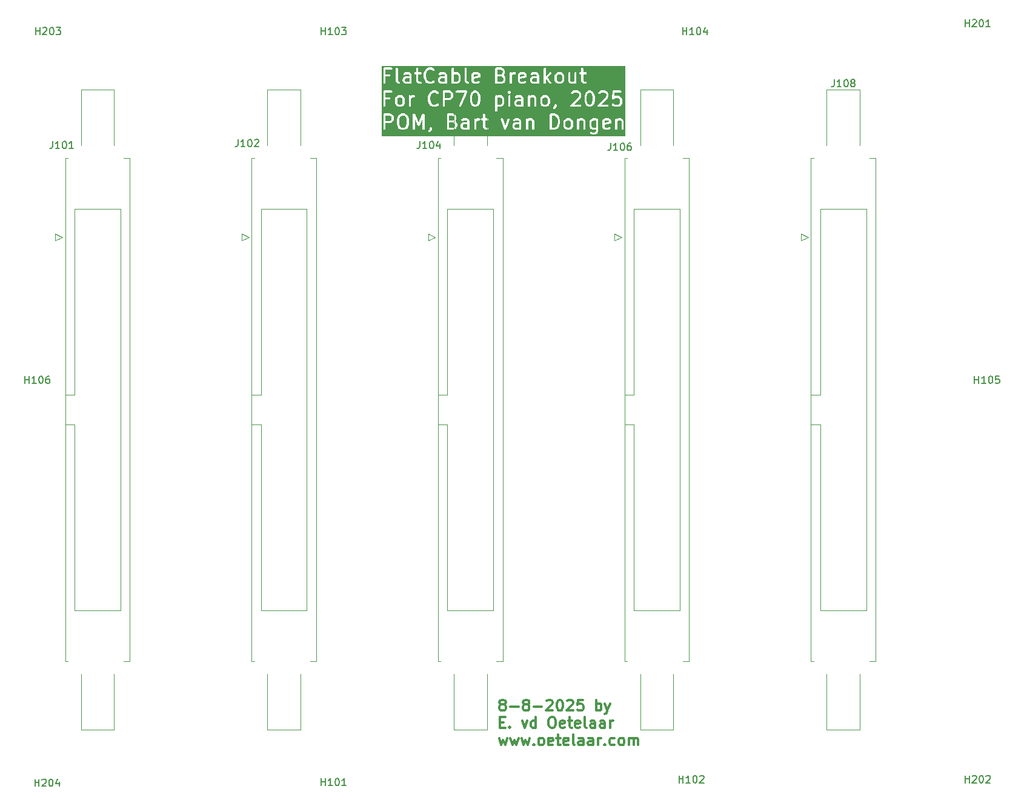
<source format=gbr>
%TF.GenerationSoftware,KiCad,Pcbnew,9.99.0-unknown-b0b07bbc41~182~ubuntu22.04.1*%
%TF.CreationDate,2025-08-08T10:17:54+02:00*%
%TF.ProjectId,CP70_front_flatcable,43503730-5f66-4726-9f6e-745f666c6174,rev?*%
%TF.SameCoordinates,Original*%
%TF.FileFunction,Legend,Top*%
%TF.FilePolarity,Positive*%
%FSLAX46Y46*%
G04 Gerber Fmt 4.6, Leading zero omitted, Abs format (unit mm)*
G04 Created by KiCad (PCBNEW 9.99.0-unknown-b0b07bbc41~182~ubuntu22.04.1) date 2025-08-08 10:17:54*
%MOMM*%
%LPD*%
G01*
G04 APERTURE LIST*
%ADD10C,0.300000*%
%ADD11C,0.150000*%
%ADD12C,0.120000*%
G04 APERTURE END LIST*
D10*
X141992796Y-133813853D02*
X141849939Y-133742425D01*
X141849939Y-133742425D02*
X141778510Y-133670996D01*
X141778510Y-133670996D02*
X141707082Y-133528139D01*
X141707082Y-133528139D02*
X141707082Y-133456710D01*
X141707082Y-133456710D02*
X141778510Y-133313853D01*
X141778510Y-133313853D02*
X141849939Y-133242425D01*
X141849939Y-133242425D02*
X141992796Y-133170996D01*
X141992796Y-133170996D02*
X142278510Y-133170996D01*
X142278510Y-133170996D02*
X142421368Y-133242425D01*
X142421368Y-133242425D02*
X142492796Y-133313853D01*
X142492796Y-133313853D02*
X142564225Y-133456710D01*
X142564225Y-133456710D02*
X142564225Y-133528139D01*
X142564225Y-133528139D02*
X142492796Y-133670996D01*
X142492796Y-133670996D02*
X142421368Y-133742425D01*
X142421368Y-133742425D02*
X142278510Y-133813853D01*
X142278510Y-133813853D02*
X141992796Y-133813853D01*
X141992796Y-133813853D02*
X141849939Y-133885282D01*
X141849939Y-133885282D02*
X141778510Y-133956710D01*
X141778510Y-133956710D02*
X141707082Y-134099568D01*
X141707082Y-134099568D02*
X141707082Y-134385282D01*
X141707082Y-134385282D02*
X141778510Y-134528139D01*
X141778510Y-134528139D02*
X141849939Y-134599568D01*
X141849939Y-134599568D02*
X141992796Y-134670996D01*
X141992796Y-134670996D02*
X142278510Y-134670996D01*
X142278510Y-134670996D02*
X142421368Y-134599568D01*
X142421368Y-134599568D02*
X142492796Y-134528139D01*
X142492796Y-134528139D02*
X142564225Y-134385282D01*
X142564225Y-134385282D02*
X142564225Y-134099568D01*
X142564225Y-134099568D02*
X142492796Y-133956710D01*
X142492796Y-133956710D02*
X142421368Y-133885282D01*
X142421368Y-133885282D02*
X142278510Y-133813853D01*
X143207081Y-134099568D02*
X144349939Y-134099568D01*
X145278510Y-133813853D02*
X145135653Y-133742425D01*
X145135653Y-133742425D02*
X145064224Y-133670996D01*
X145064224Y-133670996D02*
X144992796Y-133528139D01*
X144992796Y-133528139D02*
X144992796Y-133456710D01*
X144992796Y-133456710D02*
X145064224Y-133313853D01*
X145064224Y-133313853D02*
X145135653Y-133242425D01*
X145135653Y-133242425D02*
X145278510Y-133170996D01*
X145278510Y-133170996D02*
X145564224Y-133170996D01*
X145564224Y-133170996D02*
X145707082Y-133242425D01*
X145707082Y-133242425D02*
X145778510Y-133313853D01*
X145778510Y-133313853D02*
X145849939Y-133456710D01*
X145849939Y-133456710D02*
X145849939Y-133528139D01*
X145849939Y-133528139D02*
X145778510Y-133670996D01*
X145778510Y-133670996D02*
X145707082Y-133742425D01*
X145707082Y-133742425D02*
X145564224Y-133813853D01*
X145564224Y-133813853D02*
X145278510Y-133813853D01*
X145278510Y-133813853D02*
X145135653Y-133885282D01*
X145135653Y-133885282D02*
X145064224Y-133956710D01*
X145064224Y-133956710D02*
X144992796Y-134099568D01*
X144992796Y-134099568D02*
X144992796Y-134385282D01*
X144992796Y-134385282D02*
X145064224Y-134528139D01*
X145064224Y-134528139D02*
X145135653Y-134599568D01*
X145135653Y-134599568D02*
X145278510Y-134670996D01*
X145278510Y-134670996D02*
X145564224Y-134670996D01*
X145564224Y-134670996D02*
X145707082Y-134599568D01*
X145707082Y-134599568D02*
X145778510Y-134528139D01*
X145778510Y-134528139D02*
X145849939Y-134385282D01*
X145849939Y-134385282D02*
X145849939Y-134099568D01*
X145849939Y-134099568D02*
X145778510Y-133956710D01*
X145778510Y-133956710D02*
X145707082Y-133885282D01*
X145707082Y-133885282D02*
X145564224Y-133813853D01*
X146492795Y-134099568D02*
X147635653Y-134099568D01*
X148278510Y-133313853D02*
X148349938Y-133242425D01*
X148349938Y-133242425D02*
X148492796Y-133170996D01*
X148492796Y-133170996D02*
X148849938Y-133170996D01*
X148849938Y-133170996D02*
X148992796Y-133242425D01*
X148992796Y-133242425D02*
X149064224Y-133313853D01*
X149064224Y-133313853D02*
X149135653Y-133456710D01*
X149135653Y-133456710D02*
X149135653Y-133599568D01*
X149135653Y-133599568D02*
X149064224Y-133813853D01*
X149064224Y-133813853D02*
X148207081Y-134670996D01*
X148207081Y-134670996D02*
X149135653Y-134670996D01*
X150064224Y-133170996D02*
X150207081Y-133170996D01*
X150207081Y-133170996D02*
X150349938Y-133242425D01*
X150349938Y-133242425D02*
X150421367Y-133313853D01*
X150421367Y-133313853D02*
X150492795Y-133456710D01*
X150492795Y-133456710D02*
X150564224Y-133742425D01*
X150564224Y-133742425D02*
X150564224Y-134099568D01*
X150564224Y-134099568D02*
X150492795Y-134385282D01*
X150492795Y-134385282D02*
X150421367Y-134528139D01*
X150421367Y-134528139D02*
X150349938Y-134599568D01*
X150349938Y-134599568D02*
X150207081Y-134670996D01*
X150207081Y-134670996D02*
X150064224Y-134670996D01*
X150064224Y-134670996D02*
X149921367Y-134599568D01*
X149921367Y-134599568D02*
X149849938Y-134528139D01*
X149849938Y-134528139D02*
X149778509Y-134385282D01*
X149778509Y-134385282D02*
X149707081Y-134099568D01*
X149707081Y-134099568D02*
X149707081Y-133742425D01*
X149707081Y-133742425D02*
X149778509Y-133456710D01*
X149778509Y-133456710D02*
X149849938Y-133313853D01*
X149849938Y-133313853D02*
X149921367Y-133242425D01*
X149921367Y-133242425D02*
X150064224Y-133170996D01*
X151135652Y-133313853D02*
X151207080Y-133242425D01*
X151207080Y-133242425D02*
X151349938Y-133170996D01*
X151349938Y-133170996D02*
X151707080Y-133170996D01*
X151707080Y-133170996D02*
X151849938Y-133242425D01*
X151849938Y-133242425D02*
X151921366Y-133313853D01*
X151921366Y-133313853D02*
X151992795Y-133456710D01*
X151992795Y-133456710D02*
X151992795Y-133599568D01*
X151992795Y-133599568D02*
X151921366Y-133813853D01*
X151921366Y-133813853D02*
X151064223Y-134670996D01*
X151064223Y-134670996D02*
X151992795Y-134670996D01*
X153349937Y-133170996D02*
X152635651Y-133170996D01*
X152635651Y-133170996D02*
X152564223Y-133885282D01*
X152564223Y-133885282D02*
X152635651Y-133813853D01*
X152635651Y-133813853D02*
X152778509Y-133742425D01*
X152778509Y-133742425D02*
X153135651Y-133742425D01*
X153135651Y-133742425D02*
X153278509Y-133813853D01*
X153278509Y-133813853D02*
X153349937Y-133885282D01*
X153349937Y-133885282D02*
X153421366Y-134028139D01*
X153421366Y-134028139D02*
X153421366Y-134385282D01*
X153421366Y-134385282D02*
X153349937Y-134528139D01*
X153349937Y-134528139D02*
X153278509Y-134599568D01*
X153278509Y-134599568D02*
X153135651Y-134670996D01*
X153135651Y-134670996D02*
X152778509Y-134670996D01*
X152778509Y-134670996D02*
X152635651Y-134599568D01*
X152635651Y-134599568D02*
X152564223Y-134528139D01*
X155207079Y-134670996D02*
X155207079Y-133170996D01*
X155207079Y-133742425D02*
X155349937Y-133670996D01*
X155349937Y-133670996D02*
X155635651Y-133670996D01*
X155635651Y-133670996D02*
X155778508Y-133742425D01*
X155778508Y-133742425D02*
X155849937Y-133813853D01*
X155849937Y-133813853D02*
X155921365Y-133956710D01*
X155921365Y-133956710D02*
X155921365Y-134385282D01*
X155921365Y-134385282D02*
X155849937Y-134528139D01*
X155849937Y-134528139D02*
X155778508Y-134599568D01*
X155778508Y-134599568D02*
X155635651Y-134670996D01*
X155635651Y-134670996D02*
X155349937Y-134670996D01*
X155349937Y-134670996D02*
X155207079Y-134599568D01*
X156421365Y-133670996D02*
X156778508Y-134670996D01*
X157135651Y-133670996D02*
X156778508Y-134670996D01*
X156778508Y-134670996D02*
X156635651Y-135028139D01*
X156635651Y-135028139D02*
X156564222Y-135099568D01*
X156564222Y-135099568D02*
X156421365Y-135170996D01*
X141778510Y-136300198D02*
X142278510Y-136300198D01*
X142492796Y-137085912D02*
X141778510Y-137085912D01*
X141778510Y-137085912D02*
X141778510Y-135585912D01*
X141778510Y-135585912D02*
X142492796Y-135585912D01*
X143135653Y-136943055D02*
X143207082Y-137014484D01*
X143207082Y-137014484D02*
X143135653Y-137085912D01*
X143135653Y-137085912D02*
X143064225Y-137014484D01*
X143064225Y-137014484D02*
X143135653Y-136943055D01*
X143135653Y-136943055D02*
X143135653Y-137085912D01*
X144849939Y-136085912D02*
X145207082Y-137085912D01*
X145207082Y-137085912D02*
X145564225Y-136085912D01*
X146778511Y-137085912D02*
X146778511Y-135585912D01*
X146778511Y-137014484D02*
X146635653Y-137085912D01*
X146635653Y-137085912D02*
X146349939Y-137085912D01*
X146349939Y-137085912D02*
X146207082Y-137014484D01*
X146207082Y-137014484D02*
X146135653Y-136943055D01*
X146135653Y-136943055D02*
X146064225Y-136800198D01*
X146064225Y-136800198D02*
X146064225Y-136371626D01*
X146064225Y-136371626D02*
X146135653Y-136228769D01*
X146135653Y-136228769D02*
X146207082Y-136157341D01*
X146207082Y-136157341D02*
X146349939Y-136085912D01*
X146349939Y-136085912D02*
X146635653Y-136085912D01*
X146635653Y-136085912D02*
X146778511Y-136157341D01*
X148921368Y-135585912D02*
X149207082Y-135585912D01*
X149207082Y-135585912D02*
X149349939Y-135657341D01*
X149349939Y-135657341D02*
X149492796Y-135800198D01*
X149492796Y-135800198D02*
X149564225Y-136085912D01*
X149564225Y-136085912D02*
X149564225Y-136585912D01*
X149564225Y-136585912D02*
X149492796Y-136871626D01*
X149492796Y-136871626D02*
X149349939Y-137014484D01*
X149349939Y-137014484D02*
X149207082Y-137085912D01*
X149207082Y-137085912D02*
X148921368Y-137085912D01*
X148921368Y-137085912D02*
X148778511Y-137014484D01*
X148778511Y-137014484D02*
X148635653Y-136871626D01*
X148635653Y-136871626D02*
X148564225Y-136585912D01*
X148564225Y-136585912D02*
X148564225Y-136085912D01*
X148564225Y-136085912D02*
X148635653Y-135800198D01*
X148635653Y-135800198D02*
X148778511Y-135657341D01*
X148778511Y-135657341D02*
X148921368Y-135585912D01*
X150778511Y-137014484D02*
X150635654Y-137085912D01*
X150635654Y-137085912D02*
X150349940Y-137085912D01*
X150349940Y-137085912D02*
X150207082Y-137014484D01*
X150207082Y-137014484D02*
X150135654Y-136871626D01*
X150135654Y-136871626D02*
X150135654Y-136300198D01*
X150135654Y-136300198D02*
X150207082Y-136157341D01*
X150207082Y-136157341D02*
X150349940Y-136085912D01*
X150349940Y-136085912D02*
X150635654Y-136085912D01*
X150635654Y-136085912D02*
X150778511Y-136157341D01*
X150778511Y-136157341D02*
X150849940Y-136300198D01*
X150849940Y-136300198D02*
X150849940Y-136443055D01*
X150849940Y-136443055D02*
X150135654Y-136585912D01*
X151278511Y-136085912D02*
X151849939Y-136085912D01*
X151492796Y-135585912D02*
X151492796Y-136871626D01*
X151492796Y-136871626D02*
X151564225Y-137014484D01*
X151564225Y-137014484D02*
X151707082Y-137085912D01*
X151707082Y-137085912D02*
X151849939Y-137085912D01*
X152921368Y-137014484D02*
X152778511Y-137085912D01*
X152778511Y-137085912D02*
X152492797Y-137085912D01*
X152492797Y-137085912D02*
X152349939Y-137014484D01*
X152349939Y-137014484D02*
X152278511Y-136871626D01*
X152278511Y-136871626D02*
X152278511Y-136300198D01*
X152278511Y-136300198D02*
X152349939Y-136157341D01*
X152349939Y-136157341D02*
X152492797Y-136085912D01*
X152492797Y-136085912D02*
X152778511Y-136085912D01*
X152778511Y-136085912D02*
X152921368Y-136157341D01*
X152921368Y-136157341D02*
X152992797Y-136300198D01*
X152992797Y-136300198D02*
X152992797Y-136443055D01*
X152992797Y-136443055D02*
X152278511Y-136585912D01*
X153849939Y-137085912D02*
X153707082Y-137014484D01*
X153707082Y-137014484D02*
X153635653Y-136871626D01*
X153635653Y-136871626D02*
X153635653Y-135585912D01*
X155064225Y-137085912D02*
X155064225Y-136300198D01*
X155064225Y-136300198D02*
X154992796Y-136157341D01*
X154992796Y-136157341D02*
X154849939Y-136085912D01*
X154849939Y-136085912D02*
X154564225Y-136085912D01*
X154564225Y-136085912D02*
X154421367Y-136157341D01*
X155064225Y-137014484D02*
X154921367Y-137085912D01*
X154921367Y-137085912D02*
X154564225Y-137085912D01*
X154564225Y-137085912D02*
X154421367Y-137014484D01*
X154421367Y-137014484D02*
X154349939Y-136871626D01*
X154349939Y-136871626D02*
X154349939Y-136728769D01*
X154349939Y-136728769D02*
X154421367Y-136585912D01*
X154421367Y-136585912D02*
X154564225Y-136514484D01*
X154564225Y-136514484D02*
X154921367Y-136514484D01*
X154921367Y-136514484D02*
X155064225Y-136443055D01*
X156421368Y-137085912D02*
X156421368Y-136300198D01*
X156421368Y-136300198D02*
X156349939Y-136157341D01*
X156349939Y-136157341D02*
X156207082Y-136085912D01*
X156207082Y-136085912D02*
X155921368Y-136085912D01*
X155921368Y-136085912D02*
X155778510Y-136157341D01*
X156421368Y-137014484D02*
X156278510Y-137085912D01*
X156278510Y-137085912D02*
X155921368Y-137085912D01*
X155921368Y-137085912D02*
X155778510Y-137014484D01*
X155778510Y-137014484D02*
X155707082Y-136871626D01*
X155707082Y-136871626D02*
X155707082Y-136728769D01*
X155707082Y-136728769D02*
X155778510Y-136585912D01*
X155778510Y-136585912D02*
X155921368Y-136514484D01*
X155921368Y-136514484D02*
X156278510Y-136514484D01*
X156278510Y-136514484D02*
X156421368Y-136443055D01*
X157135653Y-137085912D02*
X157135653Y-136085912D01*
X157135653Y-136371626D02*
X157207082Y-136228769D01*
X157207082Y-136228769D02*
X157278511Y-136157341D01*
X157278511Y-136157341D02*
X157421368Y-136085912D01*
X157421368Y-136085912D02*
X157564225Y-136085912D01*
X141635653Y-138500828D02*
X141921368Y-139500828D01*
X141921368Y-139500828D02*
X142207082Y-138786542D01*
X142207082Y-138786542D02*
X142492796Y-139500828D01*
X142492796Y-139500828D02*
X142778510Y-138500828D01*
X143207082Y-138500828D02*
X143492797Y-139500828D01*
X143492797Y-139500828D02*
X143778511Y-138786542D01*
X143778511Y-138786542D02*
X144064225Y-139500828D01*
X144064225Y-139500828D02*
X144349939Y-138500828D01*
X144778511Y-138500828D02*
X145064226Y-139500828D01*
X145064226Y-139500828D02*
X145349940Y-138786542D01*
X145349940Y-138786542D02*
X145635654Y-139500828D01*
X145635654Y-139500828D02*
X145921368Y-138500828D01*
X146492797Y-139357971D02*
X146564226Y-139429400D01*
X146564226Y-139429400D02*
X146492797Y-139500828D01*
X146492797Y-139500828D02*
X146421369Y-139429400D01*
X146421369Y-139429400D02*
X146492797Y-139357971D01*
X146492797Y-139357971D02*
X146492797Y-139500828D01*
X147421369Y-139500828D02*
X147278512Y-139429400D01*
X147278512Y-139429400D02*
X147207083Y-139357971D01*
X147207083Y-139357971D02*
X147135655Y-139215114D01*
X147135655Y-139215114D02*
X147135655Y-138786542D01*
X147135655Y-138786542D02*
X147207083Y-138643685D01*
X147207083Y-138643685D02*
X147278512Y-138572257D01*
X147278512Y-138572257D02*
X147421369Y-138500828D01*
X147421369Y-138500828D02*
X147635655Y-138500828D01*
X147635655Y-138500828D02*
X147778512Y-138572257D01*
X147778512Y-138572257D02*
X147849941Y-138643685D01*
X147849941Y-138643685D02*
X147921369Y-138786542D01*
X147921369Y-138786542D02*
X147921369Y-139215114D01*
X147921369Y-139215114D02*
X147849941Y-139357971D01*
X147849941Y-139357971D02*
X147778512Y-139429400D01*
X147778512Y-139429400D02*
X147635655Y-139500828D01*
X147635655Y-139500828D02*
X147421369Y-139500828D01*
X149135655Y-139429400D02*
X148992798Y-139500828D01*
X148992798Y-139500828D02*
X148707084Y-139500828D01*
X148707084Y-139500828D02*
X148564226Y-139429400D01*
X148564226Y-139429400D02*
X148492798Y-139286542D01*
X148492798Y-139286542D02*
X148492798Y-138715114D01*
X148492798Y-138715114D02*
X148564226Y-138572257D01*
X148564226Y-138572257D02*
X148707084Y-138500828D01*
X148707084Y-138500828D02*
X148992798Y-138500828D01*
X148992798Y-138500828D02*
X149135655Y-138572257D01*
X149135655Y-138572257D02*
X149207084Y-138715114D01*
X149207084Y-138715114D02*
X149207084Y-138857971D01*
X149207084Y-138857971D02*
X148492798Y-139000828D01*
X149635655Y-138500828D02*
X150207083Y-138500828D01*
X149849940Y-138000828D02*
X149849940Y-139286542D01*
X149849940Y-139286542D02*
X149921369Y-139429400D01*
X149921369Y-139429400D02*
X150064226Y-139500828D01*
X150064226Y-139500828D02*
X150207083Y-139500828D01*
X151278512Y-139429400D02*
X151135655Y-139500828D01*
X151135655Y-139500828D02*
X150849941Y-139500828D01*
X150849941Y-139500828D02*
X150707083Y-139429400D01*
X150707083Y-139429400D02*
X150635655Y-139286542D01*
X150635655Y-139286542D02*
X150635655Y-138715114D01*
X150635655Y-138715114D02*
X150707083Y-138572257D01*
X150707083Y-138572257D02*
X150849941Y-138500828D01*
X150849941Y-138500828D02*
X151135655Y-138500828D01*
X151135655Y-138500828D02*
X151278512Y-138572257D01*
X151278512Y-138572257D02*
X151349941Y-138715114D01*
X151349941Y-138715114D02*
X151349941Y-138857971D01*
X151349941Y-138857971D02*
X150635655Y-139000828D01*
X152207083Y-139500828D02*
X152064226Y-139429400D01*
X152064226Y-139429400D02*
X151992797Y-139286542D01*
X151992797Y-139286542D02*
X151992797Y-138000828D01*
X153421369Y-139500828D02*
X153421369Y-138715114D01*
X153421369Y-138715114D02*
X153349940Y-138572257D01*
X153349940Y-138572257D02*
X153207083Y-138500828D01*
X153207083Y-138500828D02*
X152921369Y-138500828D01*
X152921369Y-138500828D02*
X152778511Y-138572257D01*
X153421369Y-139429400D02*
X153278511Y-139500828D01*
X153278511Y-139500828D02*
X152921369Y-139500828D01*
X152921369Y-139500828D02*
X152778511Y-139429400D01*
X152778511Y-139429400D02*
X152707083Y-139286542D01*
X152707083Y-139286542D02*
X152707083Y-139143685D01*
X152707083Y-139143685D02*
X152778511Y-139000828D01*
X152778511Y-139000828D02*
X152921369Y-138929400D01*
X152921369Y-138929400D02*
X153278511Y-138929400D01*
X153278511Y-138929400D02*
X153421369Y-138857971D01*
X154778512Y-139500828D02*
X154778512Y-138715114D01*
X154778512Y-138715114D02*
X154707083Y-138572257D01*
X154707083Y-138572257D02*
X154564226Y-138500828D01*
X154564226Y-138500828D02*
X154278512Y-138500828D01*
X154278512Y-138500828D02*
X154135654Y-138572257D01*
X154778512Y-139429400D02*
X154635654Y-139500828D01*
X154635654Y-139500828D02*
X154278512Y-139500828D01*
X154278512Y-139500828D02*
X154135654Y-139429400D01*
X154135654Y-139429400D02*
X154064226Y-139286542D01*
X154064226Y-139286542D02*
X154064226Y-139143685D01*
X154064226Y-139143685D02*
X154135654Y-139000828D01*
X154135654Y-139000828D02*
X154278512Y-138929400D01*
X154278512Y-138929400D02*
X154635654Y-138929400D01*
X154635654Y-138929400D02*
X154778512Y-138857971D01*
X155492797Y-139500828D02*
X155492797Y-138500828D01*
X155492797Y-138786542D02*
X155564226Y-138643685D01*
X155564226Y-138643685D02*
X155635655Y-138572257D01*
X155635655Y-138572257D02*
X155778512Y-138500828D01*
X155778512Y-138500828D02*
X155921369Y-138500828D01*
X156421368Y-139357971D02*
X156492797Y-139429400D01*
X156492797Y-139429400D02*
X156421368Y-139500828D01*
X156421368Y-139500828D02*
X156349940Y-139429400D01*
X156349940Y-139429400D02*
X156421368Y-139357971D01*
X156421368Y-139357971D02*
X156421368Y-139500828D01*
X157778512Y-139429400D02*
X157635654Y-139500828D01*
X157635654Y-139500828D02*
X157349940Y-139500828D01*
X157349940Y-139500828D02*
X157207083Y-139429400D01*
X157207083Y-139429400D02*
X157135654Y-139357971D01*
X157135654Y-139357971D02*
X157064226Y-139215114D01*
X157064226Y-139215114D02*
X157064226Y-138786542D01*
X157064226Y-138786542D02*
X157135654Y-138643685D01*
X157135654Y-138643685D02*
X157207083Y-138572257D01*
X157207083Y-138572257D02*
X157349940Y-138500828D01*
X157349940Y-138500828D02*
X157635654Y-138500828D01*
X157635654Y-138500828D02*
X157778512Y-138572257D01*
X158635654Y-139500828D02*
X158492797Y-139429400D01*
X158492797Y-139429400D02*
X158421368Y-139357971D01*
X158421368Y-139357971D02*
X158349940Y-139215114D01*
X158349940Y-139215114D02*
X158349940Y-138786542D01*
X158349940Y-138786542D02*
X158421368Y-138643685D01*
X158421368Y-138643685D02*
X158492797Y-138572257D01*
X158492797Y-138572257D02*
X158635654Y-138500828D01*
X158635654Y-138500828D02*
X158849940Y-138500828D01*
X158849940Y-138500828D02*
X158992797Y-138572257D01*
X158992797Y-138572257D02*
X159064226Y-138643685D01*
X159064226Y-138643685D02*
X159135654Y-138786542D01*
X159135654Y-138786542D02*
X159135654Y-139215114D01*
X159135654Y-139215114D02*
X159064226Y-139357971D01*
X159064226Y-139357971D02*
X158992797Y-139429400D01*
X158992797Y-139429400D02*
X158849940Y-139500828D01*
X158849940Y-139500828D02*
X158635654Y-139500828D01*
X159778511Y-139500828D02*
X159778511Y-138500828D01*
X159778511Y-138643685D02*
X159849940Y-138572257D01*
X159849940Y-138572257D02*
X159992797Y-138500828D01*
X159992797Y-138500828D02*
X160207083Y-138500828D01*
X160207083Y-138500828D02*
X160349940Y-138572257D01*
X160349940Y-138572257D02*
X160421369Y-138715114D01*
X160421369Y-138715114D02*
X160421369Y-139500828D01*
X160421369Y-138715114D02*
X160492797Y-138572257D01*
X160492797Y-138572257D02*
X160635654Y-138500828D01*
X160635654Y-138500828D02*
X160849940Y-138500828D01*
X160849940Y-138500828D02*
X160992797Y-138572257D01*
X160992797Y-138572257D02*
X161064226Y-138715114D01*
X161064226Y-138715114D02*
X161064226Y-139500828D01*
G36*
X155205846Y-52188247D02*
G01*
X155205846Y-53145695D01*
X155129960Y-53183638D01*
X154819827Y-53183638D01*
X154682795Y-53115122D01*
X154621981Y-53054307D01*
X154553465Y-52917275D01*
X154553465Y-52416666D01*
X154621980Y-52279634D01*
X154682795Y-52218820D01*
X154819827Y-52150304D01*
X155129960Y-52150304D01*
X155205846Y-52188247D01*
G37*
G36*
X128505085Y-51552154D02*
G01*
X128648971Y-51696040D01*
X128729653Y-52018768D01*
X128729653Y-52648507D01*
X128648970Y-52971235D01*
X128505084Y-53115122D01*
X128368053Y-53183638D01*
X128057920Y-53183638D01*
X127920888Y-53115122D01*
X127777002Y-52971235D01*
X127696320Y-52648506D01*
X127696320Y-52018768D01*
X127777002Y-51696039D01*
X127920888Y-51552154D01*
X128057920Y-51483638D01*
X128368053Y-51483638D01*
X128505085Y-51552154D01*
G37*
G36*
X135370054Y-52512361D02*
G01*
X135423042Y-52565349D01*
X135491558Y-52702381D01*
X135491558Y-52917275D01*
X135423041Y-53054307D01*
X135362227Y-53115122D01*
X135225196Y-53183638D01*
X134648701Y-53183638D01*
X134648701Y-52436019D01*
X135141028Y-52436019D01*
X135370054Y-52512361D01*
G37*
G36*
X135266990Y-51552154D02*
G01*
X135327804Y-51612968D01*
X135396320Y-51750000D01*
X135396320Y-51869656D01*
X135327804Y-52006688D01*
X135266990Y-52067501D01*
X135129957Y-52136019D01*
X134648701Y-52136019D01*
X134648701Y-51483638D01*
X135129958Y-51483638D01*
X135266990Y-51552154D01*
G37*
G36*
X137205844Y-53145695D02*
G01*
X137129958Y-53183638D01*
X136724587Y-53183638D01*
X136610503Y-53126596D01*
X136553463Y-53012513D01*
X136553463Y-52892857D01*
X136610504Y-52778774D01*
X136724587Y-52721733D01*
X137165368Y-52721733D01*
X137194632Y-52718851D01*
X137199609Y-52716789D01*
X137204987Y-52716407D01*
X137205844Y-52716079D01*
X137205844Y-53145695D01*
G37*
G36*
X144443940Y-53145695D02*
G01*
X144368054Y-53183638D01*
X143962683Y-53183638D01*
X143848599Y-53126596D01*
X143791559Y-53012513D01*
X143791559Y-52892857D01*
X143848600Y-52778774D01*
X143962683Y-52721733D01*
X144403464Y-52721733D01*
X144432728Y-52718851D01*
X144437705Y-52716789D01*
X144443083Y-52716407D01*
X144443940Y-52716079D01*
X144443940Y-53145695D01*
G37*
G36*
X149560533Y-51559981D02*
G01*
X149708758Y-51708206D01*
X149785747Y-51862184D01*
X149872512Y-52209244D01*
X149872512Y-52458031D01*
X149785747Y-52805091D01*
X149708757Y-52959069D01*
X149560533Y-53107294D01*
X149331502Y-53183638D01*
X149029655Y-53183638D01*
X149029655Y-51483638D01*
X149331502Y-51483638D01*
X149560533Y-51559981D01*
G37*
G36*
X151552706Y-52218820D02*
G01*
X151613519Y-52279633D01*
X151682036Y-52416666D01*
X151682036Y-52917275D01*
X151613519Y-53054307D01*
X151552705Y-53115122D01*
X151415674Y-53183638D01*
X151200779Y-53183638D01*
X151063747Y-53115122D01*
X151002933Y-53054307D01*
X150934417Y-52917275D01*
X150934417Y-52416666D01*
X151002932Y-52279634D01*
X151063747Y-52218820D01*
X151200779Y-52150304D01*
X151415674Y-52150304D01*
X151552706Y-52218820D01*
G37*
G36*
X156958328Y-52207345D02*
G01*
X157015370Y-52321428D01*
X157015370Y-52353524D01*
X156362989Y-52484000D01*
X156362989Y-52321428D01*
X156420029Y-52207345D01*
X156534113Y-52150304D01*
X156844246Y-52150304D01*
X156958328Y-52207345D01*
G37*
G36*
X126505085Y-51552154D02*
G01*
X126565899Y-51612968D01*
X126634415Y-51750000D01*
X126634415Y-51964894D01*
X126565898Y-52101926D01*
X126505084Y-52162741D01*
X126368053Y-52231257D01*
X125791558Y-52231257D01*
X125791558Y-51483638D01*
X126368053Y-51483638D01*
X126505085Y-51552154D01*
G37*
G36*
X141933658Y-48998932D02*
G01*
X141994471Y-49059745D01*
X142062988Y-49196778D01*
X142062988Y-49697387D01*
X141994471Y-49834419D01*
X141933657Y-49895234D01*
X141796626Y-49963750D01*
X141486493Y-49963750D01*
X141410607Y-49925807D01*
X141410607Y-48968359D01*
X141486493Y-48930416D01*
X141796626Y-48930416D01*
X141933658Y-48998932D01*
G37*
G36*
X128028895Y-48998932D02*
G01*
X128089708Y-49059745D01*
X128158225Y-49196778D01*
X128158225Y-49697387D01*
X128089708Y-49834419D01*
X128028894Y-49895234D01*
X127891863Y-49963750D01*
X127676968Y-49963750D01*
X127539936Y-49895234D01*
X127479122Y-49834419D01*
X127410606Y-49697387D01*
X127410606Y-49196778D01*
X127479121Y-49059746D01*
X127539936Y-48998932D01*
X127676968Y-48930416D01*
X127891863Y-48930416D01*
X128028895Y-48998932D01*
G37*
G36*
X138505086Y-48332266D02*
G01*
X138565900Y-48393080D01*
X138642889Y-48547058D01*
X138729654Y-48894118D01*
X138729654Y-49333381D01*
X138642889Y-49680441D01*
X138565899Y-49834419D01*
X138505085Y-49895234D01*
X138368054Y-49963750D01*
X138248397Y-49963750D01*
X138111365Y-49895234D01*
X138050551Y-49834419D01*
X137973562Y-49680441D01*
X137886797Y-49333380D01*
X137886797Y-48894118D01*
X137973562Y-48547057D01*
X138050551Y-48393080D01*
X138111365Y-48332266D01*
X138248397Y-48263750D01*
X138368054Y-48263750D01*
X138505086Y-48332266D01*
G37*
G36*
X144729655Y-49925807D02*
G01*
X144653769Y-49963750D01*
X144248398Y-49963750D01*
X144134314Y-49906708D01*
X144077274Y-49792625D01*
X144077274Y-49672969D01*
X144134315Y-49558886D01*
X144248398Y-49501845D01*
X144689179Y-49501845D01*
X144718443Y-49498963D01*
X144723420Y-49496901D01*
X144728798Y-49496519D01*
X144729655Y-49496191D01*
X144729655Y-49925807D01*
G37*
G36*
X148314611Y-48998932D02*
G01*
X148375424Y-49059745D01*
X148443941Y-49196778D01*
X148443941Y-49697387D01*
X148375424Y-49834419D01*
X148314610Y-49895234D01*
X148177579Y-49963750D01*
X147962684Y-49963750D01*
X147825652Y-49895234D01*
X147764838Y-49834419D01*
X147696322Y-49697387D01*
X147696322Y-49196778D01*
X147764837Y-49059746D01*
X147825652Y-48998932D01*
X147962684Y-48930416D01*
X148177579Y-48930416D01*
X148314611Y-48998932D01*
G37*
G36*
X154505088Y-48332266D02*
G01*
X154565902Y-48393080D01*
X154642891Y-48547058D01*
X154729656Y-48894118D01*
X154729656Y-49333381D01*
X154642891Y-49680441D01*
X154565901Y-49834419D01*
X154505087Y-49895234D01*
X154368056Y-49963750D01*
X154248399Y-49963750D01*
X154111367Y-49895234D01*
X154050553Y-49834419D01*
X153973564Y-49680441D01*
X153886799Y-49333380D01*
X153886799Y-48894118D01*
X153973564Y-48547057D01*
X154050553Y-48393080D01*
X154111367Y-48332266D01*
X154248399Y-48263750D01*
X154368056Y-48263750D01*
X154505088Y-48332266D01*
G37*
G36*
X134790800Y-48332266D02*
G01*
X134851614Y-48393080D01*
X134920130Y-48530112D01*
X134920130Y-48745006D01*
X134851613Y-48882038D01*
X134790799Y-48942853D01*
X134653768Y-49011369D01*
X134077273Y-49011369D01*
X134077273Y-48263750D01*
X134653768Y-48263750D01*
X134790800Y-48332266D01*
G37*
G36*
X129110606Y-46705919D02*
G01*
X129034720Y-46743862D01*
X128629349Y-46743862D01*
X128515265Y-46686820D01*
X128458225Y-46572737D01*
X128458225Y-46453081D01*
X128515266Y-46338998D01*
X128629349Y-46281957D01*
X129070130Y-46281957D01*
X129099394Y-46279075D01*
X129104371Y-46277013D01*
X129109749Y-46276631D01*
X129110606Y-46276303D01*
X129110606Y-46705919D01*
G37*
G36*
X134062987Y-46705919D02*
G01*
X133987101Y-46743862D01*
X133581730Y-46743862D01*
X133467646Y-46686820D01*
X133410606Y-46572737D01*
X133410606Y-46453081D01*
X133467647Y-46338998D01*
X133581730Y-46281957D01*
X134022511Y-46281957D01*
X134051775Y-46279075D01*
X134056752Y-46277013D01*
X134062130Y-46276631D01*
X134062987Y-46276303D01*
X134062987Y-46705919D01*
G37*
G36*
X135838419Y-45779044D02*
G01*
X135899232Y-45839857D01*
X135967749Y-45976890D01*
X135967749Y-46477499D01*
X135899232Y-46614531D01*
X135838418Y-46675346D01*
X135701387Y-46743862D01*
X135391254Y-46743862D01*
X135315368Y-46705919D01*
X135315368Y-45748471D01*
X135391254Y-45710528D01*
X135701387Y-45710528D01*
X135838419Y-45779044D01*
G37*
G36*
X138672612Y-45767569D02*
G01*
X138729654Y-45881652D01*
X138729654Y-45913748D01*
X138077273Y-46044224D01*
X138077273Y-45881652D01*
X138134313Y-45767569D01*
X138248397Y-45710528D01*
X138558530Y-45710528D01*
X138672612Y-45767569D01*
G37*
G36*
X142131960Y-46072585D02*
G01*
X142184948Y-46125573D01*
X142253464Y-46262605D01*
X142253464Y-46477499D01*
X142184947Y-46614531D01*
X142124133Y-46675346D01*
X141987102Y-46743862D01*
X141410607Y-46743862D01*
X141410607Y-45996243D01*
X141902934Y-45996243D01*
X142131960Y-46072585D01*
G37*
G36*
X142028896Y-45112378D02*
G01*
X142089710Y-45173192D01*
X142158226Y-45310224D01*
X142158226Y-45429880D01*
X142089710Y-45566912D01*
X142028896Y-45627725D01*
X141891863Y-45696243D01*
X141410607Y-45696243D01*
X141410607Y-45043862D01*
X141891864Y-45043862D01*
X142028896Y-45112378D01*
G37*
G36*
X145148803Y-45767569D02*
G01*
X145205845Y-45881652D01*
X145205845Y-45913748D01*
X144553464Y-46044224D01*
X144553464Y-45881652D01*
X144610504Y-45767569D01*
X144724588Y-45710528D01*
X145034721Y-45710528D01*
X145148803Y-45767569D01*
G37*
G36*
X146920131Y-46705919D02*
G01*
X146844245Y-46743862D01*
X146438874Y-46743862D01*
X146324790Y-46686820D01*
X146267750Y-46572737D01*
X146267750Y-46453081D01*
X146324791Y-46338998D01*
X146438874Y-46281957D01*
X146879655Y-46281957D01*
X146908919Y-46279075D01*
X146913896Y-46277013D01*
X146919274Y-46276631D01*
X146920131Y-46276303D01*
X146920131Y-46705919D01*
G37*
G36*
X150314611Y-45779044D02*
G01*
X150375424Y-45839857D01*
X150443941Y-45976890D01*
X150443941Y-46477499D01*
X150375424Y-46614531D01*
X150314610Y-46675346D01*
X150177579Y-46743862D01*
X149962684Y-46743862D01*
X149825652Y-46675346D01*
X149764838Y-46614531D01*
X149696322Y-46477499D01*
X149696322Y-45976890D01*
X149764837Y-45839858D01*
X149825652Y-45779044D01*
X149962684Y-45710528D01*
X150177579Y-45710528D01*
X150314611Y-45779044D01*
G37*
G36*
X159251878Y-54372526D02*
G01*
X125269336Y-54372526D01*
X125269336Y-53590089D01*
X131780154Y-53590089D01*
X131780154Y-53648615D01*
X131802551Y-53702687D01*
X131843937Y-53744073D01*
X131898009Y-53766470D01*
X131956535Y-53766470D01*
X132010607Y-53744073D01*
X132033338Y-53725418D01*
X132128576Y-53630180D01*
X132138015Y-53618678D01*
X132141009Y-53616082D01*
X132143849Y-53611568D01*
X132147231Y-53607449D01*
X132148746Y-53603789D01*
X132156674Y-53591196D01*
X132251912Y-53400720D01*
X132262422Y-53373256D01*
X132262803Y-53367880D01*
X132264866Y-53362902D01*
X132267748Y-53333638D01*
X132267748Y-53238400D01*
X132264866Y-53209136D01*
X132242468Y-53155064D01*
X132201084Y-53113680D01*
X132147012Y-53091282D01*
X132088484Y-53091282D01*
X132034412Y-53113680D01*
X131993028Y-53155064D01*
X131970630Y-53209136D01*
X131967748Y-53238400D01*
X131967748Y-53298228D01*
X131899232Y-53435260D01*
X131821206Y-53513286D01*
X131802551Y-53536017D01*
X131780154Y-53590089D01*
X125269336Y-53590089D01*
X125269336Y-51333638D01*
X125491558Y-51333638D01*
X125491558Y-53333638D01*
X125494440Y-53362902D01*
X125516838Y-53416974D01*
X125558222Y-53458358D01*
X125612294Y-53480756D01*
X125670822Y-53480756D01*
X125724894Y-53458358D01*
X125766278Y-53416974D01*
X125788676Y-53362902D01*
X125791558Y-53333638D01*
X125791558Y-52531257D01*
X126403463Y-52531257D01*
X126432727Y-52528375D01*
X126437704Y-52526313D01*
X126443082Y-52525931D01*
X126470545Y-52515421D01*
X126661021Y-52420183D01*
X126673616Y-52412254D01*
X126677275Y-52410739D01*
X126681392Y-52407359D01*
X126685907Y-52404518D01*
X126688504Y-52401523D01*
X126700006Y-52392084D01*
X126795244Y-52296845D01*
X126804682Y-52285343D01*
X126807676Y-52282748D01*
X126810516Y-52278235D01*
X126813899Y-52274114D01*
X126815415Y-52270452D01*
X126823341Y-52257862D01*
X126918579Y-52067386D01*
X126929089Y-52039922D01*
X126929470Y-52034546D01*
X126931533Y-52029568D01*
X126934415Y-52000304D01*
X127396320Y-52000304D01*
X127396320Y-52666971D01*
X127396822Y-52672074D01*
X127396497Y-52674262D01*
X127398116Y-52685212D01*
X127399202Y-52696235D01*
X127400049Y-52698279D01*
X127400799Y-52703351D01*
X127496037Y-53084303D01*
X127505930Y-53111994D01*
X127512569Y-53120954D01*
X127516837Y-53131258D01*
X127535492Y-53153989D01*
X127725967Y-53344465D01*
X127737469Y-53353904D01*
X127740066Y-53356899D01*
X127744580Y-53359740D01*
X127748698Y-53363120D01*
X127752355Y-53364635D01*
X127764952Y-53372564D01*
X127955428Y-53467802D01*
X127982892Y-53478312D01*
X127988267Y-53478693D01*
X127993246Y-53480756D01*
X128022510Y-53483638D01*
X128403463Y-53483638D01*
X128432727Y-53480756D01*
X128437704Y-53478694D01*
X128443082Y-53478312D01*
X128470545Y-53467802D01*
X128661021Y-53372564D01*
X128673612Y-53364637D01*
X128677275Y-53363121D01*
X128681397Y-53359737D01*
X128685907Y-53356899D01*
X128688502Y-53353906D01*
X128700005Y-53344466D01*
X128890481Y-53153989D01*
X128909136Y-53131258D01*
X128913403Y-53120956D01*
X128920043Y-53111995D01*
X128929936Y-53084303D01*
X129025174Y-52703352D01*
X129025924Y-52698279D01*
X129026771Y-52696235D01*
X129027856Y-52685213D01*
X129029476Y-52674262D01*
X129029150Y-52672074D01*
X129029653Y-52666971D01*
X129029653Y-52000304D01*
X129029150Y-51995200D01*
X129029476Y-51993013D01*
X129027856Y-51982061D01*
X129026771Y-51971040D01*
X129025924Y-51968995D01*
X129025174Y-51963923D01*
X128929936Y-51582972D01*
X128920043Y-51555280D01*
X128913403Y-51546318D01*
X128909136Y-51536017D01*
X128890481Y-51513286D01*
X128710833Y-51333638D01*
X129586796Y-51333638D01*
X129586796Y-53333638D01*
X129589678Y-53362902D01*
X129612076Y-53416974D01*
X129653460Y-53458358D01*
X129707532Y-53480756D01*
X129766060Y-53480756D01*
X129820132Y-53458358D01*
X129861516Y-53416974D01*
X129883914Y-53362902D01*
X129886796Y-53333638D01*
X129886796Y-52009771D01*
X130267536Y-52825642D01*
X130273882Y-52836355D01*
X130275203Y-52839987D01*
X130277554Y-52842555D01*
X130282523Y-52850942D01*
X130299328Y-52866332D01*
X130314730Y-52883150D01*
X130320773Y-52885970D01*
X130325686Y-52890469D01*
X130347106Y-52898258D01*
X130367768Y-52907900D01*
X130374425Y-52908192D01*
X130380688Y-52910470D01*
X130403463Y-52909468D01*
X130426238Y-52910470D01*
X130432500Y-52908192D01*
X130439159Y-52907900D01*
X130459820Y-52898258D01*
X130481241Y-52890469D01*
X130486154Y-52885969D01*
X130492196Y-52883150D01*
X130507591Y-52866337D01*
X130524404Y-52850942D01*
X130529372Y-52842553D01*
X130531723Y-52839987D01*
X130533042Y-52836357D01*
X130539390Y-52825642D01*
X130920129Y-52009772D01*
X130920129Y-53333638D01*
X130923011Y-53362902D01*
X130945409Y-53416974D01*
X130986793Y-53458358D01*
X131040865Y-53480756D01*
X131099393Y-53480756D01*
X131153465Y-53458358D01*
X131194849Y-53416974D01*
X131217247Y-53362902D01*
X131220129Y-53333638D01*
X131220129Y-51333638D01*
X134348701Y-51333638D01*
X134348701Y-53333638D01*
X134351583Y-53362902D01*
X134373981Y-53416974D01*
X134415365Y-53458358D01*
X134469437Y-53480756D01*
X134498701Y-53483638D01*
X135260606Y-53483638D01*
X135289870Y-53480756D01*
X135294847Y-53478694D01*
X135300225Y-53478312D01*
X135327688Y-53467802D01*
X135518164Y-53372564D01*
X135530759Y-53364635D01*
X135534418Y-53363120D01*
X135538535Y-53359740D01*
X135543050Y-53356899D01*
X135545647Y-53353904D01*
X135557149Y-53344465D01*
X135652387Y-53249226D01*
X135661825Y-53237724D01*
X135664819Y-53235129D01*
X135667659Y-53230616D01*
X135671042Y-53226495D01*
X135672558Y-53222833D01*
X135680484Y-53210243D01*
X135775722Y-53019767D01*
X135786232Y-52992303D01*
X135786613Y-52986927D01*
X135788676Y-52981949D01*
X135791558Y-52952685D01*
X135791558Y-52857447D01*
X136253463Y-52857447D01*
X136253463Y-53047923D01*
X136256345Y-53077187D01*
X136258407Y-53082165D01*
X136258789Y-53087541D01*
X136269299Y-53115005D01*
X136364537Y-53305482D01*
X136367617Y-53310376D01*
X136368387Y-53312684D01*
X136370879Y-53315558D01*
X136380202Y-53330368D01*
X136394411Y-53342691D01*
X136406733Y-53356899D01*
X136421538Y-53366218D01*
X136424417Y-53368715D01*
X136426728Y-53369485D01*
X136431619Y-53372564D01*
X136622095Y-53467802D01*
X136649559Y-53478312D01*
X136654934Y-53478693D01*
X136659913Y-53480756D01*
X136689177Y-53483638D01*
X137165368Y-53483638D01*
X137194632Y-53480756D01*
X137199609Y-53478694D01*
X137204987Y-53478312D01*
X137232450Y-53467802D01*
X137265451Y-53451301D01*
X137272508Y-53458358D01*
X137326580Y-53480756D01*
X137385108Y-53480756D01*
X137439180Y-53458358D01*
X137480564Y-53416974D01*
X137502962Y-53362902D01*
X137505844Y-53333638D01*
X137505844Y-52286019D01*
X137502962Y-52256755D01*
X137500899Y-52251776D01*
X137500518Y-52246401D01*
X137490008Y-52218938D01*
X137394770Y-52028460D01*
X137391691Y-52023569D01*
X137390921Y-52021258D01*
X137388423Y-52018378D01*
X137379105Y-52003575D01*
X137375334Y-52000304D01*
X138158225Y-52000304D01*
X138158225Y-53333638D01*
X138161107Y-53362902D01*
X138183505Y-53416974D01*
X138224889Y-53458358D01*
X138278961Y-53480756D01*
X138337489Y-53480756D01*
X138391561Y-53458358D01*
X138432945Y-53416974D01*
X138455343Y-53362902D01*
X138458225Y-53333638D01*
X138458225Y-52416666D01*
X138526740Y-52279634D01*
X138587555Y-52218820D01*
X138724587Y-52150304D01*
X138879654Y-52150304D01*
X138908918Y-52147422D01*
X138962990Y-52125024D01*
X139004374Y-52083640D01*
X139026772Y-52029568D01*
X139026772Y-51971040D01*
X139113488Y-51971040D01*
X139113488Y-52029568D01*
X139135886Y-52083640D01*
X139177270Y-52125024D01*
X139231342Y-52147422D01*
X139260606Y-52150304D01*
X139396320Y-52150304D01*
X139396320Y-53047923D01*
X139399202Y-53077187D01*
X139401264Y-53082165D01*
X139401646Y-53087541D01*
X139412156Y-53115005D01*
X139507394Y-53305482D01*
X139510474Y-53310376D01*
X139511244Y-53312684D01*
X139513736Y-53315558D01*
X139523059Y-53330368D01*
X139537268Y-53342691D01*
X139549590Y-53356899D01*
X139564395Y-53366218D01*
X139567274Y-53368715D01*
X139569585Y-53369485D01*
X139574476Y-53372564D01*
X139764952Y-53467802D01*
X139792416Y-53478312D01*
X139797791Y-53478693D01*
X139802770Y-53480756D01*
X139832034Y-53483638D01*
X140022510Y-53483638D01*
X140051774Y-53480756D01*
X140105846Y-53458358D01*
X140147230Y-53416974D01*
X140169628Y-53362902D01*
X140169628Y-53304374D01*
X140147230Y-53250302D01*
X140105846Y-53208918D01*
X140051774Y-53186520D01*
X140022510Y-53183638D01*
X139867444Y-53183638D01*
X139753360Y-53126596D01*
X139696320Y-53012513D01*
X139696320Y-52150304D01*
X140022510Y-52150304D01*
X140051774Y-52147422D01*
X140105846Y-52125024D01*
X140147230Y-52083640D01*
X140169628Y-52029568D01*
X140169628Y-52022226D01*
X141874121Y-52022226D01*
X141881250Y-52050754D01*
X142357440Y-53384089D01*
X142369996Y-53410679D01*
X142375050Y-53416262D01*
X142378272Y-53423063D01*
X142394542Y-53437792D01*
X142409276Y-53454067D01*
X142416078Y-53457289D01*
X142421661Y-53462343D01*
X142442335Y-53469726D01*
X142462168Y-53479121D01*
X142469686Y-53479494D01*
X142476779Y-53482028D01*
X142498701Y-53480937D01*
X142520623Y-53482028D01*
X142527715Y-53479494D01*
X142535234Y-53479121D01*
X142555066Y-53469726D01*
X142575741Y-53462343D01*
X142581323Y-53457289D01*
X142588126Y-53454067D01*
X142602854Y-53437797D01*
X142619130Y-53423064D01*
X142622353Y-53416259D01*
X142627406Y-53410678D01*
X142639962Y-53384088D01*
X142828048Y-52857447D01*
X143491559Y-52857447D01*
X143491559Y-53047923D01*
X143494441Y-53077187D01*
X143496503Y-53082165D01*
X143496885Y-53087541D01*
X143507395Y-53115005D01*
X143602633Y-53305482D01*
X143605713Y-53310376D01*
X143606483Y-53312684D01*
X143608975Y-53315558D01*
X143618298Y-53330368D01*
X143632507Y-53342691D01*
X143644829Y-53356899D01*
X143659634Y-53366218D01*
X143662513Y-53368715D01*
X143664824Y-53369485D01*
X143669715Y-53372564D01*
X143860191Y-53467802D01*
X143887655Y-53478312D01*
X143893030Y-53478693D01*
X143898009Y-53480756D01*
X143927273Y-53483638D01*
X144403464Y-53483638D01*
X144432728Y-53480756D01*
X144437705Y-53478694D01*
X144443083Y-53478312D01*
X144470546Y-53467802D01*
X144503547Y-53451301D01*
X144510604Y-53458358D01*
X144564676Y-53480756D01*
X144623204Y-53480756D01*
X144677276Y-53458358D01*
X144718660Y-53416974D01*
X144741058Y-53362902D01*
X144743940Y-53333638D01*
X144743940Y-52286019D01*
X144741058Y-52256755D01*
X144738995Y-52251776D01*
X144738614Y-52246401D01*
X144728104Y-52218938D01*
X144632866Y-52028460D01*
X144629787Y-52023569D01*
X144629017Y-52021258D01*
X144626519Y-52018378D01*
X144617201Y-52003575D01*
X144613430Y-52000304D01*
X145396321Y-52000304D01*
X145396321Y-53333638D01*
X145399203Y-53362902D01*
X145421601Y-53416974D01*
X145462985Y-53458358D01*
X145517057Y-53480756D01*
X145575585Y-53480756D01*
X145629657Y-53458358D01*
X145671041Y-53416974D01*
X145693439Y-53362902D01*
X145696321Y-53333638D01*
X145696321Y-52252912D01*
X145730413Y-52218820D01*
X145867445Y-52150304D01*
X146082340Y-52150304D01*
X146196422Y-52207345D01*
X146253464Y-52321428D01*
X146253464Y-53333638D01*
X146256346Y-53362902D01*
X146278744Y-53416974D01*
X146320128Y-53458358D01*
X146374200Y-53480756D01*
X146432728Y-53480756D01*
X146486800Y-53458358D01*
X146528184Y-53416974D01*
X146550582Y-53362902D01*
X146553464Y-53333638D01*
X146553464Y-52286019D01*
X146550582Y-52256755D01*
X146548519Y-52251776D01*
X146548138Y-52246401D01*
X146537628Y-52218938D01*
X146442390Y-52028460D01*
X146439311Y-52023569D01*
X146438541Y-52021258D01*
X146436043Y-52018378D01*
X146426725Y-52003575D01*
X146412520Y-51991255D01*
X146400194Y-51977043D01*
X146385383Y-51967720D01*
X146382510Y-51965228D01*
X146380202Y-51964458D01*
X146375308Y-51961378D01*
X146184832Y-51866140D01*
X146157369Y-51855630D01*
X146151991Y-51855247D01*
X146147014Y-51853186D01*
X146117750Y-51850304D01*
X145832035Y-51850304D01*
X145802771Y-51853186D01*
X145797792Y-51855248D01*
X145792417Y-51855630D01*
X145764953Y-51866140D01*
X145668459Y-51914386D01*
X145629657Y-51875584D01*
X145575585Y-51853186D01*
X145517057Y-51853186D01*
X145462985Y-51875584D01*
X145421601Y-51916968D01*
X145399203Y-51971040D01*
X145396321Y-52000304D01*
X144613430Y-52000304D01*
X144602996Y-51991255D01*
X144590670Y-51977043D01*
X144575859Y-51967720D01*
X144572986Y-51965228D01*
X144570678Y-51964458D01*
X144565784Y-51961378D01*
X144375308Y-51866140D01*
X144347845Y-51855630D01*
X144342467Y-51855247D01*
X144337490Y-51853186D01*
X144308226Y-51850304D01*
X143927273Y-51850304D01*
X143898009Y-51853186D01*
X143893030Y-51855248D01*
X143887655Y-51855630D01*
X143860191Y-51866140D01*
X143669715Y-51961378D01*
X143644829Y-51977043D01*
X143606483Y-52021258D01*
X143587975Y-52076780D01*
X143592123Y-52135161D01*
X143618298Y-52187510D01*
X143662513Y-52225856D01*
X143718035Y-52244364D01*
X143776416Y-52240216D01*
X143803879Y-52229706D01*
X143962683Y-52150304D01*
X144272816Y-52150304D01*
X144386898Y-52207345D01*
X144443940Y-52321428D01*
X144443940Y-52383790D01*
X144368054Y-52421733D01*
X143927273Y-52421733D01*
X143898009Y-52424615D01*
X143893030Y-52426677D01*
X143887655Y-52427059D01*
X143860191Y-52437569D01*
X143669715Y-52532807D01*
X143664824Y-52535885D01*
X143662513Y-52536656D01*
X143659634Y-52539152D01*
X143644829Y-52548472D01*
X143632507Y-52562679D01*
X143618298Y-52575003D01*
X143608975Y-52589812D01*
X143606483Y-52592687D01*
X143605713Y-52594994D01*
X143602633Y-52599889D01*
X143507395Y-52790365D01*
X143496885Y-52817828D01*
X143496502Y-52823205D01*
X143494441Y-52828183D01*
X143491559Y-52857447D01*
X142828048Y-52857447D01*
X143116153Y-52050754D01*
X143123282Y-52022226D01*
X143120375Y-51963771D01*
X143095321Y-51910879D01*
X143051932Y-51871599D01*
X142996814Y-51851914D01*
X142938359Y-51854821D01*
X142885467Y-51879875D01*
X142846187Y-51923264D01*
X142833631Y-51949853D01*
X142498701Y-52887656D01*
X142163772Y-51949854D01*
X142151216Y-51923264D01*
X142111936Y-51879875D01*
X142059044Y-51854821D01*
X142000589Y-51851914D01*
X141945471Y-51871599D01*
X141902082Y-51910879D01*
X141877028Y-51963771D01*
X141874121Y-52022226D01*
X140169628Y-52022226D01*
X140169628Y-51971040D01*
X140147230Y-51916968D01*
X140105846Y-51875584D01*
X140051774Y-51853186D01*
X140022510Y-51850304D01*
X139696320Y-51850304D01*
X139696320Y-51333638D01*
X148729655Y-51333638D01*
X148729655Y-53333638D01*
X148732537Y-53362902D01*
X148754935Y-53416974D01*
X148796319Y-53458358D01*
X148850391Y-53480756D01*
X148879655Y-53483638D01*
X149355845Y-53483638D01*
X149370656Y-53482179D01*
X149374605Y-53482460D01*
X149379800Y-53481278D01*
X149385109Y-53480756D01*
X149388769Y-53479239D01*
X149403279Y-53475941D01*
X149688994Y-53380703D01*
X149715845Y-53368714D01*
X149719914Y-53365184D01*
X149724896Y-53363121D01*
X149747626Y-53344466D01*
X149938102Y-53153989D01*
X149947541Y-53142487D01*
X149950535Y-53139891D01*
X149953375Y-53135377D01*
X149956757Y-53131258D01*
X149958272Y-53127598D01*
X149966200Y-53115005D01*
X150061438Y-52924529D01*
X150062256Y-52922390D01*
X150062902Y-52921519D01*
X150067286Y-52909245D01*
X150071948Y-52897065D01*
X150072024Y-52895982D01*
X150072795Y-52893827D01*
X150168033Y-52512876D01*
X150168783Y-52507803D01*
X150169630Y-52505759D01*
X150170715Y-52494737D01*
X150172335Y-52483786D01*
X150172009Y-52481598D01*
X150172512Y-52476495D01*
X150172512Y-52381257D01*
X150634417Y-52381257D01*
X150634417Y-52952685D01*
X150637299Y-52981949D01*
X150639360Y-52986926D01*
X150639743Y-52992304D01*
X150650253Y-53019767D01*
X150745491Y-53210243D01*
X150753418Y-53222836D01*
X150754934Y-53226496D01*
X150758315Y-53230616D01*
X150761156Y-53235129D01*
X150764149Y-53237725D01*
X150773588Y-53249226D01*
X150868827Y-53344466D01*
X150880329Y-53353906D01*
X150882925Y-53356899D01*
X150887434Y-53359737D01*
X150891557Y-53363121D01*
X150895219Y-53364637D01*
X150907811Y-53372564D01*
X151098287Y-53467802D01*
X151125751Y-53478312D01*
X151131126Y-53478693D01*
X151136105Y-53480756D01*
X151165369Y-53483638D01*
X151451084Y-53483638D01*
X151480348Y-53480756D01*
X151485325Y-53478694D01*
X151490703Y-53478312D01*
X151518166Y-53467802D01*
X151708642Y-53372564D01*
X151721237Y-53364635D01*
X151724896Y-53363120D01*
X151729013Y-53359740D01*
X151733528Y-53356899D01*
X151736125Y-53353904D01*
X151747627Y-53344465D01*
X151842865Y-53249226D01*
X151852303Y-53237724D01*
X151855297Y-53235129D01*
X151858137Y-53230616D01*
X151861520Y-53226495D01*
X151863036Y-53222833D01*
X151870962Y-53210243D01*
X151966200Y-53019767D01*
X151976710Y-52992303D01*
X151977091Y-52986927D01*
X151979154Y-52981949D01*
X151982036Y-52952685D01*
X151982036Y-52381257D01*
X151979154Y-52351993D01*
X151977091Y-52347014D01*
X151976710Y-52341639D01*
X151966200Y-52314176D01*
X151870962Y-52123698D01*
X151863035Y-52111106D01*
X151861519Y-52107445D01*
X151858135Y-52103322D01*
X151855297Y-52098813D01*
X151852305Y-52096218D01*
X151842864Y-52084714D01*
X151758454Y-52000304D01*
X152539179Y-52000304D01*
X152539179Y-53333638D01*
X152542061Y-53362902D01*
X152564459Y-53416974D01*
X152605843Y-53458358D01*
X152659915Y-53480756D01*
X152718443Y-53480756D01*
X152772515Y-53458358D01*
X152813899Y-53416974D01*
X152836297Y-53362902D01*
X152839179Y-53333638D01*
X152839179Y-52252912D01*
X152873271Y-52218820D01*
X153010303Y-52150304D01*
X153225198Y-52150304D01*
X153339280Y-52207345D01*
X153396322Y-52321428D01*
X153396322Y-53333638D01*
X153399204Y-53362902D01*
X153421602Y-53416974D01*
X153462986Y-53458358D01*
X153517058Y-53480756D01*
X153575586Y-53480756D01*
X153629658Y-53458358D01*
X153671042Y-53416974D01*
X153693440Y-53362902D01*
X153696322Y-53333638D01*
X153696322Y-52381257D01*
X154253465Y-52381257D01*
X154253465Y-52952685D01*
X154256347Y-52981949D01*
X154258408Y-52986926D01*
X154258791Y-52992304D01*
X154269301Y-53019767D01*
X154364539Y-53210243D01*
X154372466Y-53222836D01*
X154373982Y-53226496D01*
X154377363Y-53230616D01*
X154380204Y-53235129D01*
X154383197Y-53237725D01*
X154392636Y-53249226D01*
X154487875Y-53344466D01*
X154499377Y-53353906D01*
X154501973Y-53356899D01*
X154506482Y-53359737D01*
X154510605Y-53363121D01*
X154514267Y-53364637D01*
X154526859Y-53372564D01*
X154717335Y-53467802D01*
X154744799Y-53478312D01*
X154750174Y-53478693D01*
X154755153Y-53480756D01*
X154784417Y-53483638D01*
X155165370Y-53483638D01*
X155194634Y-53480756D01*
X155199611Y-53478694D01*
X155204989Y-53478312D01*
X155205846Y-53477984D01*
X155205846Y-53583942D01*
X155137330Y-53720974D01*
X155076515Y-53781788D01*
X154939483Y-53850304D01*
X154724589Y-53850304D01*
X154565785Y-53770902D01*
X154538322Y-53760392D01*
X154479941Y-53756244D01*
X154424419Y-53774752D01*
X154380204Y-53813098D01*
X154354029Y-53865447D01*
X154349881Y-53923828D01*
X154368389Y-53979350D01*
X154406735Y-54023565D01*
X154431621Y-54039230D01*
X154622097Y-54134468D01*
X154649561Y-54144978D01*
X154654936Y-54145359D01*
X154659915Y-54147422D01*
X154689179Y-54150304D01*
X154974893Y-54150304D01*
X155004157Y-54147422D01*
X155009135Y-54145359D01*
X155014511Y-54144978D01*
X155041975Y-54134468D01*
X155232452Y-54039230D01*
X155245045Y-54031302D01*
X155248705Y-54029787D01*
X155252824Y-54026405D01*
X155257338Y-54023565D01*
X155259934Y-54020570D01*
X155271436Y-54011132D01*
X155366674Y-53915894D01*
X155376113Y-53904392D01*
X155379107Y-53901796D01*
X155381947Y-53897282D01*
X155385329Y-53893163D01*
X155386844Y-53889503D01*
X155394772Y-53876910D01*
X155490010Y-53686434D01*
X155500520Y-53658970D01*
X155500901Y-53653594D01*
X155502964Y-53648616D01*
X155505846Y-53619352D01*
X155505846Y-52286019D01*
X156062989Y-52286019D01*
X156062989Y-53047923D01*
X156065871Y-53077187D01*
X156067933Y-53082165D01*
X156068315Y-53087541D01*
X156078825Y-53115005D01*
X156174063Y-53305482D01*
X156177143Y-53310376D01*
X156177913Y-53312684D01*
X156180405Y-53315558D01*
X156189728Y-53330368D01*
X156203937Y-53342691D01*
X156216259Y-53356899D01*
X156231064Y-53366218D01*
X156233943Y-53368715D01*
X156236254Y-53369485D01*
X156241145Y-53372564D01*
X156431621Y-53467802D01*
X156459085Y-53478312D01*
X156464460Y-53478693D01*
X156469439Y-53480756D01*
X156498703Y-53483638D01*
X156879656Y-53483638D01*
X156908920Y-53480756D01*
X156913897Y-53478694D01*
X156919275Y-53478312D01*
X156946738Y-53467802D01*
X157137214Y-53372564D01*
X157162100Y-53356899D01*
X157200447Y-53312684D01*
X157218954Y-53257161D01*
X157214806Y-53198781D01*
X157188631Y-53146432D01*
X157144416Y-53108085D01*
X157088894Y-53089578D01*
X157030514Y-53093726D01*
X157003050Y-53104236D01*
X156844246Y-53183638D01*
X156534113Y-53183638D01*
X156420029Y-53126596D01*
X156362989Y-53012513D01*
X156362989Y-52789941D01*
X157194633Y-52623613D01*
X157194634Y-52623613D01*
X157194634Y-52623612D01*
X157194788Y-52623582D01*
X157222918Y-52615017D01*
X157235129Y-52606838D01*
X157248706Y-52601215D01*
X157259208Y-52590712D01*
X157271547Y-52582449D01*
X157279697Y-52570223D01*
X157290090Y-52559831D01*
X157295773Y-52546110D01*
X157304012Y-52533753D01*
X157306863Y-52519336D01*
X157312488Y-52505759D01*
X157315370Y-52476495D01*
X157315370Y-52286019D01*
X157312488Y-52256755D01*
X157310425Y-52251776D01*
X157310044Y-52246401D01*
X157299534Y-52218938D01*
X157204296Y-52028460D01*
X157201217Y-52023569D01*
X157200447Y-52021258D01*
X157197949Y-52018378D01*
X157188631Y-52003575D01*
X157184860Y-52000304D01*
X157872513Y-52000304D01*
X157872513Y-53333638D01*
X157875395Y-53362902D01*
X157897793Y-53416974D01*
X157939177Y-53458358D01*
X157993249Y-53480756D01*
X158051777Y-53480756D01*
X158105849Y-53458358D01*
X158147233Y-53416974D01*
X158169631Y-53362902D01*
X158172513Y-53333638D01*
X158172513Y-52252912D01*
X158206605Y-52218820D01*
X158343637Y-52150304D01*
X158558532Y-52150304D01*
X158672614Y-52207345D01*
X158729656Y-52321428D01*
X158729656Y-53333638D01*
X158732538Y-53362902D01*
X158754936Y-53416974D01*
X158796320Y-53458358D01*
X158850392Y-53480756D01*
X158908920Y-53480756D01*
X158962992Y-53458358D01*
X159004376Y-53416974D01*
X159026774Y-53362902D01*
X159029656Y-53333638D01*
X159029656Y-52286019D01*
X159026774Y-52256755D01*
X159024711Y-52251776D01*
X159024330Y-52246401D01*
X159013820Y-52218938D01*
X158918582Y-52028460D01*
X158915503Y-52023569D01*
X158914733Y-52021258D01*
X158912235Y-52018378D01*
X158902917Y-52003575D01*
X158888712Y-51991255D01*
X158876386Y-51977043D01*
X158861575Y-51967720D01*
X158858702Y-51965228D01*
X158856394Y-51964458D01*
X158851500Y-51961378D01*
X158661024Y-51866140D01*
X158633561Y-51855630D01*
X158628183Y-51855247D01*
X158623206Y-51853186D01*
X158593942Y-51850304D01*
X158308227Y-51850304D01*
X158278963Y-51853186D01*
X158273984Y-51855248D01*
X158268609Y-51855630D01*
X158241145Y-51866140D01*
X158144651Y-51914386D01*
X158105849Y-51875584D01*
X158051777Y-51853186D01*
X157993249Y-51853186D01*
X157939177Y-51875584D01*
X157897793Y-51916968D01*
X157875395Y-51971040D01*
X157872513Y-52000304D01*
X157184860Y-52000304D01*
X157174426Y-51991255D01*
X157162100Y-51977043D01*
X157147289Y-51967720D01*
X157144416Y-51965228D01*
X157142108Y-51964458D01*
X157137214Y-51961378D01*
X156946738Y-51866140D01*
X156919275Y-51855630D01*
X156913897Y-51855247D01*
X156908920Y-51853186D01*
X156879656Y-51850304D01*
X156498703Y-51850304D01*
X156469439Y-51853186D01*
X156464460Y-51855248D01*
X156459085Y-51855630D01*
X156431621Y-51866140D01*
X156241145Y-51961378D01*
X156236254Y-51964456D01*
X156233943Y-51965227D01*
X156231064Y-51967723D01*
X156216259Y-51977043D01*
X156203937Y-51991250D01*
X156189728Y-52003574D01*
X156180405Y-52018383D01*
X156177913Y-52021258D01*
X156177143Y-52023565D01*
X156174063Y-52028460D01*
X156078825Y-52218937D01*
X156068315Y-52246401D01*
X156067933Y-52251776D01*
X156065871Y-52256755D01*
X156062989Y-52286019D01*
X155505846Y-52286019D01*
X155505846Y-52000304D01*
X155502964Y-51971040D01*
X155480566Y-51916968D01*
X155439182Y-51875584D01*
X155385110Y-51853186D01*
X155326582Y-51853186D01*
X155272510Y-51875584D01*
X155265453Y-51882640D01*
X155232452Y-51866140D01*
X155204989Y-51855630D01*
X155199611Y-51855247D01*
X155194634Y-51853186D01*
X155165370Y-51850304D01*
X154784417Y-51850304D01*
X154755153Y-51853186D01*
X154750174Y-51855248D01*
X154744799Y-51855630D01*
X154717335Y-51866140D01*
X154526859Y-51961378D01*
X154514265Y-51969305D01*
X154510606Y-51970821D01*
X154506486Y-51974202D01*
X154501973Y-51977043D01*
X154499376Y-51980036D01*
X154487875Y-51989476D01*
X154392637Y-52084714D01*
X154383198Y-52096215D01*
X154380204Y-52098812D01*
X154377363Y-52103325D01*
X154373982Y-52107445D01*
X154372466Y-52111104D01*
X154364539Y-52123698D01*
X154269301Y-52314175D01*
X154258791Y-52341639D01*
X154258409Y-52347014D01*
X154256347Y-52351993D01*
X154253465Y-52381257D01*
X153696322Y-52381257D01*
X153696322Y-52286019D01*
X153693440Y-52256755D01*
X153691377Y-52251776D01*
X153690996Y-52246401D01*
X153680486Y-52218938D01*
X153585248Y-52028460D01*
X153582169Y-52023569D01*
X153581399Y-52021258D01*
X153578901Y-52018378D01*
X153569583Y-52003575D01*
X153555378Y-51991255D01*
X153543052Y-51977043D01*
X153528241Y-51967720D01*
X153525368Y-51965228D01*
X153523060Y-51964458D01*
X153518166Y-51961378D01*
X153327690Y-51866140D01*
X153300227Y-51855630D01*
X153294849Y-51855247D01*
X153289872Y-51853186D01*
X153260608Y-51850304D01*
X152974893Y-51850304D01*
X152945629Y-51853186D01*
X152940650Y-51855248D01*
X152935275Y-51855630D01*
X152907811Y-51866140D01*
X152811317Y-51914386D01*
X152772515Y-51875584D01*
X152718443Y-51853186D01*
X152659915Y-51853186D01*
X152605843Y-51875584D01*
X152564459Y-51916968D01*
X152542061Y-51971040D01*
X152539179Y-52000304D01*
X151758454Y-52000304D01*
X151747626Y-51989476D01*
X151736124Y-51980037D01*
X151733528Y-51977043D01*
X151729014Y-51974202D01*
X151724895Y-51970821D01*
X151721235Y-51969305D01*
X151708642Y-51961378D01*
X151518166Y-51866140D01*
X151490703Y-51855630D01*
X151485325Y-51855247D01*
X151480348Y-51853186D01*
X151451084Y-51850304D01*
X151165369Y-51850304D01*
X151136105Y-51853186D01*
X151131126Y-51855248D01*
X151125751Y-51855630D01*
X151098287Y-51866140D01*
X150907811Y-51961378D01*
X150895217Y-51969305D01*
X150891558Y-51970821D01*
X150887438Y-51974202D01*
X150882925Y-51977043D01*
X150880328Y-51980036D01*
X150868827Y-51989476D01*
X150773589Y-52084714D01*
X150764150Y-52096215D01*
X150761156Y-52098812D01*
X150758315Y-52103325D01*
X150754934Y-52107445D01*
X150753418Y-52111104D01*
X150745491Y-52123698D01*
X150650253Y-52314175D01*
X150639743Y-52341639D01*
X150639361Y-52347014D01*
X150637299Y-52351993D01*
X150634417Y-52381257D01*
X150172512Y-52381257D01*
X150172512Y-52190780D01*
X150172009Y-52185676D01*
X150172335Y-52183489D01*
X150170715Y-52172537D01*
X150169630Y-52161516D01*
X150168783Y-52159471D01*
X150168033Y-52154399D01*
X150072795Y-51773448D01*
X150072024Y-51771292D01*
X150071948Y-51770210D01*
X150067286Y-51758029D01*
X150062902Y-51745756D01*
X150062256Y-51744884D01*
X150061438Y-51742746D01*
X149966200Y-51552270D01*
X149958272Y-51539676D01*
X149956757Y-51536017D01*
X149953375Y-51531897D01*
X149950535Y-51527384D01*
X149947541Y-51524787D01*
X149938102Y-51513286D01*
X149747626Y-51322810D01*
X149724895Y-51304155D01*
X149719915Y-51302092D01*
X149715845Y-51298562D01*
X149688994Y-51286573D01*
X149403279Y-51191335D01*
X149388769Y-51188036D01*
X149385109Y-51186520D01*
X149379800Y-51185997D01*
X149374605Y-51184816D01*
X149370656Y-51185096D01*
X149355845Y-51183638D01*
X148879655Y-51183638D01*
X148850391Y-51186520D01*
X148796319Y-51208918D01*
X148754935Y-51250302D01*
X148732537Y-51304374D01*
X148729655Y-51333638D01*
X139696320Y-51333638D01*
X139693438Y-51304374D01*
X139671040Y-51250302D01*
X139629656Y-51208918D01*
X139575584Y-51186520D01*
X139517056Y-51186520D01*
X139462984Y-51208918D01*
X139421600Y-51250302D01*
X139399202Y-51304374D01*
X139396320Y-51333638D01*
X139396320Y-51850304D01*
X139260606Y-51850304D01*
X139231342Y-51853186D01*
X139177270Y-51875584D01*
X139135886Y-51916968D01*
X139113488Y-51971040D01*
X139026772Y-51971040D01*
X139004374Y-51916968D01*
X138962990Y-51875584D01*
X138908918Y-51853186D01*
X138879654Y-51850304D01*
X138689177Y-51850304D01*
X138659913Y-51853186D01*
X138654934Y-51855248D01*
X138649559Y-51855630D01*
X138622095Y-51866140D01*
X138447956Y-51953209D01*
X138432945Y-51916968D01*
X138391561Y-51875584D01*
X138337489Y-51853186D01*
X138278961Y-51853186D01*
X138224889Y-51875584D01*
X138183505Y-51916968D01*
X138161107Y-51971040D01*
X138158225Y-52000304D01*
X137375334Y-52000304D01*
X137364900Y-51991255D01*
X137352574Y-51977043D01*
X137337763Y-51967720D01*
X137334890Y-51965228D01*
X137332582Y-51964458D01*
X137327688Y-51961378D01*
X137137212Y-51866140D01*
X137109749Y-51855630D01*
X137104371Y-51855247D01*
X137099394Y-51853186D01*
X137070130Y-51850304D01*
X136689177Y-51850304D01*
X136659913Y-51853186D01*
X136654934Y-51855248D01*
X136649559Y-51855630D01*
X136622095Y-51866140D01*
X136431619Y-51961378D01*
X136406733Y-51977043D01*
X136368387Y-52021258D01*
X136349879Y-52076780D01*
X136354027Y-52135161D01*
X136380202Y-52187510D01*
X136424417Y-52225856D01*
X136479939Y-52244364D01*
X136538320Y-52240216D01*
X136565783Y-52229706D01*
X136724587Y-52150304D01*
X137034720Y-52150304D01*
X137148802Y-52207345D01*
X137205844Y-52321428D01*
X137205844Y-52383790D01*
X137129958Y-52421733D01*
X136689177Y-52421733D01*
X136659913Y-52424615D01*
X136654934Y-52426677D01*
X136649559Y-52427059D01*
X136622095Y-52437569D01*
X136431619Y-52532807D01*
X136426728Y-52535885D01*
X136424417Y-52536656D01*
X136421538Y-52539152D01*
X136406733Y-52548472D01*
X136394411Y-52562679D01*
X136380202Y-52575003D01*
X136370879Y-52589812D01*
X136368387Y-52592687D01*
X136367617Y-52594994D01*
X136364537Y-52599889D01*
X136269299Y-52790365D01*
X136258789Y-52817828D01*
X136258406Y-52823205D01*
X136256345Y-52828183D01*
X136253463Y-52857447D01*
X135791558Y-52857447D01*
X135791558Y-52666971D01*
X135788676Y-52637707D01*
X135786613Y-52632728D01*
X135786232Y-52627353D01*
X135775722Y-52599889D01*
X135680484Y-52409413D01*
X135672556Y-52396819D01*
X135671041Y-52393160D01*
X135667659Y-52389040D01*
X135664819Y-52384527D01*
X135661825Y-52381930D01*
X135652386Y-52370429D01*
X135557148Y-52275191D01*
X135534417Y-52256536D01*
X135529437Y-52254473D01*
X135525367Y-52250943D01*
X135513231Y-52245524D01*
X135557148Y-52201608D01*
X135566587Y-52190106D01*
X135569581Y-52187510D01*
X135572421Y-52182996D01*
X135575803Y-52178877D01*
X135577318Y-52175217D01*
X135585246Y-52162624D01*
X135680484Y-51972148D01*
X135690994Y-51944684D01*
X135691375Y-51939308D01*
X135693438Y-51934330D01*
X135696320Y-51905066D01*
X135696320Y-51714590D01*
X135693438Y-51685326D01*
X135691375Y-51680347D01*
X135690994Y-51674972D01*
X135680484Y-51647508D01*
X135585246Y-51457032D01*
X135577318Y-51444438D01*
X135575803Y-51440779D01*
X135572421Y-51436659D01*
X135569581Y-51432146D01*
X135566587Y-51429549D01*
X135557148Y-51418048D01*
X135461910Y-51322810D01*
X135450408Y-51313371D01*
X135447812Y-51310377D01*
X135443298Y-51307536D01*
X135439179Y-51304155D01*
X135435519Y-51302639D01*
X135422926Y-51294712D01*
X135232450Y-51199474D01*
X135204987Y-51188964D01*
X135199609Y-51188581D01*
X135194632Y-51186520D01*
X135165368Y-51183638D01*
X134498701Y-51183638D01*
X134469437Y-51186520D01*
X134415365Y-51208918D01*
X134373981Y-51250302D01*
X134351583Y-51304374D01*
X134348701Y-51333638D01*
X131220129Y-51333638D01*
X131218234Y-51314401D01*
X131218390Y-51310863D01*
X131217698Y-51308962D01*
X131217247Y-51304374D01*
X131207283Y-51280321D01*
X131198389Y-51255861D01*
X131196129Y-51253394D01*
X131194849Y-51250302D01*
X131176433Y-51231886D01*
X131158861Y-51212698D01*
X131155830Y-51211283D01*
X131153465Y-51208918D01*
X131129406Y-51198952D01*
X131105824Y-51187947D01*
X131102483Y-51187800D01*
X131099393Y-51186520D01*
X131073345Y-51186520D01*
X131047353Y-51185378D01*
X131044212Y-51186520D01*
X131040865Y-51186520D01*
X131016811Y-51196483D01*
X130992351Y-51205378D01*
X130989883Y-51207637D01*
X130986793Y-51208918D01*
X130968388Y-51227322D01*
X130949188Y-51244906D01*
X130946838Y-51248872D01*
X130945409Y-51250302D01*
X130944054Y-51253572D01*
X130934201Y-51270206D01*
X130403463Y-52407502D01*
X129872723Y-51270205D01*
X129862869Y-51253570D01*
X129861516Y-51250302D01*
X129860087Y-51248873D01*
X129857737Y-51244905D01*
X129838529Y-51227315D01*
X129820132Y-51208918D01*
X129817041Y-51207637D01*
X129814574Y-51205378D01*
X129790108Y-51196481D01*
X129766060Y-51186520D01*
X129762714Y-51186520D01*
X129759571Y-51185377D01*
X129733566Y-51186520D01*
X129707532Y-51186520D01*
X129704441Y-51187800D01*
X129701100Y-51187947D01*
X129677500Y-51198959D01*
X129653460Y-51208918D01*
X129651096Y-51211281D01*
X129648063Y-51212697D01*
X129630473Y-51231904D01*
X129612076Y-51250302D01*
X129610795Y-51253392D01*
X129608536Y-51255860D01*
X129599639Y-51280325D01*
X129589678Y-51304374D01*
X129589226Y-51308962D01*
X129588535Y-51310863D01*
X129588690Y-51314401D01*
X129586796Y-51333638D01*
X128710833Y-51333638D01*
X128700005Y-51322810D01*
X128688503Y-51313371D01*
X128685907Y-51310377D01*
X128681393Y-51307536D01*
X128677274Y-51304155D01*
X128673614Y-51302639D01*
X128661021Y-51294712D01*
X128470545Y-51199474D01*
X128443082Y-51188964D01*
X128437704Y-51188581D01*
X128432727Y-51186520D01*
X128403463Y-51183638D01*
X128022510Y-51183638D01*
X127993246Y-51186520D01*
X127988267Y-51188582D01*
X127982892Y-51188964D01*
X127955428Y-51199474D01*
X127764952Y-51294712D01*
X127752358Y-51302639D01*
X127748699Y-51304155D01*
X127744579Y-51307536D01*
X127740066Y-51310377D01*
X127737469Y-51313370D01*
X127725968Y-51322810D01*
X127535492Y-51513286D01*
X127516837Y-51536017D01*
X127512569Y-51546320D01*
X127505930Y-51555281D01*
X127496037Y-51582972D01*
X127400799Y-51963924D01*
X127400049Y-51968995D01*
X127399202Y-51971040D01*
X127398116Y-51982062D01*
X127396497Y-51993013D01*
X127396822Y-51995200D01*
X127396320Y-52000304D01*
X126934415Y-52000304D01*
X126934415Y-51714590D01*
X126931533Y-51685326D01*
X126929470Y-51680347D01*
X126929089Y-51674972D01*
X126918579Y-51647508D01*
X126823341Y-51457032D01*
X126815413Y-51444438D01*
X126813898Y-51440779D01*
X126810516Y-51436659D01*
X126807676Y-51432146D01*
X126804682Y-51429549D01*
X126795243Y-51418048D01*
X126700005Y-51322810D01*
X126688503Y-51313371D01*
X126685907Y-51310377D01*
X126681393Y-51307536D01*
X126677274Y-51304155D01*
X126673614Y-51302639D01*
X126661021Y-51294712D01*
X126470545Y-51199474D01*
X126443082Y-51188964D01*
X126437704Y-51188581D01*
X126432727Y-51186520D01*
X126403463Y-51183638D01*
X125641558Y-51183638D01*
X125612294Y-51186520D01*
X125558222Y-51208918D01*
X125516838Y-51250302D01*
X125494440Y-51304374D01*
X125491558Y-51333638D01*
X125269336Y-51333638D01*
X125269336Y-48113750D01*
X125491558Y-48113750D01*
X125491558Y-50113750D01*
X125494440Y-50143014D01*
X125516838Y-50197086D01*
X125558222Y-50238470D01*
X125612294Y-50260868D01*
X125670822Y-50260868D01*
X125724894Y-50238470D01*
X125766278Y-50197086D01*
X125788676Y-50143014D01*
X125791558Y-50113750D01*
X125791558Y-49216131D01*
X126308225Y-49216131D01*
X126337489Y-49213249D01*
X126391561Y-49190851D01*
X126421043Y-49161369D01*
X127110606Y-49161369D01*
X127110606Y-49732797D01*
X127113488Y-49762061D01*
X127115549Y-49767038D01*
X127115932Y-49772416D01*
X127126442Y-49799879D01*
X127221680Y-49990355D01*
X127229607Y-50002948D01*
X127231123Y-50006608D01*
X127234504Y-50010728D01*
X127237345Y-50015241D01*
X127240338Y-50017837D01*
X127249777Y-50029338D01*
X127345016Y-50124578D01*
X127356518Y-50134018D01*
X127359114Y-50137011D01*
X127363623Y-50139849D01*
X127367746Y-50143233D01*
X127371408Y-50144749D01*
X127384000Y-50152676D01*
X127574476Y-50247914D01*
X127601940Y-50258424D01*
X127607315Y-50258805D01*
X127612294Y-50260868D01*
X127641558Y-50263750D01*
X127927273Y-50263750D01*
X127956537Y-50260868D01*
X127961514Y-50258806D01*
X127966892Y-50258424D01*
X127994355Y-50247914D01*
X128184831Y-50152676D01*
X128197426Y-50144747D01*
X128201085Y-50143232D01*
X128205202Y-50139852D01*
X128209717Y-50137011D01*
X128212314Y-50134016D01*
X128223816Y-50124577D01*
X128319054Y-50029338D01*
X128328492Y-50017836D01*
X128331486Y-50015241D01*
X128334326Y-50010728D01*
X128337709Y-50006607D01*
X128339225Y-50002945D01*
X128347151Y-49990355D01*
X128442389Y-49799879D01*
X128452899Y-49772415D01*
X128453280Y-49767039D01*
X128455343Y-49762061D01*
X128458225Y-49732797D01*
X128458225Y-49161369D01*
X128455343Y-49132105D01*
X128453280Y-49127126D01*
X128452899Y-49121751D01*
X128442389Y-49094288D01*
X128347151Y-48903810D01*
X128339224Y-48891218D01*
X128337708Y-48887557D01*
X128334324Y-48883434D01*
X128331486Y-48878925D01*
X128328494Y-48876330D01*
X128319053Y-48864826D01*
X128234643Y-48780416D01*
X129015368Y-48780416D01*
X129015368Y-50113750D01*
X129018250Y-50143014D01*
X129040648Y-50197086D01*
X129082032Y-50238470D01*
X129136104Y-50260868D01*
X129194632Y-50260868D01*
X129248704Y-50238470D01*
X129290088Y-50197086D01*
X129312486Y-50143014D01*
X129315368Y-50113750D01*
X129315368Y-49196778D01*
X129383883Y-49059746D01*
X129444698Y-48998932D01*
X129500778Y-48970892D01*
X131682035Y-48970892D01*
X131682035Y-49256607D01*
X131682537Y-49261710D01*
X131682212Y-49263898D01*
X131683831Y-49274848D01*
X131684917Y-49285871D01*
X131685764Y-49287915D01*
X131686514Y-49292987D01*
X131781752Y-49673939D01*
X131782522Y-49676094D01*
X131782599Y-49677178D01*
X131787266Y-49689374D01*
X131791645Y-49701630D01*
X131792289Y-49702500D01*
X131793109Y-49704641D01*
X131888347Y-49895117D01*
X131896274Y-49907710D01*
X131897790Y-49911370D01*
X131901171Y-49915489D01*
X131904012Y-49920003D01*
X131907006Y-49922599D01*
X131916445Y-49934101D01*
X132106920Y-50124577D01*
X132129651Y-50143232D01*
X132134630Y-50145294D01*
X132138702Y-50148826D01*
X132165553Y-50160815D01*
X132451268Y-50256053D01*
X132465780Y-50259352D01*
X132469438Y-50260868D01*
X132474740Y-50261390D01*
X132479942Y-50262573D01*
X132483896Y-50262291D01*
X132498702Y-50263750D01*
X132689178Y-50263750D01*
X132703989Y-50262291D01*
X132707939Y-50262572D01*
X132713133Y-50261390D01*
X132718442Y-50260868D01*
X132722104Y-50259350D01*
X132736612Y-50256052D01*
X133022326Y-50160814D01*
X133049177Y-50148826D01*
X133053248Y-50145294D01*
X133058228Y-50143232D01*
X133080959Y-50124577D01*
X133176197Y-50029338D01*
X133194852Y-50006607D01*
X133217248Y-49952535D01*
X133217248Y-49894009D01*
X133194851Y-49839937D01*
X133153465Y-49798551D01*
X133099392Y-49776155D01*
X133040867Y-49776155D01*
X132986794Y-49798552D01*
X132964064Y-49817207D01*
X132893863Y-49887408D01*
X132664838Y-49963750D01*
X132523045Y-49963750D01*
X132294013Y-49887406D01*
X132145789Y-49739181D01*
X132068800Y-49585203D01*
X131982035Y-49238142D01*
X131982035Y-48989356D01*
X132068800Y-48642295D01*
X132145789Y-48488318D01*
X132294013Y-48340093D01*
X132523045Y-48263750D01*
X132664838Y-48263750D01*
X132893864Y-48340092D01*
X132964064Y-48410292D01*
X132986795Y-48428947D01*
X133040867Y-48451344D01*
X133099393Y-48451344D01*
X133153465Y-48428947D01*
X133194851Y-48387561D01*
X133217248Y-48333489D01*
X133217248Y-48274963D01*
X133194851Y-48220891D01*
X133176196Y-48198160D01*
X133091786Y-48113750D01*
X133777273Y-48113750D01*
X133777273Y-50113750D01*
X133780155Y-50143014D01*
X133802553Y-50197086D01*
X133843937Y-50238470D01*
X133898009Y-50260868D01*
X133956537Y-50260868D01*
X134010609Y-50238470D01*
X134051993Y-50197086D01*
X134074391Y-50143014D01*
X134077273Y-50113750D01*
X134077273Y-49311369D01*
X134689178Y-49311369D01*
X134718442Y-49308487D01*
X134723419Y-49306425D01*
X134728797Y-49306043D01*
X134756260Y-49295533D01*
X134946736Y-49200295D01*
X134959331Y-49192366D01*
X134962990Y-49190851D01*
X134967107Y-49187471D01*
X134971622Y-49184630D01*
X134974219Y-49181635D01*
X134985721Y-49172196D01*
X135080959Y-49076957D01*
X135090397Y-49065455D01*
X135093391Y-49062860D01*
X135096231Y-49058347D01*
X135099614Y-49054226D01*
X135101130Y-49050564D01*
X135109056Y-49037974D01*
X135204294Y-48847498D01*
X135214804Y-48820034D01*
X135215185Y-48814658D01*
X135217248Y-48809680D01*
X135220130Y-48780416D01*
X135220130Y-48494702D01*
X135217248Y-48465438D01*
X135215185Y-48460459D01*
X135214804Y-48455084D01*
X135204294Y-48427620D01*
X135109056Y-48237144D01*
X135101128Y-48224550D01*
X135099613Y-48220891D01*
X135096231Y-48216771D01*
X135093391Y-48212258D01*
X135090397Y-48209661D01*
X135080958Y-48198160D01*
X134985720Y-48102922D01*
X134974218Y-48093483D01*
X134971622Y-48090489D01*
X134967108Y-48087648D01*
X134963256Y-48084486D01*
X135589679Y-48084486D01*
X135589679Y-48143014D01*
X135612077Y-48197086D01*
X135653461Y-48238470D01*
X135707533Y-48260868D01*
X135736797Y-48263750D01*
X136842649Y-48263750D01*
X136075115Y-50054662D01*
X136066237Y-50082695D01*
X136065524Y-50141218D01*
X136087260Y-50195558D01*
X136128137Y-50237445D01*
X136181932Y-50260500D01*
X136240455Y-50261213D01*
X136294795Y-50239477D01*
X136336682Y-50198600D01*
X136350859Y-50172838D01*
X136906795Y-48875654D01*
X137586797Y-48875654D01*
X137586797Y-49351845D01*
X137587299Y-49356948D01*
X137586974Y-49359136D01*
X137588593Y-49370086D01*
X137589679Y-49381109D01*
X137590526Y-49383153D01*
X137591276Y-49388225D01*
X137686514Y-49769177D01*
X137687284Y-49771332D01*
X137687361Y-49772416D01*
X137692028Y-49784612D01*
X137696407Y-49796868D01*
X137697051Y-49797738D01*
X137697871Y-49799879D01*
X137793109Y-49990355D01*
X137801036Y-50002948D01*
X137802552Y-50006608D01*
X137805933Y-50010728D01*
X137808774Y-50015241D01*
X137811767Y-50017837D01*
X137821206Y-50029338D01*
X137916445Y-50124578D01*
X137927947Y-50134018D01*
X137930543Y-50137011D01*
X137935052Y-50139849D01*
X137939175Y-50143233D01*
X137942837Y-50144749D01*
X137955429Y-50152676D01*
X138145905Y-50247914D01*
X138173369Y-50258424D01*
X138178744Y-50258805D01*
X138183723Y-50260868D01*
X138212987Y-50263750D01*
X138403464Y-50263750D01*
X138432728Y-50260868D01*
X138437705Y-50258806D01*
X138443083Y-50258424D01*
X138470546Y-50247914D01*
X138661022Y-50152676D01*
X138673617Y-50144747D01*
X138677276Y-50143232D01*
X138681393Y-50139852D01*
X138685908Y-50137011D01*
X138688505Y-50134016D01*
X138700007Y-50124577D01*
X138795245Y-50029338D01*
X138804683Y-50017836D01*
X138807677Y-50015241D01*
X138810517Y-50010728D01*
X138813900Y-50006607D01*
X138815416Y-50002945D01*
X138823342Y-49990355D01*
X138918580Y-49799879D01*
X138919398Y-49797740D01*
X138920044Y-49796869D01*
X138924428Y-49784595D01*
X138929090Y-49772415D01*
X138929166Y-49771332D01*
X138929937Y-49769177D01*
X139025175Y-49388226D01*
X139025925Y-49383153D01*
X139026772Y-49381109D01*
X139027857Y-49370087D01*
X139029477Y-49359136D01*
X139029151Y-49356948D01*
X139029654Y-49351845D01*
X139029654Y-48875654D01*
X139029151Y-48870550D01*
X139029477Y-48868363D01*
X139027857Y-48857411D01*
X139026772Y-48846390D01*
X139025925Y-48844345D01*
X139025175Y-48839273D01*
X139010461Y-48780416D01*
X141110607Y-48780416D01*
X141110607Y-50780416D01*
X141113489Y-50809680D01*
X141135887Y-50863752D01*
X141177271Y-50905136D01*
X141231343Y-50927534D01*
X141289871Y-50927534D01*
X141343943Y-50905136D01*
X141385327Y-50863752D01*
X141407725Y-50809680D01*
X141410607Y-50780416D01*
X141410607Y-50370201D01*
X149208728Y-50370201D01*
X149208728Y-50428727D01*
X149231125Y-50482799D01*
X149272511Y-50524185D01*
X149326583Y-50546582D01*
X149385109Y-50546582D01*
X149439181Y-50524185D01*
X149461912Y-50505530D01*
X149557150Y-50410292D01*
X149566589Y-50398790D01*
X149569583Y-50396194D01*
X149572423Y-50391680D01*
X149575805Y-50387561D01*
X149577320Y-50383901D01*
X149585248Y-50371308D01*
X149680486Y-50180832D01*
X149690996Y-50153368D01*
X149691377Y-50147992D01*
X149693440Y-50143014D01*
X149696322Y-50113750D01*
X149696322Y-50084486D01*
X151589681Y-50084486D01*
X151589681Y-50143014D01*
X151595519Y-50157108D01*
X151612078Y-50197085D01*
X151653464Y-50238471D01*
X151676262Y-50247914D01*
X151707535Y-50260868D01*
X151736799Y-50263750D01*
X152974894Y-50263750D01*
X153004158Y-50260868D01*
X153058230Y-50238470D01*
X153099614Y-50197086D01*
X153122012Y-50143014D01*
X153122012Y-50084486D01*
X153099614Y-50030414D01*
X153058230Y-49989030D01*
X153004158Y-49966632D01*
X152974894Y-49963750D01*
X152098931Y-49963750D01*
X152985722Y-49076958D01*
X153004377Y-49054227D01*
X153006439Y-49049247D01*
X153009970Y-49045177D01*
X153021958Y-49018326D01*
X153069515Y-48875654D01*
X153586799Y-48875654D01*
X153586799Y-49351845D01*
X153587301Y-49356948D01*
X153586976Y-49359136D01*
X153588595Y-49370086D01*
X153589681Y-49381109D01*
X153590528Y-49383153D01*
X153591278Y-49388225D01*
X153686516Y-49769177D01*
X153687286Y-49771332D01*
X153687363Y-49772416D01*
X153692030Y-49784612D01*
X153696409Y-49796868D01*
X153697053Y-49797738D01*
X153697873Y-49799879D01*
X153793111Y-49990355D01*
X153801038Y-50002948D01*
X153802554Y-50006608D01*
X153805935Y-50010728D01*
X153808776Y-50015241D01*
X153811769Y-50017837D01*
X153821208Y-50029338D01*
X153916447Y-50124578D01*
X153927949Y-50134018D01*
X153930545Y-50137011D01*
X153935054Y-50139849D01*
X153939177Y-50143233D01*
X153942839Y-50144749D01*
X153955431Y-50152676D01*
X154145907Y-50247914D01*
X154173371Y-50258424D01*
X154178746Y-50258805D01*
X154183725Y-50260868D01*
X154212989Y-50263750D01*
X154403466Y-50263750D01*
X154432730Y-50260868D01*
X154437707Y-50258806D01*
X154443085Y-50258424D01*
X154470548Y-50247914D01*
X154661024Y-50152676D01*
X154673619Y-50144747D01*
X154677278Y-50143232D01*
X154681395Y-50139852D01*
X154685910Y-50137011D01*
X154688507Y-50134016D01*
X154700009Y-50124577D01*
X154740100Y-50084486D01*
X155399205Y-50084486D01*
X155399205Y-50143014D01*
X155405043Y-50157108D01*
X155421602Y-50197085D01*
X155462988Y-50238471D01*
X155485786Y-50247914D01*
X155517059Y-50260868D01*
X155546323Y-50263750D01*
X156784418Y-50263750D01*
X156813682Y-50260868D01*
X156867754Y-50238470D01*
X156909138Y-50197086D01*
X156931536Y-50143014D01*
X156931536Y-50084486D01*
X156909138Y-50030414D01*
X156867754Y-49989030D01*
X156813682Y-49966632D01*
X156784418Y-49963750D01*
X155908455Y-49963750D01*
X156791593Y-49080611D01*
X157397023Y-49080611D01*
X157399205Y-49087842D01*
X157399205Y-49095395D01*
X157407596Y-49115654D01*
X157413930Y-49136643D01*
X157418712Y-49142488D01*
X157421603Y-49149467D01*
X157437105Y-49164969D01*
X157450990Y-49181940D01*
X157457647Y-49185511D01*
X157462988Y-49190852D01*
X157483240Y-49199240D01*
X157502565Y-49209607D01*
X157510083Y-49210358D01*
X157517061Y-49213249D01*
X157538984Y-49213249D01*
X157560803Y-49215431D01*
X157568034Y-49213249D01*
X157575587Y-49213249D01*
X157595846Y-49204857D01*
X157616835Y-49198524D01*
X157622680Y-49193741D01*
X157629659Y-49190851D01*
X157652390Y-49172196D01*
X157730415Y-49094169D01*
X157867447Y-49025654D01*
X158272818Y-49025654D01*
X158409849Y-49094169D01*
X158470663Y-49154984D01*
X158539180Y-49292017D01*
X158539180Y-49697387D01*
X158470663Y-49834419D01*
X158409849Y-49895234D01*
X158272818Y-49963750D01*
X157867447Y-49963750D01*
X157730415Y-49895234D01*
X157652390Y-49817208D01*
X157629659Y-49798553D01*
X157575587Y-49776155D01*
X157517061Y-49776155D01*
X157462988Y-49798552D01*
X157421603Y-49839937D01*
X157399205Y-49894009D01*
X157399205Y-49952535D01*
X157421602Y-50006608D01*
X157440256Y-50029338D01*
X157535495Y-50124578D01*
X157546997Y-50134018D01*
X157549593Y-50137011D01*
X157554102Y-50139849D01*
X157558225Y-50143233D01*
X157561887Y-50144749D01*
X157574479Y-50152676D01*
X157764955Y-50247914D01*
X157792419Y-50258424D01*
X157797794Y-50258805D01*
X157802773Y-50260868D01*
X157832037Y-50263750D01*
X158308228Y-50263750D01*
X158337492Y-50260868D01*
X158342469Y-50258806D01*
X158347847Y-50258424D01*
X158375310Y-50247914D01*
X158565786Y-50152676D01*
X158578381Y-50144747D01*
X158582040Y-50143232D01*
X158586157Y-50139852D01*
X158590672Y-50137011D01*
X158593269Y-50134016D01*
X158604771Y-50124577D01*
X158700009Y-50029338D01*
X158709447Y-50017836D01*
X158712441Y-50015241D01*
X158715281Y-50010728D01*
X158718664Y-50006607D01*
X158720180Y-50002945D01*
X158728106Y-49990355D01*
X158823344Y-49799879D01*
X158833854Y-49772415D01*
X158834235Y-49767039D01*
X158836298Y-49762061D01*
X158839180Y-49732797D01*
X158839180Y-49256607D01*
X158836298Y-49227343D01*
X158834235Y-49222364D01*
X158833854Y-49216989D01*
X158823344Y-49189525D01*
X158728106Y-48999049D01*
X158720180Y-48986458D01*
X158718664Y-48982797D01*
X158715281Y-48978675D01*
X158712441Y-48974163D01*
X158709447Y-48971567D01*
X158700009Y-48960066D01*
X158604771Y-48864827D01*
X158593269Y-48855387D01*
X158590672Y-48852393D01*
X158586157Y-48849551D01*
X158582040Y-48846172D01*
X158578381Y-48844656D01*
X158565786Y-48836728D01*
X158375310Y-48741490D01*
X158347847Y-48730980D01*
X158342469Y-48730597D01*
X158337492Y-48728536D01*
X158308228Y-48725654D01*
X157832037Y-48725654D01*
X157802773Y-48728536D01*
X157797794Y-48730598D01*
X157792419Y-48730980D01*
X157764955Y-48741490D01*
X157727671Y-48760131D01*
X157777310Y-48263750D01*
X158593942Y-48263750D01*
X158623206Y-48260868D01*
X158677278Y-48238470D01*
X158718662Y-48197086D01*
X158741060Y-48143014D01*
X158741060Y-48084486D01*
X158718662Y-48030414D01*
X158677278Y-47989030D01*
X158623206Y-47966632D01*
X158593942Y-47963750D01*
X157641561Y-47963750D01*
X157630738Y-47964815D01*
X157627081Y-47964450D01*
X157623508Y-47965527D01*
X157612297Y-47966632D01*
X157592037Y-47975023D01*
X157571049Y-47981357D01*
X157565204Y-47986138D01*
X157558225Y-47989030D01*
X157542719Y-48004535D01*
X157525752Y-48018418D01*
X157522181Y-48025073D01*
X157516841Y-48030414D01*
X157508449Y-48050671D01*
X157498085Y-48069993D01*
X157495870Y-48081040D01*
X157494443Y-48084486D01*
X157494443Y-48088160D01*
X157492305Y-48098825D01*
X157397067Y-49051205D01*
X157397023Y-49080611D01*
X156791593Y-49080611D01*
X156795246Y-49076958D01*
X156813901Y-49054227D01*
X156815963Y-49049247D01*
X156819494Y-49045177D01*
X156831482Y-49018326D01*
X156926720Y-48732612D01*
X156930018Y-48718104D01*
X156931536Y-48714442D01*
X156932058Y-48709133D01*
X156933240Y-48703939D01*
X156932959Y-48699989D01*
X156934418Y-48685178D01*
X156934418Y-48494702D01*
X156931536Y-48465438D01*
X156929473Y-48460459D01*
X156929092Y-48455084D01*
X156918582Y-48427620D01*
X156823344Y-48237144D01*
X156815416Y-48224550D01*
X156813901Y-48220891D01*
X156810519Y-48216771D01*
X156807679Y-48212258D01*
X156804685Y-48209661D01*
X156795246Y-48198160D01*
X156700008Y-48102922D01*
X156688506Y-48093483D01*
X156685910Y-48090489D01*
X156681396Y-48087648D01*
X156677277Y-48084267D01*
X156673617Y-48082751D01*
X156661024Y-48074824D01*
X156470548Y-47979586D01*
X156443085Y-47969076D01*
X156437707Y-47968693D01*
X156432730Y-47966632D01*
X156403466Y-47963750D01*
X155927275Y-47963750D01*
X155898011Y-47966632D01*
X155893032Y-47968694D01*
X155887657Y-47969076D01*
X155860193Y-47979586D01*
X155669717Y-48074824D01*
X155657123Y-48082751D01*
X155653464Y-48084267D01*
X155649344Y-48087648D01*
X155644831Y-48090489D01*
X155642234Y-48093482D01*
X155630733Y-48102922D01*
X155535495Y-48198160D01*
X155516840Y-48220891D01*
X155494443Y-48274963D01*
X155494443Y-48333489D01*
X155516840Y-48387561D01*
X155558226Y-48428947D01*
X155612298Y-48451344D01*
X155670824Y-48451344D01*
X155724896Y-48428947D01*
X155747627Y-48410292D01*
X155825653Y-48332266D01*
X155962685Y-48263750D01*
X156368056Y-48263750D01*
X156505088Y-48332266D01*
X156565902Y-48393080D01*
X156634418Y-48530112D01*
X156634418Y-48660838D01*
X156558075Y-48889864D01*
X155440257Y-50007684D01*
X155421602Y-50030415D01*
X155414411Y-50047776D01*
X155399205Y-50084486D01*
X154740100Y-50084486D01*
X154795247Y-50029338D01*
X154804685Y-50017836D01*
X154807679Y-50015241D01*
X154810519Y-50010728D01*
X154813902Y-50006607D01*
X154815418Y-50002945D01*
X154823344Y-49990355D01*
X154918582Y-49799879D01*
X154919400Y-49797740D01*
X154920046Y-49796869D01*
X154924430Y-49784595D01*
X154929092Y-49772415D01*
X154929168Y-49771332D01*
X154929939Y-49769177D01*
X155025177Y-49388226D01*
X155025927Y-49383153D01*
X155026774Y-49381109D01*
X155027859Y-49370087D01*
X155029479Y-49359136D01*
X155029153Y-49356948D01*
X155029656Y-49351845D01*
X155029656Y-48875654D01*
X155029153Y-48870550D01*
X155029479Y-48868363D01*
X155027859Y-48857411D01*
X155026774Y-48846390D01*
X155025927Y-48844345D01*
X155025177Y-48839273D01*
X154929939Y-48458322D01*
X154929168Y-48456166D01*
X154929092Y-48455084D01*
X154924430Y-48442903D01*
X154920046Y-48430630D01*
X154919400Y-48429758D01*
X154918582Y-48427620D01*
X154823344Y-48237144D01*
X154815416Y-48224550D01*
X154813901Y-48220891D01*
X154810519Y-48216771D01*
X154807679Y-48212258D01*
X154804685Y-48209661D01*
X154795246Y-48198160D01*
X154700008Y-48102922D01*
X154688506Y-48093483D01*
X154685910Y-48090489D01*
X154681396Y-48087648D01*
X154677277Y-48084267D01*
X154673617Y-48082751D01*
X154661024Y-48074824D01*
X154470548Y-47979586D01*
X154443085Y-47969076D01*
X154437707Y-47968693D01*
X154432730Y-47966632D01*
X154403466Y-47963750D01*
X154212989Y-47963750D01*
X154183725Y-47966632D01*
X154178746Y-47968694D01*
X154173371Y-47969076D01*
X154145907Y-47979586D01*
X153955431Y-48074824D01*
X153942837Y-48082751D01*
X153939178Y-48084267D01*
X153935058Y-48087648D01*
X153930545Y-48090489D01*
X153927948Y-48093482D01*
X153916447Y-48102922D01*
X153821209Y-48198160D01*
X153811770Y-48209661D01*
X153808776Y-48212258D01*
X153805935Y-48216771D01*
X153802554Y-48220891D01*
X153801038Y-48224550D01*
X153793111Y-48237144D01*
X153697873Y-48427620D01*
X153697053Y-48429760D01*
X153696409Y-48430631D01*
X153692030Y-48442886D01*
X153687363Y-48455083D01*
X153687286Y-48456166D01*
X153686516Y-48458322D01*
X153591278Y-48839274D01*
X153590528Y-48844345D01*
X153589681Y-48846390D01*
X153588595Y-48857412D01*
X153586976Y-48868363D01*
X153587301Y-48870550D01*
X153586799Y-48875654D01*
X153069515Y-48875654D01*
X153117196Y-48732612D01*
X153120494Y-48718104D01*
X153122012Y-48714442D01*
X153122534Y-48709133D01*
X153123716Y-48703939D01*
X153123435Y-48699989D01*
X153124894Y-48685178D01*
X153124894Y-48494702D01*
X153122012Y-48465438D01*
X153119949Y-48460459D01*
X153119568Y-48455084D01*
X153109058Y-48427620D01*
X153013820Y-48237144D01*
X153005892Y-48224550D01*
X153004377Y-48220891D01*
X153000995Y-48216771D01*
X152998155Y-48212258D01*
X152995161Y-48209661D01*
X152985722Y-48198160D01*
X152890484Y-48102922D01*
X152878982Y-48093483D01*
X152876386Y-48090489D01*
X152871872Y-48087648D01*
X152867753Y-48084267D01*
X152864093Y-48082751D01*
X152851500Y-48074824D01*
X152661024Y-47979586D01*
X152633561Y-47969076D01*
X152628183Y-47968693D01*
X152623206Y-47966632D01*
X152593942Y-47963750D01*
X152117751Y-47963750D01*
X152088487Y-47966632D01*
X152083508Y-47968694D01*
X152078133Y-47969076D01*
X152050669Y-47979586D01*
X151860193Y-48074824D01*
X151847599Y-48082751D01*
X151843940Y-48084267D01*
X151839820Y-48087648D01*
X151835307Y-48090489D01*
X151832710Y-48093482D01*
X151821209Y-48102922D01*
X151725971Y-48198160D01*
X151707316Y-48220891D01*
X151684919Y-48274963D01*
X151684919Y-48333489D01*
X151707316Y-48387561D01*
X151748702Y-48428947D01*
X151802774Y-48451344D01*
X151861300Y-48451344D01*
X151915372Y-48428947D01*
X151938103Y-48410292D01*
X152016129Y-48332266D01*
X152153161Y-48263750D01*
X152558532Y-48263750D01*
X152695564Y-48332266D01*
X152756378Y-48393080D01*
X152824894Y-48530112D01*
X152824894Y-48660838D01*
X152748551Y-48889864D01*
X151630733Y-50007684D01*
X151612078Y-50030415D01*
X151604887Y-50047776D01*
X151589681Y-50084486D01*
X149696322Y-50084486D01*
X149696322Y-50018512D01*
X149693440Y-49989248D01*
X149671042Y-49935176D01*
X149629658Y-49893792D01*
X149575586Y-49871394D01*
X149517058Y-49871394D01*
X149462986Y-49893792D01*
X149421602Y-49935176D01*
X149399204Y-49989248D01*
X149396322Y-50018512D01*
X149396322Y-50078340D01*
X149327806Y-50215372D01*
X149249780Y-50293398D01*
X149231125Y-50316129D01*
X149208728Y-50370201D01*
X141410607Y-50370201D01*
X141410607Y-50258095D01*
X141411465Y-50258424D01*
X141416840Y-50258805D01*
X141421819Y-50260868D01*
X141451083Y-50263750D01*
X141832036Y-50263750D01*
X141861300Y-50260868D01*
X141866277Y-50258806D01*
X141871655Y-50258424D01*
X141899118Y-50247914D01*
X142089594Y-50152676D01*
X142102189Y-50144747D01*
X142105848Y-50143232D01*
X142109965Y-50139852D01*
X142114480Y-50137011D01*
X142117077Y-50134016D01*
X142128579Y-50124577D01*
X142223817Y-50029338D01*
X142233255Y-50017836D01*
X142236249Y-50015241D01*
X142239089Y-50010728D01*
X142242472Y-50006607D01*
X142243988Y-50002945D01*
X142251914Y-49990355D01*
X142347152Y-49799879D01*
X142357662Y-49772415D01*
X142358043Y-49767039D01*
X142360106Y-49762061D01*
X142362988Y-49732797D01*
X142362988Y-49161369D01*
X142360106Y-49132105D01*
X142358043Y-49127126D01*
X142357662Y-49121751D01*
X142347152Y-49094288D01*
X142251914Y-48903810D01*
X142243987Y-48891218D01*
X142242471Y-48887557D01*
X142239087Y-48883434D01*
X142236249Y-48878925D01*
X142233257Y-48876330D01*
X142223816Y-48864826D01*
X142139406Y-48780416D01*
X142920131Y-48780416D01*
X142920131Y-50113750D01*
X142923013Y-50143014D01*
X142945411Y-50197086D01*
X142986795Y-50238470D01*
X143040867Y-50260868D01*
X143099395Y-50260868D01*
X143153467Y-50238470D01*
X143194851Y-50197086D01*
X143217249Y-50143014D01*
X143220131Y-50113750D01*
X143220131Y-49637559D01*
X143777274Y-49637559D01*
X143777274Y-49828035D01*
X143780156Y-49857299D01*
X143782218Y-49862277D01*
X143782600Y-49867653D01*
X143793110Y-49895117D01*
X143888348Y-50085594D01*
X143891428Y-50090488D01*
X143892198Y-50092796D01*
X143894690Y-50095670D01*
X143904013Y-50110480D01*
X143918222Y-50122803D01*
X143930544Y-50137011D01*
X143945349Y-50146330D01*
X143948228Y-50148827D01*
X143950539Y-50149597D01*
X143955430Y-50152676D01*
X144145906Y-50247914D01*
X144173370Y-50258424D01*
X144178745Y-50258805D01*
X144183724Y-50260868D01*
X144212988Y-50263750D01*
X144689179Y-50263750D01*
X144718443Y-50260868D01*
X144723420Y-50258806D01*
X144728798Y-50258424D01*
X144756261Y-50247914D01*
X144789262Y-50231413D01*
X144796319Y-50238470D01*
X144850391Y-50260868D01*
X144908919Y-50260868D01*
X144962991Y-50238470D01*
X145004375Y-50197086D01*
X145026773Y-50143014D01*
X145029655Y-50113750D01*
X145029655Y-49066131D01*
X145026773Y-49036867D01*
X145024710Y-49031888D01*
X145024329Y-49026513D01*
X145013819Y-48999050D01*
X144918581Y-48808572D01*
X144915502Y-48803681D01*
X144914732Y-48801370D01*
X144912234Y-48798490D01*
X144902916Y-48783687D01*
X144899145Y-48780416D01*
X145682036Y-48780416D01*
X145682036Y-50113750D01*
X145684918Y-50143014D01*
X145707316Y-50197086D01*
X145748700Y-50238470D01*
X145802772Y-50260868D01*
X145861300Y-50260868D01*
X145915372Y-50238470D01*
X145956756Y-50197086D01*
X145979154Y-50143014D01*
X145982036Y-50113750D01*
X145982036Y-49033024D01*
X146016128Y-48998932D01*
X146153160Y-48930416D01*
X146368055Y-48930416D01*
X146482137Y-48987457D01*
X146539179Y-49101540D01*
X146539179Y-50113750D01*
X146542061Y-50143014D01*
X146564459Y-50197086D01*
X146605843Y-50238470D01*
X146659915Y-50260868D01*
X146718443Y-50260868D01*
X146772515Y-50238470D01*
X146813899Y-50197086D01*
X146836297Y-50143014D01*
X146839179Y-50113750D01*
X146839179Y-49161369D01*
X147396322Y-49161369D01*
X147396322Y-49732797D01*
X147399204Y-49762061D01*
X147401265Y-49767038D01*
X147401648Y-49772416D01*
X147412158Y-49799879D01*
X147507396Y-49990355D01*
X147515323Y-50002948D01*
X147516839Y-50006608D01*
X147520220Y-50010728D01*
X147523061Y-50015241D01*
X147526054Y-50017837D01*
X147535493Y-50029338D01*
X147630732Y-50124578D01*
X147642234Y-50134018D01*
X147644830Y-50137011D01*
X147649339Y-50139849D01*
X147653462Y-50143233D01*
X147657124Y-50144749D01*
X147669716Y-50152676D01*
X147860192Y-50247914D01*
X147887656Y-50258424D01*
X147893031Y-50258805D01*
X147898010Y-50260868D01*
X147927274Y-50263750D01*
X148212989Y-50263750D01*
X148242253Y-50260868D01*
X148247230Y-50258806D01*
X148252608Y-50258424D01*
X148280071Y-50247914D01*
X148470547Y-50152676D01*
X148483142Y-50144747D01*
X148486801Y-50143232D01*
X148490918Y-50139852D01*
X148495433Y-50137011D01*
X148498030Y-50134016D01*
X148509532Y-50124577D01*
X148604770Y-50029338D01*
X148614208Y-50017836D01*
X148617202Y-50015241D01*
X148620042Y-50010728D01*
X148623425Y-50006607D01*
X148624941Y-50002945D01*
X148632867Y-49990355D01*
X148728105Y-49799879D01*
X148738615Y-49772415D01*
X148738996Y-49767039D01*
X148741059Y-49762061D01*
X148743941Y-49732797D01*
X148743941Y-49161369D01*
X148741059Y-49132105D01*
X148738996Y-49127126D01*
X148738615Y-49121751D01*
X148728105Y-49094288D01*
X148632867Y-48903810D01*
X148624940Y-48891218D01*
X148623424Y-48887557D01*
X148620040Y-48883434D01*
X148617202Y-48878925D01*
X148614210Y-48876330D01*
X148604769Y-48864826D01*
X148509531Y-48769588D01*
X148498029Y-48760149D01*
X148495433Y-48757155D01*
X148490919Y-48754314D01*
X148486800Y-48750933D01*
X148483140Y-48749417D01*
X148470547Y-48741490D01*
X148280071Y-48646252D01*
X148252608Y-48635742D01*
X148247230Y-48635359D01*
X148242253Y-48633298D01*
X148212989Y-48630416D01*
X147927274Y-48630416D01*
X147898010Y-48633298D01*
X147893031Y-48635360D01*
X147887656Y-48635742D01*
X147860192Y-48646252D01*
X147669716Y-48741490D01*
X147657122Y-48749417D01*
X147653463Y-48750933D01*
X147649343Y-48754314D01*
X147644830Y-48757155D01*
X147642233Y-48760148D01*
X147630732Y-48769588D01*
X147535494Y-48864826D01*
X147526055Y-48876327D01*
X147523061Y-48878924D01*
X147520220Y-48883437D01*
X147516839Y-48887557D01*
X147515323Y-48891216D01*
X147507396Y-48903810D01*
X147412158Y-49094287D01*
X147401648Y-49121751D01*
X147401266Y-49127126D01*
X147399204Y-49132105D01*
X147396322Y-49161369D01*
X146839179Y-49161369D01*
X146839179Y-49066131D01*
X146836297Y-49036867D01*
X146834234Y-49031888D01*
X146833853Y-49026513D01*
X146823343Y-48999050D01*
X146728105Y-48808572D01*
X146725026Y-48803681D01*
X146724256Y-48801370D01*
X146721758Y-48798490D01*
X146712440Y-48783687D01*
X146698235Y-48771367D01*
X146685909Y-48757155D01*
X146671098Y-48747832D01*
X146668225Y-48745340D01*
X146665917Y-48744570D01*
X146661023Y-48741490D01*
X146470547Y-48646252D01*
X146443084Y-48635742D01*
X146437706Y-48635359D01*
X146432729Y-48633298D01*
X146403465Y-48630416D01*
X146117750Y-48630416D01*
X146088486Y-48633298D01*
X146083507Y-48635360D01*
X146078132Y-48635742D01*
X146050668Y-48646252D01*
X145954174Y-48694498D01*
X145915372Y-48655696D01*
X145861300Y-48633298D01*
X145802772Y-48633298D01*
X145748700Y-48655696D01*
X145707316Y-48697080D01*
X145684918Y-48751152D01*
X145682036Y-48780416D01*
X144899145Y-48780416D01*
X144888711Y-48771367D01*
X144876385Y-48757155D01*
X144861574Y-48747832D01*
X144858701Y-48745340D01*
X144856393Y-48744570D01*
X144851499Y-48741490D01*
X144661023Y-48646252D01*
X144633560Y-48635742D01*
X144628182Y-48635359D01*
X144623205Y-48633298D01*
X144593941Y-48630416D01*
X144212988Y-48630416D01*
X144183724Y-48633298D01*
X144178745Y-48635360D01*
X144173370Y-48635742D01*
X144145906Y-48646252D01*
X143955430Y-48741490D01*
X143930544Y-48757155D01*
X143892198Y-48801370D01*
X143873690Y-48856892D01*
X143877838Y-48915273D01*
X143904013Y-48967622D01*
X143948228Y-49005968D01*
X144003750Y-49024476D01*
X144062131Y-49020328D01*
X144089594Y-49009818D01*
X144248398Y-48930416D01*
X144558531Y-48930416D01*
X144672613Y-48987457D01*
X144729655Y-49101540D01*
X144729655Y-49163902D01*
X144653769Y-49201845D01*
X144212988Y-49201845D01*
X144183724Y-49204727D01*
X144178745Y-49206789D01*
X144173370Y-49207171D01*
X144145906Y-49217681D01*
X143955430Y-49312919D01*
X143950539Y-49315997D01*
X143948228Y-49316768D01*
X143945349Y-49319264D01*
X143930544Y-49328584D01*
X143918222Y-49342791D01*
X143904013Y-49355115D01*
X143894690Y-49369924D01*
X143892198Y-49372799D01*
X143891428Y-49375106D01*
X143888348Y-49380001D01*
X143793110Y-49570477D01*
X143782600Y-49597940D01*
X143782217Y-49603317D01*
X143780156Y-49608295D01*
X143777274Y-49637559D01*
X143220131Y-49637559D01*
X143220131Y-48780416D01*
X143217249Y-48751152D01*
X143194851Y-48697080D01*
X143153467Y-48655696D01*
X143099395Y-48633298D01*
X143040867Y-48633298D01*
X142986795Y-48655696D01*
X142945411Y-48697080D01*
X142923013Y-48751152D01*
X142920131Y-48780416D01*
X142139406Y-48780416D01*
X142128578Y-48769588D01*
X142117076Y-48760149D01*
X142114480Y-48757155D01*
X142109966Y-48754314D01*
X142105847Y-48750933D01*
X142102187Y-48749417D01*
X142089594Y-48741490D01*
X141899118Y-48646252D01*
X141871655Y-48635742D01*
X141866277Y-48635359D01*
X141861300Y-48633298D01*
X141832036Y-48630416D01*
X141451083Y-48630416D01*
X141421819Y-48633298D01*
X141416840Y-48635360D01*
X141411465Y-48635742D01*
X141384001Y-48646252D01*
X141350999Y-48662752D01*
X141343943Y-48655696D01*
X141289871Y-48633298D01*
X141231343Y-48633298D01*
X141177271Y-48655696D01*
X141135887Y-48697080D01*
X141113489Y-48751152D01*
X141110607Y-48780416D01*
X139010461Y-48780416D01*
X138929937Y-48458322D01*
X138929166Y-48456166D01*
X138929090Y-48455084D01*
X138924428Y-48442903D01*
X138920044Y-48430630D01*
X138919398Y-48429758D01*
X138918580Y-48427620D01*
X138823342Y-48237144D01*
X138815414Y-48224550D01*
X138813899Y-48220891D01*
X138810517Y-48216771D01*
X138807677Y-48212258D01*
X138804683Y-48209661D01*
X138795244Y-48198160D01*
X138776809Y-48179725D01*
X142827775Y-48179725D01*
X142827775Y-48238251D01*
X142850172Y-48292323D01*
X142868827Y-48315054D01*
X142964065Y-48410292D01*
X142986795Y-48428946D01*
X142986796Y-48428947D01*
X143013763Y-48440117D01*
X143040867Y-48451344D01*
X143040868Y-48451344D01*
X143099394Y-48451344D01*
X143099395Y-48451344D01*
X143126499Y-48440117D01*
X143153466Y-48428947D01*
X143176197Y-48410292D01*
X143271435Y-48315054D01*
X143290090Y-48292323D01*
X143312487Y-48238251D01*
X143312487Y-48179725D01*
X143290090Y-48125653D01*
X143290089Y-48125652D01*
X143271435Y-48102922D01*
X143176197Y-48007684D01*
X143153466Y-47989029D01*
X143121792Y-47975909D01*
X143099395Y-47966632D01*
X143040867Y-47966632D01*
X143018470Y-47975909D01*
X142986796Y-47989029D01*
X142964065Y-48007684D01*
X142868827Y-48102922D01*
X142850173Y-48125652D01*
X142850172Y-48125653D01*
X142827775Y-48179725D01*
X138776809Y-48179725D01*
X138700006Y-48102922D01*
X138688504Y-48093483D01*
X138685908Y-48090489D01*
X138681394Y-48087648D01*
X138677275Y-48084267D01*
X138673615Y-48082751D01*
X138661022Y-48074824D01*
X138470546Y-47979586D01*
X138443083Y-47969076D01*
X138437705Y-47968693D01*
X138432728Y-47966632D01*
X138403464Y-47963750D01*
X138212987Y-47963750D01*
X138183723Y-47966632D01*
X138178744Y-47968694D01*
X138173369Y-47969076D01*
X138145905Y-47979586D01*
X137955429Y-48074824D01*
X137942835Y-48082751D01*
X137939176Y-48084267D01*
X137935056Y-48087648D01*
X137930543Y-48090489D01*
X137927946Y-48093482D01*
X137916445Y-48102922D01*
X137821207Y-48198160D01*
X137811768Y-48209661D01*
X137808774Y-48212258D01*
X137805933Y-48216771D01*
X137802552Y-48220891D01*
X137801036Y-48224550D01*
X137793109Y-48237144D01*
X137697871Y-48427620D01*
X137697051Y-48429760D01*
X137696407Y-48430631D01*
X137692028Y-48442886D01*
X137687361Y-48455083D01*
X137687284Y-48456166D01*
X137686514Y-48458322D01*
X137591276Y-48839274D01*
X137590526Y-48844345D01*
X137589679Y-48846390D01*
X137588593Y-48857412D01*
X137586974Y-48868363D01*
X137587299Y-48870550D01*
X137586797Y-48875654D01*
X136906795Y-48875654D01*
X137208002Y-48172838D01*
X137216880Y-48144805D01*
X137216891Y-48143875D01*
X137217248Y-48143014D01*
X137217248Y-48114599D01*
X137217593Y-48086282D01*
X137217248Y-48085419D01*
X137217248Y-48084486D01*
X137206375Y-48058237D01*
X137195857Y-48031942D01*
X137195207Y-48031276D01*
X137194850Y-48030414D01*
X137174770Y-48010334D01*
X137154980Y-47990055D01*
X137154124Y-47989688D01*
X137153466Y-47989030D01*
X137127246Y-47978169D01*
X137101185Y-47967000D01*
X137100255Y-47966988D01*
X137099394Y-47966632D01*
X137070130Y-47963750D01*
X135736797Y-47963750D01*
X135707533Y-47966632D01*
X135653461Y-47989030D01*
X135612077Y-48030414D01*
X135589679Y-48084486D01*
X134963256Y-48084486D01*
X134962989Y-48084267D01*
X134959329Y-48082751D01*
X134946736Y-48074824D01*
X134756260Y-47979586D01*
X134728797Y-47969076D01*
X134723419Y-47968693D01*
X134718442Y-47966632D01*
X134689178Y-47963750D01*
X133927273Y-47963750D01*
X133898009Y-47966632D01*
X133843937Y-47989030D01*
X133802553Y-48030414D01*
X133780155Y-48084486D01*
X133777273Y-48113750D01*
X133091786Y-48113750D01*
X133080958Y-48102922D01*
X133058227Y-48084267D01*
X133053247Y-48082204D01*
X133049177Y-48078674D01*
X133022326Y-48066686D01*
X132736612Y-47971448D01*
X132722104Y-47968149D01*
X132718442Y-47966632D01*
X132713133Y-47966109D01*
X132707939Y-47964928D01*
X132703989Y-47965208D01*
X132689178Y-47963750D01*
X132498702Y-47963750D01*
X132483896Y-47965208D01*
X132479942Y-47964927D01*
X132474740Y-47966109D01*
X132469438Y-47966632D01*
X132465780Y-47968147D01*
X132451268Y-47971447D01*
X132165553Y-48066685D01*
X132138702Y-48078674D01*
X132134631Y-48082204D01*
X132129652Y-48084267D01*
X132106921Y-48102922D01*
X131916445Y-48293398D01*
X131907006Y-48304899D01*
X131904012Y-48307496D01*
X131901171Y-48312009D01*
X131897790Y-48316129D01*
X131896274Y-48319788D01*
X131888347Y-48332382D01*
X131793109Y-48522858D01*
X131792289Y-48524998D01*
X131791645Y-48525869D01*
X131787266Y-48538124D01*
X131782599Y-48550321D01*
X131782522Y-48551404D01*
X131781752Y-48553560D01*
X131686514Y-48934512D01*
X131685764Y-48939583D01*
X131684917Y-48941628D01*
X131683831Y-48952650D01*
X131682212Y-48963601D01*
X131682537Y-48965788D01*
X131682035Y-48970892D01*
X129500778Y-48970892D01*
X129581730Y-48930416D01*
X129736797Y-48930416D01*
X129766061Y-48927534D01*
X129820133Y-48905136D01*
X129861517Y-48863752D01*
X129883915Y-48809680D01*
X129883915Y-48751152D01*
X129861517Y-48697080D01*
X129820133Y-48655696D01*
X129766061Y-48633298D01*
X129736797Y-48630416D01*
X129546320Y-48630416D01*
X129517056Y-48633298D01*
X129512077Y-48635360D01*
X129506702Y-48635742D01*
X129479238Y-48646252D01*
X129305099Y-48733321D01*
X129290088Y-48697080D01*
X129248704Y-48655696D01*
X129194632Y-48633298D01*
X129136104Y-48633298D01*
X129082032Y-48655696D01*
X129040648Y-48697080D01*
X129018250Y-48751152D01*
X129015368Y-48780416D01*
X128234643Y-48780416D01*
X128223815Y-48769588D01*
X128212313Y-48760149D01*
X128209717Y-48757155D01*
X128205203Y-48754314D01*
X128201084Y-48750933D01*
X128197424Y-48749417D01*
X128184831Y-48741490D01*
X127994355Y-48646252D01*
X127966892Y-48635742D01*
X127961514Y-48635359D01*
X127956537Y-48633298D01*
X127927273Y-48630416D01*
X127641558Y-48630416D01*
X127612294Y-48633298D01*
X127607315Y-48635360D01*
X127601940Y-48635742D01*
X127574476Y-48646252D01*
X127384000Y-48741490D01*
X127371406Y-48749417D01*
X127367747Y-48750933D01*
X127363627Y-48754314D01*
X127359114Y-48757155D01*
X127356517Y-48760148D01*
X127345016Y-48769588D01*
X127249778Y-48864826D01*
X127240339Y-48876327D01*
X127237345Y-48878924D01*
X127234504Y-48883437D01*
X127231123Y-48887557D01*
X127229607Y-48891216D01*
X127221680Y-48903810D01*
X127126442Y-49094287D01*
X127115932Y-49121751D01*
X127115550Y-49127126D01*
X127113488Y-49132105D01*
X127110606Y-49161369D01*
X126421043Y-49161369D01*
X126432945Y-49149467D01*
X126455343Y-49095395D01*
X126455343Y-49036867D01*
X126432945Y-48982795D01*
X126391561Y-48941411D01*
X126337489Y-48919013D01*
X126308225Y-48916131D01*
X125791558Y-48916131D01*
X125791558Y-48263750D01*
X126593939Y-48263750D01*
X126623203Y-48260868D01*
X126677275Y-48238470D01*
X126718659Y-48197086D01*
X126741057Y-48143014D01*
X126741057Y-48084486D01*
X126718659Y-48030414D01*
X126677275Y-47989030D01*
X126623203Y-47966632D01*
X126593939Y-47963750D01*
X125641558Y-47963750D01*
X125612294Y-47966632D01*
X125558222Y-47989030D01*
X125516838Y-48030414D01*
X125494440Y-48084486D01*
X125491558Y-48113750D01*
X125269336Y-48113750D01*
X125269336Y-44893862D01*
X125491558Y-44893862D01*
X125491558Y-46893862D01*
X125494440Y-46923126D01*
X125516838Y-46977198D01*
X125558222Y-47018582D01*
X125612294Y-47040980D01*
X125670822Y-47040980D01*
X125724894Y-47018582D01*
X125766278Y-46977198D01*
X125788676Y-46923126D01*
X125791558Y-46893862D01*
X125791558Y-45996243D01*
X126308225Y-45996243D01*
X126337489Y-45993361D01*
X126391561Y-45970963D01*
X126432945Y-45929579D01*
X126455343Y-45875507D01*
X126455343Y-45816979D01*
X126432945Y-45762907D01*
X126391561Y-45721523D01*
X126337489Y-45699125D01*
X126308225Y-45696243D01*
X125791558Y-45696243D01*
X125791558Y-45043862D01*
X126593939Y-45043862D01*
X126623203Y-45040980D01*
X126677275Y-45018582D01*
X126718659Y-44977198D01*
X126741057Y-44923126D01*
X126741057Y-44893862D01*
X127205844Y-44893862D01*
X127205844Y-46608147D01*
X127208726Y-46637411D01*
X127210788Y-46642389D01*
X127211170Y-46647765D01*
X127221680Y-46675229D01*
X127316918Y-46865706D01*
X127319998Y-46870600D01*
X127320768Y-46872908D01*
X127323260Y-46875782D01*
X127332583Y-46890592D01*
X127346792Y-46902915D01*
X127359114Y-46917123D01*
X127373919Y-46926442D01*
X127376798Y-46928939D01*
X127379109Y-46929709D01*
X127384000Y-46932788D01*
X127574476Y-47028026D01*
X127601940Y-47038536D01*
X127660320Y-47042684D01*
X127715842Y-47024177D01*
X127760057Y-46985830D01*
X127786232Y-46933481D01*
X127790380Y-46875101D01*
X127771873Y-46819578D01*
X127733526Y-46775363D01*
X127708640Y-46759698D01*
X127562884Y-46686820D01*
X127505844Y-46572737D01*
X127505844Y-46417671D01*
X128158225Y-46417671D01*
X128158225Y-46608147D01*
X128161107Y-46637411D01*
X128163169Y-46642389D01*
X128163551Y-46647765D01*
X128174061Y-46675229D01*
X128269299Y-46865706D01*
X128272379Y-46870600D01*
X128273149Y-46872908D01*
X128275641Y-46875782D01*
X128284964Y-46890592D01*
X128299173Y-46902915D01*
X128311495Y-46917123D01*
X128326300Y-46926442D01*
X128329179Y-46928939D01*
X128331490Y-46929709D01*
X128336381Y-46932788D01*
X128526857Y-47028026D01*
X128554321Y-47038536D01*
X128559696Y-47038917D01*
X128564675Y-47040980D01*
X128593939Y-47043862D01*
X129070130Y-47043862D01*
X129099394Y-47040980D01*
X129104371Y-47038918D01*
X129109749Y-47038536D01*
X129137212Y-47028026D01*
X129170213Y-47011525D01*
X129177270Y-47018582D01*
X129231342Y-47040980D01*
X129289870Y-47040980D01*
X129343942Y-47018582D01*
X129385326Y-46977198D01*
X129407724Y-46923126D01*
X129410606Y-46893862D01*
X129410606Y-45846243D01*
X129407724Y-45816979D01*
X129405661Y-45812000D01*
X129405280Y-45806625D01*
X129394770Y-45779162D01*
X129299532Y-45588684D01*
X129296453Y-45583793D01*
X129295683Y-45581482D01*
X129293185Y-45578602D01*
X129283867Y-45563799D01*
X129269662Y-45551479D01*
X129257336Y-45537267D01*
X129247799Y-45531264D01*
X129780155Y-45531264D01*
X129780155Y-45589792D01*
X129802553Y-45643864D01*
X129843937Y-45685248D01*
X129898009Y-45707646D01*
X129927273Y-45710528D01*
X130062987Y-45710528D01*
X130062987Y-46608147D01*
X130065869Y-46637411D01*
X130067931Y-46642389D01*
X130068313Y-46647765D01*
X130078823Y-46675229D01*
X130174061Y-46865706D01*
X130177141Y-46870600D01*
X130177911Y-46872908D01*
X130180403Y-46875782D01*
X130189726Y-46890592D01*
X130203935Y-46902915D01*
X130216257Y-46917123D01*
X130231062Y-46926442D01*
X130233941Y-46928939D01*
X130236252Y-46929709D01*
X130241143Y-46932788D01*
X130431619Y-47028026D01*
X130459083Y-47038536D01*
X130464458Y-47038917D01*
X130469437Y-47040980D01*
X130498701Y-47043862D01*
X130689177Y-47043862D01*
X130718441Y-47040980D01*
X130772513Y-47018582D01*
X130813897Y-46977198D01*
X130836295Y-46923126D01*
X130836295Y-46864598D01*
X130813897Y-46810526D01*
X130772513Y-46769142D01*
X130718441Y-46746744D01*
X130689177Y-46743862D01*
X130534111Y-46743862D01*
X130420027Y-46686820D01*
X130362987Y-46572737D01*
X130362987Y-45751004D01*
X131110606Y-45751004D01*
X131110606Y-46036719D01*
X131111108Y-46041822D01*
X131110783Y-46044010D01*
X131112402Y-46054960D01*
X131113488Y-46065983D01*
X131114335Y-46068027D01*
X131115085Y-46073099D01*
X131210323Y-46454051D01*
X131211093Y-46456206D01*
X131211170Y-46457290D01*
X131215837Y-46469486D01*
X131220216Y-46481742D01*
X131220860Y-46482612D01*
X131221680Y-46484753D01*
X131316918Y-46675229D01*
X131324845Y-46687822D01*
X131326361Y-46691482D01*
X131329742Y-46695601D01*
X131332583Y-46700115D01*
X131335577Y-46702711D01*
X131345016Y-46714213D01*
X131535491Y-46904689D01*
X131558222Y-46923344D01*
X131563201Y-46925406D01*
X131567273Y-46928938D01*
X131594124Y-46940927D01*
X131879839Y-47036165D01*
X131894351Y-47039464D01*
X131898009Y-47040980D01*
X131903311Y-47041502D01*
X131908513Y-47042685D01*
X131912467Y-47042403D01*
X131927273Y-47043862D01*
X132117749Y-47043862D01*
X132132560Y-47042403D01*
X132136510Y-47042684D01*
X132141704Y-47041502D01*
X132147013Y-47040980D01*
X132150675Y-47039462D01*
X132165183Y-47036164D01*
X132450897Y-46940926D01*
X132477748Y-46928938D01*
X132481819Y-46925406D01*
X132486799Y-46923344D01*
X132509530Y-46904689D01*
X132604768Y-46809450D01*
X132623423Y-46786719D01*
X132645819Y-46732647D01*
X132645819Y-46674121D01*
X132623422Y-46620049D01*
X132582036Y-46578663D01*
X132527963Y-46556267D01*
X132469438Y-46556267D01*
X132415365Y-46578664D01*
X132392635Y-46597319D01*
X132322434Y-46667520D01*
X132093409Y-46743862D01*
X131951616Y-46743862D01*
X131722584Y-46667518D01*
X131574360Y-46519293D01*
X131523549Y-46417671D01*
X133110606Y-46417671D01*
X133110606Y-46608147D01*
X133113488Y-46637411D01*
X133115550Y-46642389D01*
X133115932Y-46647765D01*
X133126442Y-46675229D01*
X133221680Y-46865706D01*
X133224760Y-46870600D01*
X133225530Y-46872908D01*
X133228022Y-46875782D01*
X133237345Y-46890592D01*
X133251554Y-46902915D01*
X133263876Y-46917123D01*
X133278681Y-46926442D01*
X133281560Y-46928939D01*
X133283871Y-46929709D01*
X133288762Y-46932788D01*
X133479238Y-47028026D01*
X133506702Y-47038536D01*
X133512077Y-47038917D01*
X133517056Y-47040980D01*
X133546320Y-47043862D01*
X134022511Y-47043862D01*
X134051775Y-47040980D01*
X134056752Y-47038918D01*
X134062130Y-47038536D01*
X134089593Y-47028026D01*
X134122594Y-47011525D01*
X134129651Y-47018582D01*
X134183723Y-47040980D01*
X134242251Y-47040980D01*
X134296323Y-47018582D01*
X134337707Y-46977198D01*
X134360105Y-46923126D01*
X134362987Y-46893862D01*
X134362987Y-45846243D01*
X134360105Y-45816979D01*
X134358042Y-45812000D01*
X134357661Y-45806625D01*
X134347151Y-45779162D01*
X134251913Y-45588684D01*
X134248834Y-45583793D01*
X134248064Y-45581482D01*
X134245566Y-45578602D01*
X134236248Y-45563799D01*
X134222043Y-45551479D01*
X134209717Y-45537267D01*
X134194906Y-45527944D01*
X134192033Y-45525452D01*
X134189725Y-45524682D01*
X134184831Y-45521602D01*
X133994355Y-45426364D01*
X133966892Y-45415854D01*
X133961514Y-45415471D01*
X133956537Y-45413410D01*
X133927273Y-45410528D01*
X133546320Y-45410528D01*
X133517056Y-45413410D01*
X133512077Y-45415472D01*
X133506702Y-45415854D01*
X133479238Y-45426364D01*
X133288762Y-45521602D01*
X133263876Y-45537267D01*
X133225530Y-45581482D01*
X133207022Y-45637004D01*
X133211170Y-45695385D01*
X133237345Y-45747734D01*
X133281560Y-45786080D01*
X133337082Y-45804588D01*
X133395463Y-45800440D01*
X133422926Y-45789930D01*
X133581730Y-45710528D01*
X133891863Y-45710528D01*
X134005945Y-45767569D01*
X134062987Y-45881652D01*
X134062987Y-45944014D01*
X133987101Y-45981957D01*
X133546320Y-45981957D01*
X133517056Y-45984839D01*
X133512077Y-45986901D01*
X133506702Y-45987283D01*
X133479238Y-45997793D01*
X133288762Y-46093031D01*
X133283871Y-46096109D01*
X133281560Y-46096880D01*
X133278681Y-46099376D01*
X133263876Y-46108696D01*
X133251554Y-46122903D01*
X133237345Y-46135227D01*
X133228022Y-46150036D01*
X133225530Y-46152911D01*
X133224760Y-46155218D01*
X133221680Y-46160113D01*
X133126442Y-46350589D01*
X133115932Y-46378052D01*
X133115549Y-46383429D01*
X133113488Y-46388407D01*
X133110606Y-46417671D01*
X131523549Y-46417671D01*
X131497371Y-46365315D01*
X131410606Y-46018254D01*
X131410606Y-45769468D01*
X131497371Y-45422407D01*
X131574360Y-45268430D01*
X131722584Y-45120205D01*
X131951616Y-45043862D01*
X132093409Y-45043862D01*
X132322435Y-45120204D01*
X132392635Y-45190404D01*
X132415366Y-45209059D01*
X132469438Y-45231456D01*
X132527964Y-45231456D01*
X132582036Y-45209059D01*
X132623422Y-45167673D01*
X132645819Y-45113601D01*
X132645819Y-45055075D01*
X132623422Y-45001003D01*
X132604767Y-44978272D01*
X132520357Y-44893862D01*
X135015368Y-44893862D01*
X135015368Y-46893862D01*
X135018250Y-46923126D01*
X135040648Y-46977198D01*
X135082032Y-47018582D01*
X135136104Y-47040980D01*
X135194632Y-47040980D01*
X135248704Y-47018582D01*
X135255760Y-47011525D01*
X135288762Y-47028026D01*
X135316226Y-47038536D01*
X135321601Y-47038917D01*
X135326580Y-47040980D01*
X135355844Y-47043862D01*
X135736797Y-47043862D01*
X135766061Y-47040980D01*
X135771038Y-47038918D01*
X135776416Y-47038536D01*
X135803879Y-47028026D01*
X135994355Y-46932788D01*
X136006950Y-46924859D01*
X136010609Y-46923344D01*
X136014726Y-46919964D01*
X136019241Y-46917123D01*
X136021838Y-46914128D01*
X136033340Y-46904689D01*
X136128578Y-46809450D01*
X136138016Y-46797948D01*
X136141010Y-46795353D01*
X136143850Y-46790840D01*
X136147233Y-46786719D01*
X136148749Y-46783057D01*
X136156675Y-46770467D01*
X136251913Y-46579991D01*
X136262423Y-46552527D01*
X136262804Y-46547151D01*
X136264867Y-46542173D01*
X136267749Y-46512909D01*
X136267749Y-45941481D01*
X136264867Y-45912217D01*
X136262804Y-45907238D01*
X136262423Y-45901863D01*
X136251913Y-45874400D01*
X136156675Y-45683922D01*
X136148748Y-45671330D01*
X136147232Y-45667669D01*
X136143848Y-45663546D01*
X136141010Y-45659037D01*
X136138018Y-45656442D01*
X136128577Y-45644938D01*
X136033339Y-45549700D01*
X136021837Y-45540261D01*
X136019241Y-45537267D01*
X136014727Y-45534426D01*
X136010608Y-45531045D01*
X136006948Y-45529529D01*
X135994355Y-45521602D01*
X135803879Y-45426364D01*
X135776416Y-45415854D01*
X135771038Y-45415471D01*
X135766061Y-45413410D01*
X135736797Y-45410528D01*
X135355844Y-45410528D01*
X135326580Y-45413410D01*
X135321601Y-45415472D01*
X135316226Y-45415854D01*
X135315368Y-45416182D01*
X135315368Y-44893862D01*
X136824892Y-44893862D01*
X136824892Y-46608147D01*
X136827774Y-46637411D01*
X136829836Y-46642389D01*
X136830218Y-46647765D01*
X136840728Y-46675229D01*
X136935966Y-46865706D01*
X136939046Y-46870600D01*
X136939816Y-46872908D01*
X136942308Y-46875782D01*
X136951631Y-46890592D01*
X136965840Y-46902915D01*
X136978162Y-46917123D01*
X136992967Y-46926442D01*
X136995846Y-46928939D01*
X136998157Y-46929709D01*
X137003048Y-46932788D01*
X137193524Y-47028026D01*
X137220988Y-47038536D01*
X137279368Y-47042684D01*
X137334890Y-47024177D01*
X137379105Y-46985830D01*
X137405280Y-46933481D01*
X137409428Y-46875101D01*
X137390921Y-46819578D01*
X137352574Y-46775363D01*
X137327688Y-46759698D01*
X137181932Y-46686820D01*
X137124892Y-46572737D01*
X137124892Y-45846243D01*
X137777273Y-45846243D01*
X137777273Y-46608147D01*
X137780155Y-46637411D01*
X137782217Y-46642389D01*
X137782599Y-46647765D01*
X137793109Y-46675229D01*
X137888347Y-46865706D01*
X137891427Y-46870600D01*
X137892197Y-46872908D01*
X137894689Y-46875782D01*
X137904012Y-46890592D01*
X137918221Y-46902915D01*
X137930543Y-46917123D01*
X137945348Y-46926442D01*
X137948227Y-46928939D01*
X137950538Y-46929709D01*
X137955429Y-46932788D01*
X138145905Y-47028026D01*
X138173369Y-47038536D01*
X138178744Y-47038917D01*
X138183723Y-47040980D01*
X138212987Y-47043862D01*
X138593940Y-47043862D01*
X138623204Y-47040980D01*
X138628181Y-47038918D01*
X138633559Y-47038536D01*
X138661022Y-47028026D01*
X138851498Y-46932788D01*
X138876384Y-46917123D01*
X138914731Y-46872908D01*
X138933238Y-46817385D01*
X138929090Y-46759005D01*
X138902915Y-46706656D01*
X138858700Y-46668309D01*
X138803178Y-46649802D01*
X138744798Y-46653950D01*
X138717334Y-46664460D01*
X138558530Y-46743862D01*
X138248397Y-46743862D01*
X138134313Y-46686820D01*
X138077273Y-46572737D01*
X138077273Y-46350165D01*
X138908917Y-46183837D01*
X138908918Y-46183837D01*
X138908918Y-46183836D01*
X138909072Y-46183806D01*
X138937202Y-46175241D01*
X138949413Y-46167062D01*
X138962990Y-46161439D01*
X138973492Y-46150936D01*
X138985831Y-46142673D01*
X138993981Y-46130447D01*
X139004374Y-46120055D01*
X139010057Y-46106334D01*
X139018296Y-46093977D01*
X139021147Y-46079560D01*
X139026772Y-46065983D01*
X139029654Y-46036719D01*
X139029654Y-45846243D01*
X139026772Y-45816979D01*
X139024709Y-45812000D01*
X139024328Y-45806625D01*
X139013818Y-45779162D01*
X138918580Y-45588684D01*
X138915501Y-45583793D01*
X138914731Y-45581482D01*
X138912233Y-45578602D01*
X138902915Y-45563799D01*
X138888710Y-45551479D01*
X138876384Y-45537267D01*
X138861573Y-45527944D01*
X138858700Y-45525452D01*
X138856392Y-45524682D01*
X138851498Y-45521602D01*
X138661022Y-45426364D01*
X138633559Y-45415854D01*
X138628181Y-45415471D01*
X138623204Y-45413410D01*
X138593940Y-45410528D01*
X138212987Y-45410528D01*
X138183723Y-45413410D01*
X138178744Y-45415472D01*
X138173369Y-45415854D01*
X138145905Y-45426364D01*
X137955429Y-45521602D01*
X137950538Y-45524680D01*
X137948227Y-45525451D01*
X137945348Y-45527947D01*
X137930543Y-45537267D01*
X137918221Y-45551474D01*
X137904012Y-45563798D01*
X137894689Y-45578607D01*
X137892197Y-45581482D01*
X137891427Y-45583789D01*
X137888347Y-45588684D01*
X137793109Y-45779161D01*
X137782599Y-45806625D01*
X137782217Y-45812000D01*
X137780155Y-45816979D01*
X137777273Y-45846243D01*
X137124892Y-45846243D01*
X137124892Y-44893862D01*
X141110607Y-44893862D01*
X141110607Y-46893862D01*
X141113489Y-46923126D01*
X141135887Y-46977198D01*
X141177271Y-47018582D01*
X141231343Y-47040980D01*
X141260607Y-47043862D01*
X142022512Y-47043862D01*
X142051776Y-47040980D01*
X142056753Y-47038918D01*
X142062131Y-47038536D01*
X142089594Y-47028026D01*
X142280070Y-46932788D01*
X142292665Y-46924859D01*
X142296324Y-46923344D01*
X142300441Y-46919964D01*
X142304956Y-46917123D01*
X142307553Y-46914128D01*
X142319055Y-46904689D01*
X142414293Y-46809450D01*
X142423731Y-46797948D01*
X142426725Y-46795353D01*
X142429565Y-46790840D01*
X142432948Y-46786719D01*
X142434464Y-46783057D01*
X142442390Y-46770467D01*
X142537628Y-46579991D01*
X142548138Y-46552527D01*
X142548519Y-46547151D01*
X142550582Y-46542173D01*
X142553464Y-46512909D01*
X142553464Y-46227195D01*
X142550582Y-46197931D01*
X142548519Y-46192952D01*
X142548138Y-46187577D01*
X142537628Y-46160113D01*
X142442390Y-45969637D01*
X142434462Y-45957043D01*
X142432947Y-45953384D01*
X142429565Y-45949264D01*
X142426725Y-45944751D01*
X142423731Y-45942154D01*
X142414292Y-45930653D01*
X142319054Y-45835415D01*
X142296323Y-45816760D01*
X142291343Y-45814697D01*
X142287273Y-45811167D01*
X142275137Y-45805748D01*
X142319054Y-45761832D01*
X142328493Y-45750330D01*
X142331487Y-45747734D01*
X142334327Y-45743220D01*
X142337709Y-45739101D01*
X142339224Y-45735441D01*
X142347152Y-45722848D01*
X142428312Y-45560528D01*
X143110607Y-45560528D01*
X143110607Y-46893862D01*
X143113489Y-46923126D01*
X143135887Y-46977198D01*
X143177271Y-47018582D01*
X143231343Y-47040980D01*
X143289871Y-47040980D01*
X143343943Y-47018582D01*
X143385327Y-46977198D01*
X143407725Y-46923126D01*
X143410607Y-46893862D01*
X143410607Y-45976890D01*
X143475930Y-45846243D01*
X144253464Y-45846243D01*
X144253464Y-46608147D01*
X144256346Y-46637411D01*
X144258408Y-46642389D01*
X144258790Y-46647765D01*
X144269300Y-46675229D01*
X144364538Y-46865706D01*
X144367618Y-46870600D01*
X144368388Y-46872908D01*
X144370880Y-46875782D01*
X144380203Y-46890592D01*
X144394412Y-46902915D01*
X144406734Y-46917123D01*
X144421539Y-46926442D01*
X144424418Y-46928939D01*
X144426729Y-46929709D01*
X144431620Y-46932788D01*
X144622096Y-47028026D01*
X144649560Y-47038536D01*
X144654935Y-47038917D01*
X144659914Y-47040980D01*
X144689178Y-47043862D01*
X145070131Y-47043862D01*
X145099395Y-47040980D01*
X145104372Y-47038918D01*
X145109750Y-47038536D01*
X145137213Y-47028026D01*
X145327689Y-46932788D01*
X145352575Y-46917123D01*
X145390922Y-46872908D01*
X145409429Y-46817385D01*
X145405281Y-46759005D01*
X145379106Y-46706656D01*
X145334891Y-46668309D01*
X145279369Y-46649802D01*
X145220989Y-46653950D01*
X145193525Y-46664460D01*
X145034721Y-46743862D01*
X144724588Y-46743862D01*
X144610504Y-46686820D01*
X144553464Y-46572737D01*
X144553464Y-46417671D01*
X145967750Y-46417671D01*
X145967750Y-46608147D01*
X145970632Y-46637411D01*
X145972694Y-46642389D01*
X145973076Y-46647765D01*
X145983586Y-46675229D01*
X146078824Y-46865706D01*
X146081904Y-46870600D01*
X146082674Y-46872908D01*
X146085166Y-46875782D01*
X146094489Y-46890592D01*
X146108698Y-46902915D01*
X146121020Y-46917123D01*
X146135825Y-46926442D01*
X146138704Y-46928939D01*
X146141015Y-46929709D01*
X146145906Y-46932788D01*
X146336382Y-47028026D01*
X146363846Y-47038536D01*
X146369221Y-47038917D01*
X146374200Y-47040980D01*
X146403464Y-47043862D01*
X146879655Y-47043862D01*
X146908919Y-47040980D01*
X146913896Y-47038918D01*
X146919274Y-47038536D01*
X146946737Y-47028026D01*
X146979738Y-47011525D01*
X146986795Y-47018582D01*
X147040867Y-47040980D01*
X147099395Y-47040980D01*
X147153467Y-47018582D01*
X147194851Y-46977198D01*
X147217249Y-46923126D01*
X147220131Y-46893862D01*
X147220131Y-45846243D01*
X147217249Y-45816979D01*
X147215186Y-45812000D01*
X147214805Y-45806625D01*
X147204295Y-45779162D01*
X147109057Y-45588684D01*
X147105978Y-45583793D01*
X147105208Y-45581482D01*
X147102710Y-45578602D01*
X147093392Y-45563799D01*
X147079187Y-45551479D01*
X147066861Y-45537267D01*
X147052050Y-45527944D01*
X147049177Y-45525452D01*
X147046869Y-45524682D01*
X147041975Y-45521602D01*
X146851499Y-45426364D01*
X146824036Y-45415854D01*
X146818658Y-45415471D01*
X146813681Y-45413410D01*
X146784417Y-45410528D01*
X146403464Y-45410528D01*
X146374200Y-45413410D01*
X146369221Y-45415472D01*
X146363846Y-45415854D01*
X146336382Y-45426364D01*
X146145906Y-45521602D01*
X146121020Y-45537267D01*
X146082674Y-45581482D01*
X146064166Y-45637004D01*
X146068314Y-45695385D01*
X146094489Y-45747734D01*
X146138704Y-45786080D01*
X146194226Y-45804588D01*
X146252607Y-45800440D01*
X146280070Y-45789930D01*
X146438874Y-45710528D01*
X146749007Y-45710528D01*
X146863089Y-45767569D01*
X146920131Y-45881652D01*
X146920131Y-45944014D01*
X146844245Y-45981957D01*
X146403464Y-45981957D01*
X146374200Y-45984839D01*
X146369221Y-45986901D01*
X146363846Y-45987283D01*
X146336382Y-45997793D01*
X146145906Y-46093031D01*
X146141015Y-46096109D01*
X146138704Y-46096880D01*
X146135825Y-46099376D01*
X146121020Y-46108696D01*
X146108698Y-46122903D01*
X146094489Y-46135227D01*
X146085166Y-46150036D01*
X146082674Y-46152911D01*
X146081904Y-46155218D01*
X146078824Y-46160113D01*
X145983586Y-46350589D01*
X145973076Y-46378052D01*
X145972693Y-46383429D01*
X145970632Y-46388407D01*
X145967750Y-46417671D01*
X144553464Y-46417671D01*
X144553464Y-46350165D01*
X145385108Y-46183837D01*
X145385109Y-46183837D01*
X145385109Y-46183836D01*
X145385263Y-46183806D01*
X145413393Y-46175241D01*
X145425604Y-46167062D01*
X145439181Y-46161439D01*
X145449683Y-46150936D01*
X145462022Y-46142673D01*
X145470172Y-46130447D01*
X145480565Y-46120055D01*
X145486248Y-46106334D01*
X145494487Y-46093977D01*
X145497338Y-46079560D01*
X145502963Y-46065983D01*
X145505845Y-46036719D01*
X145505845Y-45846243D01*
X145502963Y-45816979D01*
X145500900Y-45812000D01*
X145500519Y-45806625D01*
X145490009Y-45779162D01*
X145394771Y-45588684D01*
X145391692Y-45583793D01*
X145390922Y-45581482D01*
X145388424Y-45578602D01*
X145379106Y-45563799D01*
X145364901Y-45551479D01*
X145352575Y-45537267D01*
X145337764Y-45527944D01*
X145334891Y-45525452D01*
X145332583Y-45524682D01*
X145327689Y-45521602D01*
X145137213Y-45426364D01*
X145109750Y-45415854D01*
X145104372Y-45415471D01*
X145099395Y-45413410D01*
X145070131Y-45410528D01*
X144689178Y-45410528D01*
X144659914Y-45413410D01*
X144654935Y-45415472D01*
X144649560Y-45415854D01*
X144622096Y-45426364D01*
X144431620Y-45521602D01*
X144426729Y-45524680D01*
X144424418Y-45525451D01*
X144421539Y-45527947D01*
X144406734Y-45537267D01*
X144394412Y-45551474D01*
X144380203Y-45563798D01*
X144370880Y-45578607D01*
X144368388Y-45581482D01*
X144367618Y-45583789D01*
X144364538Y-45588684D01*
X144269300Y-45779161D01*
X144258790Y-45806625D01*
X144258408Y-45812000D01*
X144256346Y-45816979D01*
X144253464Y-45846243D01*
X143475930Y-45846243D01*
X143479122Y-45839858D01*
X143539937Y-45779044D01*
X143676969Y-45710528D01*
X143832036Y-45710528D01*
X143861300Y-45707646D01*
X143915372Y-45685248D01*
X143956756Y-45643864D01*
X143979154Y-45589792D01*
X143979154Y-45531264D01*
X143956756Y-45477192D01*
X143915372Y-45435808D01*
X143861300Y-45413410D01*
X143832036Y-45410528D01*
X143641559Y-45410528D01*
X143612295Y-45413410D01*
X143607316Y-45415472D01*
X143601941Y-45415854D01*
X143574477Y-45426364D01*
X143400338Y-45513433D01*
X143385327Y-45477192D01*
X143343943Y-45435808D01*
X143289871Y-45413410D01*
X143231343Y-45413410D01*
X143177271Y-45435808D01*
X143135887Y-45477192D01*
X143113489Y-45531264D01*
X143110607Y-45560528D01*
X142428312Y-45560528D01*
X142442390Y-45532372D01*
X142452900Y-45504908D01*
X142453281Y-45499532D01*
X142455344Y-45494554D01*
X142458226Y-45465290D01*
X142458226Y-45274814D01*
X142455344Y-45245550D01*
X142453281Y-45240571D01*
X142452900Y-45235196D01*
X142442390Y-45207732D01*
X142347152Y-45017256D01*
X142339224Y-45004662D01*
X142337709Y-45001003D01*
X142334327Y-44996883D01*
X142331487Y-44992370D01*
X142328493Y-44989773D01*
X142319054Y-44978272D01*
X142234644Y-44893862D01*
X147872512Y-44893862D01*
X147872512Y-46893862D01*
X147875394Y-46923126D01*
X147897792Y-46977198D01*
X147939176Y-47018582D01*
X147993248Y-47040980D01*
X148051776Y-47040980D01*
X148105848Y-47018582D01*
X148147232Y-46977198D01*
X148169630Y-46923126D01*
X148172512Y-46893862D01*
X148172512Y-46384565D01*
X148196758Y-46360318D01*
X148664417Y-46983862D01*
X148684281Y-47005544D01*
X148734642Y-47035362D01*
X148792580Y-47043639D01*
X148849276Y-47029114D01*
X148896099Y-46993998D01*
X148925918Y-46943636D01*
X148934194Y-46885698D01*
X148919670Y-46829002D01*
X148904417Y-46803862D01*
X148411044Y-46146032D01*
X148615595Y-45941481D01*
X149396322Y-45941481D01*
X149396322Y-46512909D01*
X149399204Y-46542173D01*
X149401265Y-46547150D01*
X149401648Y-46552528D01*
X149412158Y-46579991D01*
X149507396Y-46770467D01*
X149515323Y-46783060D01*
X149516839Y-46786720D01*
X149520220Y-46790840D01*
X149523061Y-46795353D01*
X149526054Y-46797949D01*
X149535493Y-46809450D01*
X149630732Y-46904690D01*
X149642234Y-46914130D01*
X149644830Y-46917123D01*
X149649339Y-46919961D01*
X149653462Y-46923345D01*
X149657124Y-46924861D01*
X149669716Y-46932788D01*
X149860192Y-47028026D01*
X149887656Y-47038536D01*
X149893031Y-47038917D01*
X149898010Y-47040980D01*
X149927274Y-47043862D01*
X150212989Y-47043862D01*
X150242253Y-47040980D01*
X150247230Y-47038918D01*
X150252608Y-47038536D01*
X150280071Y-47028026D01*
X150470547Y-46932788D01*
X150483142Y-46924859D01*
X150486801Y-46923344D01*
X150490918Y-46919964D01*
X150495433Y-46917123D01*
X150498030Y-46914128D01*
X150509532Y-46904689D01*
X150604770Y-46809450D01*
X150614208Y-46797948D01*
X150617202Y-46795353D01*
X150620042Y-46790840D01*
X150623425Y-46786719D01*
X150624941Y-46783057D01*
X150632867Y-46770467D01*
X150728105Y-46579991D01*
X150738615Y-46552527D01*
X150738996Y-46547151D01*
X150741059Y-46542173D01*
X150743941Y-46512909D01*
X150743941Y-45941481D01*
X150741059Y-45912217D01*
X150738996Y-45907238D01*
X150738615Y-45901863D01*
X150728105Y-45874400D01*
X150632867Y-45683922D01*
X150624940Y-45671330D01*
X150623424Y-45667669D01*
X150620040Y-45663546D01*
X150617202Y-45659037D01*
X150614210Y-45656442D01*
X150604769Y-45644938D01*
X150520359Y-45560528D01*
X151301084Y-45560528D01*
X151301084Y-46608147D01*
X151303966Y-46637411D01*
X151306028Y-46642389D01*
X151306410Y-46647765D01*
X151316920Y-46675229D01*
X151412158Y-46865706D01*
X151415238Y-46870600D01*
X151416008Y-46872908D01*
X151418500Y-46875782D01*
X151427823Y-46890592D01*
X151442032Y-46902915D01*
X151454354Y-46917123D01*
X151469159Y-46926442D01*
X151472038Y-46928939D01*
X151474349Y-46929709D01*
X151479240Y-46932788D01*
X151669716Y-47028026D01*
X151697180Y-47038536D01*
X151702555Y-47038917D01*
X151707534Y-47040980D01*
X151736798Y-47043862D01*
X152022513Y-47043862D01*
X152051777Y-47040980D01*
X152056754Y-47038918D01*
X152062132Y-47038536D01*
X152089595Y-47028026D01*
X152186088Y-46979779D01*
X152224891Y-47018582D01*
X152278963Y-47040980D01*
X152337491Y-47040980D01*
X152391563Y-47018582D01*
X152432947Y-46977198D01*
X152455345Y-46923126D01*
X152458227Y-46893862D01*
X152458227Y-45560528D01*
X152455345Y-45531264D01*
X152827776Y-45531264D01*
X152827776Y-45589792D01*
X152850174Y-45643864D01*
X152891558Y-45685248D01*
X152945630Y-45707646D01*
X152974894Y-45710528D01*
X153110608Y-45710528D01*
X153110608Y-46608147D01*
X153113490Y-46637411D01*
X153115552Y-46642389D01*
X153115934Y-46647765D01*
X153126444Y-46675229D01*
X153221682Y-46865706D01*
X153224762Y-46870600D01*
X153225532Y-46872908D01*
X153228024Y-46875782D01*
X153237347Y-46890592D01*
X153251556Y-46902915D01*
X153263878Y-46917123D01*
X153278683Y-46926442D01*
X153281562Y-46928939D01*
X153283873Y-46929709D01*
X153288764Y-46932788D01*
X153479240Y-47028026D01*
X153506704Y-47038536D01*
X153512079Y-47038917D01*
X153517058Y-47040980D01*
X153546322Y-47043862D01*
X153736798Y-47043862D01*
X153766062Y-47040980D01*
X153820134Y-47018582D01*
X153861518Y-46977198D01*
X153883916Y-46923126D01*
X153883916Y-46864598D01*
X153861518Y-46810526D01*
X153820134Y-46769142D01*
X153766062Y-46746744D01*
X153736798Y-46743862D01*
X153581732Y-46743862D01*
X153467648Y-46686820D01*
X153410608Y-46572737D01*
X153410608Y-45710528D01*
X153736798Y-45710528D01*
X153766062Y-45707646D01*
X153820134Y-45685248D01*
X153861518Y-45643864D01*
X153883916Y-45589792D01*
X153883916Y-45531264D01*
X153861518Y-45477192D01*
X153820134Y-45435808D01*
X153766062Y-45413410D01*
X153736798Y-45410528D01*
X153410608Y-45410528D01*
X153410608Y-44893862D01*
X153407726Y-44864598D01*
X153385328Y-44810526D01*
X153343944Y-44769142D01*
X153289872Y-44746744D01*
X153231344Y-44746744D01*
X153177272Y-44769142D01*
X153135888Y-44810526D01*
X153113490Y-44864598D01*
X153110608Y-44893862D01*
X153110608Y-45410528D01*
X152974894Y-45410528D01*
X152945630Y-45413410D01*
X152891558Y-45435808D01*
X152850174Y-45477192D01*
X152827776Y-45531264D01*
X152455345Y-45531264D01*
X152432947Y-45477192D01*
X152391563Y-45435808D01*
X152337491Y-45413410D01*
X152278963Y-45413410D01*
X152224891Y-45435808D01*
X152183507Y-45477192D01*
X152161109Y-45531264D01*
X152158227Y-45560528D01*
X152158227Y-46641253D01*
X152124134Y-46675346D01*
X151987103Y-46743862D01*
X151772208Y-46743862D01*
X151658124Y-46686820D01*
X151601084Y-46572737D01*
X151601084Y-45560528D01*
X151598202Y-45531264D01*
X151575804Y-45477192D01*
X151534420Y-45435808D01*
X151480348Y-45413410D01*
X151421820Y-45413410D01*
X151367748Y-45435808D01*
X151326364Y-45477192D01*
X151303966Y-45531264D01*
X151301084Y-45560528D01*
X150520359Y-45560528D01*
X150509531Y-45549700D01*
X150498029Y-45540261D01*
X150495433Y-45537267D01*
X150490919Y-45534426D01*
X150486800Y-45531045D01*
X150483140Y-45529529D01*
X150470547Y-45521602D01*
X150280071Y-45426364D01*
X150252608Y-45415854D01*
X150247230Y-45415471D01*
X150242253Y-45413410D01*
X150212989Y-45410528D01*
X149927274Y-45410528D01*
X149898010Y-45413410D01*
X149893031Y-45415472D01*
X149887656Y-45415854D01*
X149860192Y-45426364D01*
X149669716Y-45521602D01*
X149657122Y-45529529D01*
X149653463Y-45531045D01*
X149649343Y-45534426D01*
X149644830Y-45537267D01*
X149642233Y-45540260D01*
X149630732Y-45549700D01*
X149535494Y-45644938D01*
X149526055Y-45656439D01*
X149523061Y-45659036D01*
X149520220Y-45663549D01*
X149516839Y-45667669D01*
X149515323Y-45671328D01*
X149507396Y-45683922D01*
X149412158Y-45874399D01*
X149401648Y-45901863D01*
X149401266Y-45907238D01*
X149399204Y-45912217D01*
X149396322Y-45941481D01*
X148615595Y-45941481D01*
X148890483Y-45666594D01*
X148909138Y-45643864D01*
X148931535Y-45589791D01*
X148931535Y-45531265D01*
X148909138Y-45477193D01*
X148867752Y-45435807D01*
X148813680Y-45413410D01*
X148755154Y-45413410D01*
X148701081Y-45435807D01*
X148678351Y-45454462D01*
X148172512Y-45960301D01*
X148172512Y-44893862D01*
X148169630Y-44864598D01*
X148147232Y-44810526D01*
X148105848Y-44769142D01*
X148051776Y-44746744D01*
X147993248Y-44746744D01*
X147939176Y-44769142D01*
X147897792Y-44810526D01*
X147875394Y-44864598D01*
X147872512Y-44893862D01*
X142234644Y-44893862D01*
X142223816Y-44883034D01*
X142212314Y-44873595D01*
X142209718Y-44870601D01*
X142205204Y-44867760D01*
X142201085Y-44864379D01*
X142197425Y-44862863D01*
X142184832Y-44854936D01*
X141994356Y-44759698D01*
X141966893Y-44749188D01*
X141961515Y-44748805D01*
X141956538Y-44746744D01*
X141927274Y-44743862D01*
X141260607Y-44743862D01*
X141231343Y-44746744D01*
X141177271Y-44769142D01*
X141135887Y-44810526D01*
X141113489Y-44864598D01*
X141110607Y-44893862D01*
X137124892Y-44893862D01*
X137122010Y-44864598D01*
X137099612Y-44810526D01*
X137058228Y-44769142D01*
X137004156Y-44746744D01*
X136945628Y-44746744D01*
X136891556Y-44769142D01*
X136850172Y-44810526D01*
X136827774Y-44864598D01*
X136824892Y-44893862D01*
X135315368Y-44893862D01*
X135312486Y-44864598D01*
X135290088Y-44810526D01*
X135248704Y-44769142D01*
X135194632Y-44746744D01*
X135136104Y-44746744D01*
X135082032Y-44769142D01*
X135040648Y-44810526D01*
X135018250Y-44864598D01*
X135015368Y-44893862D01*
X132520357Y-44893862D01*
X132509529Y-44883034D01*
X132486798Y-44864379D01*
X132481818Y-44862316D01*
X132477748Y-44858786D01*
X132450897Y-44846798D01*
X132165183Y-44751560D01*
X132150675Y-44748261D01*
X132147013Y-44746744D01*
X132141704Y-44746221D01*
X132136510Y-44745040D01*
X132132560Y-44745320D01*
X132117749Y-44743862D01*
X131927273Y-44743862D01*
X131912467Y-44745320D01*
X131908513Y-44745039D01*
X131903311Y-44746221D01*
X131898009Y-44746744D01*
X131894351Y-44748259D01*
X131879839Y-44751559D01*
X131594124Y-44846797D01*
X131567273Y-44858786D01*
X131563202Y-44862316D01*
X131558223Y-44864379D01*
X131535492Y-44883034D01*
X131345016Y-45073510D01*
X131335577Y-45085011D01*
X131332583Y-45087608D01*
X131329742Y-45092121D01*
X131326361Y-45096241D01*
X131324845Y-45099900D01*
X131316918Y-45112494D01*
X131221680Y-45302970D01*
X131220860Y-45305110D01*
X131220216Y-45305981D01*
X131215837Y-45318236D01*
X131211170Y-45330433D01*
X131211093Y-45331516D01*
X131210323Y-45333672D01*
X131115085Y-45714624D01*
X131114335Y-45719695D01*
X131113488Y-45721740D01*
X131112402Y-45732762D01*
X131110783Y-45743713D01*
X131111108Y-45745900D01*
X131110606Y-45751004D01*
X130362987Y-45751004D01*
X130362987Y-45710528D01*
X130689177Y-45710528D01*
X130718441Y-45707646D01*
X130772513Y-45685248D01*
X130813897Y-45643864D01*
X130836295Y-45589792D01*
X130836295Y-45531264D01*
X130813897Y-45477192D01*
X130772513Y-45435808D01*
X130718441Y-45413410D01*
X130689177Y-45410528D01*
X130362987Y-45410528D01*
X130362987Y-44893862D01*
X130360105Y-44864598D01*
X130337707Y-44810526D01*
X130296323Y-44769142D01*
X130242251Y-44746744D01*
X130183723Y-44746744D01*
X130129651Y-44769142D01*
X130088267Y-44810526D01*
X130065869Y-44864598D01*
X130062987Y-44893862D01*
X130062987Y-45410528D01*
X129927273Y-45410528D01*
X129898009Y-45413410D01*
X129843937Y-45435808D01*
X129802553Y-45477192D01*
X129780155Y-45531264D01*
X129247799Y-45531264D01*
X129242525Y-45527944D01*
X129239652Y-45525452D01*
X129237344Y-45524682D01*
X129232450Y-45521602D01*
X129041974Y-45426364D01*
X129014511Y-45415854D01*
X129009133Y-45415471D01*
X129004156Y-45413410D01*
X128974892Y-45410528D01*
X128593939Y-45410528D01*
X128564675Y-45413410D01*
X128559696Y-45415472D01*
X128554321Y-45415854D01*
X128526857Y-45426364D01*
X128336381Y-45521602D01*
X128311495Y-45537267D01*
X128273149Y-45581482D01*
X128254641Y-45637004D01*
X128258789Y-45695385D01*
X128284964Y-45747734D01*
X128329179Y-45786080D01*
X128384701Y-45804588D01*
X128443082Y-45800440D01*
X128470545Y-45789930D01*
X128629349Y-45710528D01*
X128939482Y-45710528D01*
X129053564Y-45767569D01*
X129110606Y-45881652D01*
X129110606Y-45944014D01*
X129034720Y-45981957D01*
X128593939Y-45981957D01*
X128564675Y-45984839D01*
X128559696Y-45986901D01*
X128554321Y-45987283D01*
X128526857Y-45997793D01*
X128336381Y-46093031D01*
X128331490Y-46096109D01*
X128329179Y-46096880D01*
X128326300Y-46099376D01*
X128311495Y-46108696D01*
X128299173Y-46122903D01*
X128284964Y-46135227D01*
X128275641Y-46150036D01*
X128273149Y-46152911D01*
X128272379Y-46155218D01*
X128269299Y-46160113D01*
X128174061Y-46350589D01*
X128163551Y-46378052D01*
X128163168Y-46383429D01*
X128161107Y-46388407D01*
X128158225Y-46417671D01*
X127505844Y-46417671D01*
X127505844Y-44893862D01*
X127502962Y-44864598D01*
X127480564Y-44810526D01*
X127439180Y-44769142D01*
X127385108Y-44746744D01*
X127326580Y-44746744D01*
X127272508Y-44769142D01*
X127231124Y-44810526D01*
X127208726Y-44864598D01*
X127205844Y-44893862D01*
X126741057Y-44893862D01*
X126741057Y-44864598D01*
X126718659Y-44810526D01*
X126677275Y-44769142D01*
X126623203Y-44746744D01*
X126593939Y-44743862D01*
X125641558Y-44743862D01*
X125612294Y-44746744D01*
X125558222Y-44769142D01*
X125516838Y-44810526D01*
X125494440Y-44864598D01*
X125491558Y-44893862D01*
X125269336Y-44893862D01*
X125269336Y-44521640D01*
X159251878Y-44521640D01*
X159251878Y-54372526D01*
G37*
D11*
X75385714Y-88904819D02*
X75385714Y-87904819D01*
X75385714Y-88381009D02*
X75957142Y-88381009D01*
X75957142Y-88904819D02*
X75957142Y-87904819D01*
X76957142Y-88904819D02*
X76385714Y-88904819D01*
X76671428Y-88904819D02*
X76671428Y-87904819D01*
X76671428Y-87904819D02*
X76576190Y-88047676D01*
X76576190Y-88047676D02*
X76480952Y-88142914D01*
X76480952Y-88142914D02*
X76385714Y-88190533D01*
X77576190Y-87904819D02*
X77671428Y-87904819D01*
X77671428Y-87904819D02*
X77766666Y-87952438D01*
X77766666Y-87952438D02*
X77814285Y-88000057D01*
X77814285Y-88000057D02*
X77861904Y-88095295D01*
X77861904Y-88095295D02*
X77909523Y-88285771D01*
X77909523Y-88285771D02*
X77909523Y-88523866D01*
X77909523Y-88523866D02*
X77861904Y-88714342D01*
X77861904Y-88714342D02*
X77814285Y-88809580D01*
X77814285Y-88809580D02*
X77766666Y-88857200D01*
X77766666Y-88857200D02*
X77671428Y-88904819D01*
X77671428Y-88904819D02*
X77576190Y-88904819D01*
X77576190Y-88904819D02*
X77480952Y-88857200D01*
X77480952Y-88857200D02*
X77433333Y-88809580D01*
X77433333Y-88809580D02*
X77385714Y-88714342D01*
X77385714Y-88714342D02*
X77338095Y-88523866D01*
X77338095Y-88523866D02*
X77338095Y-88285771D01*
X77338095Y-88285771D02*
X77385714Y-88095295D01*
X77385714Y-88095295D02*
X77433333Y-88000057D01*
X77433333Y-88000057D02*
X77480952Y-87952438D01*
X77480952Y-87952438D02*
X77576190Y-87904819D01*
X78766666Y-87904819D02*
X78576190Y-87904819D01*
X78576190Y-87904819D02*
X78480952Y-87952438D01*
X78480952Y-87952438D02*
X78433333Y-88000057D01*
X78433333Y-88000057D02*
X78338095Y-88142914D01*
X78338095Y-88142914D02*
X78290476Y-88333390D01*
X78290476Y-88333390D02*
X78290476Y-88714342D01*
X78290476Y-88714342D02*
X78338095Y-88809580D01*
X78338095Y-88809580D02*
X78385714Y-88857200D01*
X78385714Y-88857200D02*
X78480952Y-88904819D01*
X78480952Y-88904819D02*
X78671428Y-88904819D01*
X78671428Y-88904819D02*
X78766666Y-88857200D01*
X78766666Y-88857200D02*
X78814285Y-88809580D01*
X78814285Y-88809580D02*
X78861904Y-88714342D01*
X78861904Y-88714342D02*
X78861904Y-88476247D01*
X78861904Y-88476247D02*
X78814285Y-88381009D01*
X78814285Y-88381009D02*
X78766666Y-88333390D01*
X78766666Y-88333390D02*
X78671428Y-88285771D01*
X78671428Y-88285771D02*
X78480952Y-88285771D01*
X78480952Y-88285771D02*
X78385714Y-88333390D01*
X78385714Y-88333390D02*
X78338095Y-88381009D01*
X78338095Y-88381009D02*
X78290476Y-88476247D01*
X208085714Y-88904819D02*
X208085714Y-87904819D01*
X208085714Y-88381009D02*
X208657142Y-88381009D01*
X208657142Y-88904819D02*
X208657142Y-87904819D01*
X209657142Y-88904819D02*
X209085714Y-88904819D01*
X209371428Y-88904819D02*
X209371428Y-87904819D01*
X209371428Y-87904819D02*
X209276190Y-88047676D01*
X209276190Y-88047676D02*
X209180952Y-88142914D01*
X209180952Y-88142914D02*
X209085714Y-88190533D01*
X210276190Y-87904819D02*
X210371428Y-87904819D01*
X210371428Y-87904819D02*
X210466666Y-87952438D01*
X210466666Y-87952438D02*
X210514285Y-88000057D01*
X210514285Y-88000057D02*
X210561904Y-88095295D01*
X210561904Y-88095295D02*
X210609523Y-88285771D01*
X210609523Y-88285771D02*
X210609523Y-88523866D01*
X210609523Y-88523866D02*
X210561904Y-88714342D01*
X210561904Y-88714342D02*
X210514285Y-88809580D01*
X210514285Y-88809580D02*
X210466666Y-88857200D01*
X210466666Y-88857200D02*
X210371428Y-88904819D01*
X210371428Y-88904819D02*
X210276190Y-88904819D01*
X210276190Y-88904819D02*
X210180952Y-88857200D01*
X210180952Y-88857200D02*
X210133333Y-88809580D01*
X210133333Y-88809580D02*
X210085714Y-88714342D01*
X210085714Y-88714342D02*
X210038095Y-88523866D01*
X210038095Y-88523866D02*
X210038095Y-88285771D01*
X210038095Y-88285771D02*
X210085714Y-88095295D01*
X210085714Y-88095295D02*
X210133333Y-88000057D01*
X210133333Y-88000057D02*
X210180952Y-87952438D01*
X210180952Y-87952438D02*
X210276190Y-87904819D01*
X211514285Y-87904819D02*
X211038095Y-87904819D01*
X211038095Y-87904819D02*
X210990476Y-88381009D01*
X210990476Y-88381009D02*
X211038095Y-88333390D01*
X211038095Y-88333390D02*
X211133333Y-88285771D01*
X211133333Y-88285771D02*
X211371428Y-88285771D01*
X211371428Y-88285771D02*
X211466666Y-88333390D01*
X211466666Y-88333390D02*
X211514285Y-88381009D01*
X211514285Y-88381009D02*
X211561904Y-88476247D01*
X211561904Y-88476247D02*
X211561904Y-88714342D01*
X211561904Y-88714342D02*
X211514285Y-88809580D01*
X211514285Y-88809580D02*
X211466666Y-88857200D01*
X211466666Y-88857200D02*
X211371428Y-88904819D01*
X211371428Y-88904819D02*
X211133333Y-88904819D01*
X211133333Y-88904819D02*
X211038095Y-88857200D01*
X211038095Y-88857200D02*
X210990476Y-88809580D01*
X167285714Y-40154819D02*
X167285714Y-39154819D01*
X167285714Y-39631009D02*
X167857142Y-39631009D01*
X167857142Y-40154819D02*
X167857142Y-39154819D01*
X168857142Y-40154819D02*
X168285714Y-40154819D01*
X168571428Y-40154819D02*
X168571428Y-39154819D01*
X168571428Y-39154819D02*
X168476190Y-39297676D01*
X168476190Y-39297676D02*
X168380952Y-39392914D01*
X168380952Y-39392914D02*
X168285714Y-39440533D01*
X169476190Y-39154819D02*
X169571428Y-39154819D01*
X169571428Y-39154819D02*
X169666666Y-39202438D01*
X169666666Y-39202438D02*
X169714285Y-39250057D01*
X169714285Y-39250057D02*
X169761904Y-39345295D01*
X169761904Y-39345295D02*
X169809523Y-39535771D01*
X169809523Y-39535771D02*
X169809523Y-39773866D01*
X169809523Y-39773866D02*
X169761904Y-39964342D01*
X169761904Y-39964342D02*
X169714285Y-40059580D01*
X169714285Y-40059580D02*
X169666666Y-40107200D01*
X169666666Y-40107200D02*
X169571428Y-40154819D01*
X169571428Y-40154819D02*
X169476190Y-40154819D01*
X169476190Y-40154819D02*
X169380952Y-40107200D01*
X169380952Y-40107200D02*
X169333333Y-40059580D01*
X169333333Y-40059580D02*
X169285714Y-39964342D01*
X169285714Y-39964342D02*
X169238095Y-39773866D01*
X169238095Y-39773866D02*
X169238095Y-39535771D01*
X169238095Y-39535771D02*
X169285714Y-39345295D01*
X169285714Y-39345295D02*
X169333333Y-39250057D01*
X169333333Y-39250057D02*
X169380952Y-39202438D01*
X169380952Y-39202438D02*
X169476190Y-39154819D01*
X170666666Y-39488152D02*
X170666666Y-40154819D01*
X170428571Y-39107200D02*
X170190476Y-39821485D01*
X170190476Y-39821485D02*
X170809523Y-39821485D01*
X116785714Y-40154819D02*
X116785714Y-39154819D01*
X116785714Y-39631009D02*
X117357142Y-39631009D01*
X117357142Y-40154819D02*
X117357142Y-39154819D01*
X118357142Y-40154819D02*
X117785714Y-40154819D01*
X118071428Y-40154819D02*
X118071428Y-39154819D01*
X118071428Y-39154819D02*
X117976190Y-39297676D01*
X117976190Y-39297676D02*
X117880952Y-39392914D01*
X117880952Y-39392914D02*
X117785714Y-39440533D01*
X118976190Y-39154819D02*
X119071428Y-39154819D01*
X119071428Y-39154819D02*
X119166666Y-39202438D01*
X119166666Y-39202438D02*
X119214285Y-39250057D01*
X119214285Y-39250057D02*
X119261904Y-39345295D01*
X119261904Y-39345295D02*
X119309523Y-39535771D01*
X119309523Y-39535771D02*
X119309523Y-39773866D01*
X119309523Y-39773866D02*
X119261904Y-39964342D01*
X119261904Y-39964342D02*
X119214285Y-40059580D01*
X119214285Y-40059580D02*
X119166666Y-40107200D01*
X119166666Y-40107200D02*
X119071428Y-40154819D01*
X119071428Y-40154819D02*
X118976190Y-40154819D01*
X118976190Y-40154819D02*
X118880952Y-40107200D01*
X118880952Y-40107200D02*
X118833333Y-40059580D01*
X118833333Y-40059580D02*
X118785714Y-39964342D01*
X118785714Y-39964342D02*
X118738095Y-39773866D01*
X118738095Y-39773866D02*
X118738095Y-39535771D01*
X118738095Y-39535771D02*
X118785714Y-39345295D01*
X118785714Y-39345295D02*
X118833333Y-39250057D01*
X118833333Y-39250057D02*
X118880952Y-39202438D01*
X118880952Y-39202438D02*
X118976190Y-39154819D01*
X119642857Y-39154819D02*
X120261904Y-39154819D01*
X120261904Y-39154819D02*
X119928571Y-39535771D01*
X119928571Y-39535771D02*
X120071428Y-39535771D01*
X120071428Y-39535771D02*
X120166666Y-39583390D01*
X120166666Y-39583390D02*
X120214285Y-39631009D01*
X120214285Y-39631009D02*
X120261904Y-39726247D01*
X120261904Y-39726247D02*
X120261904Y-39964342D01*
X120261904Y-39964342D02*
X120214285Y-40059580D01*
X120214285Y-40059580D02*
X120166666Y-40107200D01*
X120166666Y-40107200D02*
X120071428Y-40154819D01*
X120071428Y-40154819D02*
X119785714Y-40154819D01*
X119785714Y-40154819D02*
X119690476Y-40107200D01*
X119690476Y-40107200D02*
X119642857Y-40059580D01*
X166785714Y-144754819D02*
X166785714Y-143754819D01*
X166785714Y-144231009D02*
X167357142Y-144231009D01*
X167357142Y-144754819D02*
X167357142Y-143754819D01*
X168357142Y-144754819D02*
X167785714Y-144754819D01*
X168071428Y-144754819D02*
X168071428Y-143754819D01*
X168071428Y-143754819D02*
X167976190Y-143897676D01*
X167976190Y-143897676D02*
X167880952Y-143992914D01*
X167880952Y-143992914D02*
X167785714Y-144040533D01*
X168976190Y-143754819D02*
X169071428Y-143754819D01*
X169071428Y-143754819D02*
X169166666Y-143802438D01*
X169166666Y-143802438D02*
X169214285Y-143850057D01*
X169214285Y-143850057D02*
X169261904Y-143945295D01*
X169261904Y-143945295D02*
X169309523Y-144135771D01*
X169309523Y-144135771D02*
X169309523Y-144373866D01*
X169309523Y-144373866D02*
X169261904Y-144564342D01*
X169261904Y-144564342D02*
X169214285Y-144659580D01*
X169214285Y-144659580D02*
X169166666Y-144707200D01*
X169166666Y-144707200D02*
X169071428Y-144754819D01*
X169071428Y-144754819D02*
X168976190Y-144754819D01*
X168976190Y-144754819D02*
X168880952Y-144707200D01*
X168880952Y-144707200D02*
X168833333Y-144659580D01*
X168833333Y-144659580D02*
X168785714Y-144564342D01*
X168785714Y-144564342D02*
X168738095Y-144373866D01*
X168738095Y-144373866D02*
X168738095Y-144135771D01*
X168738095Y-144135771D02*
X168785714Y-143945295D01*
X168785714Y-143945295D02*
X168833333Y-143850057D01*
X168833333Y-143850057D02*
X168880952Y-143802438D01*
X168880952Y-143802438D02*
X168976190Y-143754819D01*
X169690476Y-143850057D02*
X169738095Y-143802438D01*
X169738095Y-143802438D02*
X169833333Y-143754819D01*
X169833333Y-143754819D02*
X170071428Y-143754819D01*
X170071428Y-143754819D02*
X170166666Y-143802438D01*
X170166666Y-143802438D02*
X170214285Y-143850057D01*
X170214285Y-143850057D02*
X170261904Y-143945295D01*
X170261904Y-143945295D02*
X170261904Y-144040533D01*
X170261904Y-144040533D02*
X170214285Y-144183390D01*
X170214285Y-144183390D02*
X169642857Y-144754819D01*
X169642857Y-144754819D02*
X170261904Y-144754819D01*
X116785714Y-145154819D02*
X116785714Y-144154819D01*
X116785714Y-144631009D02*
X117357142Y-144631009D01*
X117357142Y-145154819D02*
X117357142Y-144154819D01*
X118357142Y-145154819D02*
X117785714Y-145154819D01*
X118071428Y-145154819D02*
X118071428Y-144154819D01*
X118071428Y-144154819D02*
X117976190Y-144297676D01*
X117976190Y-144297676D02*
X117880952Y-144392914D01*
X117880952Y-144392914D02*
X117785714Y-144440533D01*
X118976190Y-144154819D02*
X119071428Y-144154819D01*
X119071428Y-144154819D02*
X119166666Y-144202438D01*
X119166666Y-144202438D02*
X119214285Y-144250057D01*
X119214285Y-144250057D02*
X119261904Y-144345295D01*
X119261904Y-144345295D02*
X119309523Y-144535771D01*
X119309523Y-144535771D02*
X119309523Y-144773866D01*
X119309523Y-144773866D02*
X119261904Y-144964342D01*
X119261904Y-144964342D02*
X119214285Y-145059580D01*
X119214285Y-145059580D02*
X119166666Y-145107200D01*
X119166666Y-145107200D02*
X119071428Y-145154819D01*
X119071428Y-145154819D02*
X118976190Y-145154819D01*
X118976190Y-145154819D02*
X118880952Y-145107200D01*
X118880952Y-145107200D02*
X118833333Y-145059580D01*
X118833333Y-145059580D02*
X118785714Y-144964342D01*
X118785714Y-144964342D02*
X118738095Y-144773866D01*
X118738095Y-144773866D02*
X118738095Y-144535771D01*
X118738095Y-144535771D02*
X118785714Y-144345295D01*
X118785714Y-144345295D02*
X118833333Y-144250057D01*
X118833333Y-144250057D02*
X118880952Y-144202438D01*
X118880952Y-144202438D02*
X118976190Y-144154819D01*
X120261904Y-145154819D02*
X119690476Y-145154819D01*
X119976190Y-145154819D02*
X119976190Y-144154819D01*
X119976190Y-144154819D02*
X119880952Y-144297676D01*
X119880952Y-144297676D02*
X119785714Y-144392914D01*
X119785714Y-144392914D02*
X119690476Y-144440533D01*
X76785714Y-145254819D02*
X76785714Y-144254819D01*
X76785714Y-144731009D02*
X77357142Y-144731009D01*
X77357142Y-145254819D02*
X77357142Y-144254819D01*
X77785714Y-144350057D02*
X77833333Y-144302438D01*
X77833333Y-144302438D02*
X77928571Y-144254819D01*
X77928571Y-144254819D02*
X78166666Y-144254819D01*
X78166666Y-144254819D02*
X78261904Y-144302438D01*
X78261904Y-144302438D02*
X78309523Y-144350057D01*
X78309523Y-144350057D02*
X78357142Y-144445295D01*
X78357142Y-144445295D02*
X78357142Y-144540533D01*
X78357142Y-144540533D02*
X78309523Y-144683390D01*
X78309523Y-144683390D02*
X77738095Y-145254819D01*
X77738095Y-145254819D02*
X78357142Y-145254819D01*
X78976190Y-144254819D02*
X79071428Y-144254819D01*
X79071428Y-144254819D02*
X79166666Y-144302438D01*
X79166666Y-144302438D02*
X79214285Y-144350057D01*
X79214285Y-144350057D02*
X79261904Y-144445295D01*
X79261904Y-144445295D02*
X79309523Y-144635771D01*
X79309523Y-144635771D02*
X79309523Y-144873866D01*
X79309523Y-144873866D02*
X79261904Y-145064342D01*
X79261904Y-145064342D02*
X79214285Y-145159580D01*
X79214285Y-145159580D02*
X79166666Y-145207200D01*
X79166666Y-145207200D02*
X79071428Y-145254819D01*
X79071428Y-145254819D02*
X78976190Y-145254819D01*
X78976190Y-145254819D02*
X78880952Y-145207200D01*
X78880952Y-145207200D02*
X78833333Y-145159580D01*
X78833333Y-145159580D02*
X78785714Y-145064342D01*
X78785714Y-145064342D02*
X78738095Y-144873866D01*
X78738095Y-144873866D02*
X78738095Y-144635771D01*
X78738095Y-144635771D02*
X78785714Y-144445295D01*
X78785714Y-144445295D02*
X78833333Y-144350057D01*
X78833333Y-144350057D02*
X78880952Y-144302438D01*
X78880952Y-144302438D02*
X78976190Y-144254819D01*
X80166666Y-144588152D02*
X80166666Y-145254819D01*
X79928571Y-144207200D02*
X79690476Y-144921485D01*
X79690476Y-144921485D02*
X80309523Y-144921485D01*
X76885714Y-40154819D02*
X76885714Y-39154819D01*
X76885714Y-39631009D02*
X77457142Y-39631009D01*
X77457142Y-40154819D02*
X77457142Y-39154819D01*
X77885714Y-39250057D02*
X77933333Y-39202438D01*
X77933333Y-39202438D02*
X78028571Y-39154819D01*
X78028571Y-39154819D02*
X78266666Y-39154819D01*
X78266666Y-39154819D02*
X78361904Y-39202438D01*
X78361904Y-39202438D02*
X78409523Y-39250057D01*
X78409523Y-39250057D02*
X78457142Y-39345295D01*
X78457142Y-39345295D02*
X78457142Y-39440533D01*
X78457142Y-39440533D02*
X78409523Y-39583390D01*
X78409523Y-39583390D02*
X77838095Y-40154819D01*
X77838095Y-40154819D02*
X78457142Y-40154819D01*
X79076190Y-39154819D02*
X79171428Y-39154819D01*
X79171428Y-39154819D02*
X79266666Y-39202438D01*
X79266666Y-39202438D02*
X79314285Y-39250057D01*
X79314285Y-39250057D02*
X79361904Y-39345295D01*
X79361904Y-39345295D02*
X79409523Y-39535771D01*
X79409523Y-39535771D02*
X79409523Y-39773866D01*
X79409523Y-39773866D02*
X79361904Y-39964342D01*
X79361904Y-39964342D02*
X79314285Y-40059580D01*
X79314285Y-40059580D02*
X79266666Y-40107200D01*
X79266666Y-40107200D02*
X79171428Y-40154819D01*
X79171428Y-40154819D02*
X79076190Y-40154819D01*
X79076190Y-40154819D02*
X78980952Y-40107200D01*
X78980952Y-40107200D02*
X78933333Y-40059580D01*
X78933333Y-40059580D02*
X78885714Y-39964342D01*
X78885714Y-39964342D02*
X78838095Y-39773866D01*
X78838095Y-39773866D02*
X78838095Y-39535771D01*
X78838095Y-39535771D02*
X78885714Y-39345295D01*
X78885714Y-39345295D02*
X78933333Y-39250057D01*
X78933333Y-39250057D02*
X78980952Y-39202438D01*
X78980952Y-39202438D02*
X79076190Y-39154819D01*
X79742857Y-39154819D02*
X80361904Y-39154819D01*
X80361904Y-39154819D02*
X80028571Y-39535771D01*
X80028571Y-39535771D02*
X80171428Y-39535771D01*
X80171428Y-39535771D02*
X80266666Y-39583390D01*
X80266666Y-39583390D02*
X80314285Y-39631009D01*
X80314285Y-39631009D02*
X80361904Y-39726247D01*
X80361904Y-39726247D02*
X80361904Y-39964342D01*
X80361904Y-39964342D02*
X80314285Y-40059580D01*
X80314285Y-40059580D02*
X80266666Y-40107200D01*
X80266666Y-40107200D02*
X80171428Y-40154819D01*
X80171428Y-40154819D02*
X79885714Y-40154819D01*
X79885714Y-40154819D02*
X79790476Y-40107200D01*
X79790476Y-40107200D02*
X79742857Y-40059580D01*
X206785714Y-144754819D02*
X206785714Y-143754819D01*
X206785714Y-144231009D02*
X207357142Y-144231009D01*
X207357142Y-144754819D02*
X207357142Y-143754819D01*
X207785714Y-143850057D02*
X207833333Y-143802438D01*
X207833333Y-143802438D02*
X207928571Y-143754819D01*
X207928571Y-143754819D02*
X208166666Y-143754819D01*
X208166666Y-143754819D02*
X208261904Y-143802438D01*
X208261904Y-143802438D02*
X208309523Y-143850057D01*
X208309523Y-143850057D02*
X208357142Y-143945295D01*
X208357142Y-143945295D02*
X208357142Y-144040533D01*
X208357142Y-144040533D02*
X208309523Y-144183390D01*
X208309523Y-144183390D02*
X207738095Y-144754819D01*
X207738095Y-144754819D02*
X208357142Y-144754819D01*
X208976190Y-143754819D02*
X209071428Y-143754819D01*
X209071428Y-143754819D02*
X209166666Y-143802438D01*
X209166666Y-143802438D02*
X209214285Y-143850057D01*
X209214285Y-143850057D02*
X209261904Y-143945295D01*
X209261904Y-143945295D02*
X209309523Y-144135771D01*
X209309523Y-144135771D02*
X209309523Y-144373866D01*
X209309523Y-144373866D02*
X209261904Y-144564342D01*
X209261904Y-144564342D02*
X209214285Y-144659580D01*
X209214285Y-144659580D02*
X209166666Y-144707200D01*
X209166666Y-144707200D02*
X209071428Y-144754819D01*
X209071428Y-144754819D02*
X208976190Y-144754819D01*
X208976190Y-144754819D02*
X208880952Y-144707200D01*
X208880952Y-144707200D02*
X208833333Y-144659580D01*
X208833333Y-144659580D02*
X208785714Y-144564342D01*
X208785714Y-144564342D02*
X208738095Y-144373866D01*
X208738095Y-144373866D02*
X208738095Y-144135771D01*
X208738095Y-144135771D02*
X208785714Y-143945295D01*
X208785714Y-143945295D02*
X208833333Y-143850057D01*
X208833333Y-143850057D02*
X208880952Y-143802438D01*
X208880952Y-143802438D02*
X208976190Y-143754819D01*
X209690476Y-143850057D02*
X209738095Y-143802438D01*
X209738095Y-143802438D02*
X209833333Y-143754819D01*
X209833333Y-143754819D02*
X210071428Y-143754819D01*
X210071428Y-143754819D02*
X210166666Y-143802438D01*
X210166666Y-143802438D02*
X210214285Y-143850057D01*
X210214285Y-143850057D02*
X210261904Y-143945295D01*
X210261904Y-143945295D02*
X210261904Y-144040533D01*
X210261904Y-144040533D02*
X210214285Y-144183390D01*
X210214285Y-144183390D02*
X209642857Y-144754819D01*
X209642857Y-144754819D02*
X210261904Y-144754819D01*
X206785714Y-39054819D02*
X206785714Y-38054819D01*
X206785714Y-38531009D02*
X207357142Y-38531009D01*
X207357142Y-39054819D02*
X207357142Y-38054819D01*
X207785714Y-38150057D02*
X207833333Y-38102438D01*
X207833333Y-38102438D02*
X207928571Y-38054819D01*
X207928571Y-38054819D02*
X208166666Y-38054819D01*
X208166666Y-38054819D02*
X208261904Y-38102438D01*
X208261904Y-38102438D02*
X208309523Y-38150057D01*
X208309523Y-38150057D02*
X208357142Y-38245295D01*
X208357142Y-38245295D02*
X208357142Y-38340533D01*
X208357142Y-38340533D02*
X208309523Y-38483390D01*
X208309523Y-38483390D02*
X207738095Y-39054819D01*
X207738095Y-39054819D02*
X208357142Y-39054819D01*
X208976190Y-38054819D02*
X209071428Y-38054819D01*
X209071428Y-38054819D02*
X209166666Y-38102438D01*
X209166666Y-38102438D02*
X209214285Y-38150057D01*
X209214285Y-38150057D02*
X209261904Y-38245295D01*
X209261904Y-38245295D02*
X209309523Y-38435771D01*
X209309523Y-38435771D02*
X209309523Y-38673866D01*
X209309523Y-38673866D02*
X209261904Y-38864342D01*
X209261904Y-38864342D02*
X209214285Y-38959580D01*
X209214285Y-38959580D02*
X209166666Y-39007200D01*
X209166666Y-39007200D02*
X209071428Y-39054819D01*
X209071428Y-39054819D02*
X208976190Y-39054819D01*
X208976190Y-39054819D02*
X208880952Y-39007200D01*
X208880952Y-39007200D02*
X208833333Y-38959580D01*
X208833333Y-38959580D02*
X208785714Y-38864342D01*
X208785714Y-38864342D02*
X208738095Y-38673866D01*
X208738095Y-38673866D02*
X208738095Y-38435771D01*
X208738095Y-38435771D02*
X208785714Y-38245295D01*
X208785714Y-38245295D02*
X208833333Y-38150057D01*
X208833333Y-38150057D02*
X208880952Y-38102438D01*
X208880952Y-38102438D02*
X208976190Y-38054819D01*
X210261904Y-39054819D02*
X209690476Y-39054819D01*
X209976190Y-39054819D02*
X209976190Y-38054819D01*
X209976190Y-38054819D02*
X209880952Y-38197676D01*
X209880952Y-38197676D02*
X209785714Y-38292914D01*
X209785714Y-38292914D02*
X209690476Y-38340533D01*
X79232285Y-55080819D02*
X79232285Y-55795104D01*
X79232285Y-55795104D02*
X79184666Y-55937961D01*
X79184666Y-55937961D02*
X79089428Y-56033200D01*
X79089428Y-56033200D02*
X78946571Y-56080819D01*
X78946571Y-56080819D02*
X78851333Y-56080819D01*
X80232285Y-56080819D02*
X79660857Y-56080819D01*
X79946571Y-56080819D02*
X79946571Y-55080819D01*
X79946571Y-55080819D02*
X79851333Y-55223676D01*
X79851333Y-55223676D02*
X79756095Y-55318914D01*
X79756095Y-55318914D02*
X79660857Y-55366533D01*
X80851333Y-55080819D02*
X80946571Y-55080819D01*
X80946571Y-55080819D02*
X81041809Y-55128438D01*
X81041809Y-55128438D02*
X81089428Y-55176057D01*
X81089428Y-55176057D02*
X81137047Y-55271295D01*
X81137047Y-55271295D02*
X81184666Y-55461771D01*
X81184666Y-55461771D02*
X81184666Y-55699866D01*
X81184666Y-55699866D02*
X81137047Y-55890342D01*
X81137047Y-55890342D02*
X81089428Y-55985580D01*
X81089428Y-55985580D02*
X81041809Y-56033200D01*
X81041809Y-56033200D02*
X80946571Y-56080819D01*
X80946571Y-56080819D02*
X80851333Y-56080819D01*
X80851333Y-56080819D02*
X80756095Y-56033200D01*
X80756095Y-56033200D02*
X80708476Y-55985580D01*
X80708476Y-55985580D02*
X80660857Y-55890342D01*
X80660857Y-55890342D02*
X80613238Y-55699866D01*
X80613238Y-55699866D02*
X80613238Y-55461771D01*
X80613238Y-55461771D02*
X80660857Y-55271295D01*
X80660857Y-55271295D02*
X80708476Y-55176057D01*
X80708476Y-55176057D02*
X80756095Y-55128438D01*
X80756095Y-55128438D02*
X80851333Y-55080819D01*
X82137047Y-56080819D02*
X81565619Y-56080819D01*
X81851333Y-56080819D02*
X81851333Y-55080819D01*
X81851333Y-55080819D02*
X81756095Y-55223676D01*
X81756095Y-55223676D02*
X81660857Y-55318914D01*
X81660857Y-55318914D02*
X81565619Y-55366533D01*
X105140285Y-54826819D02*
X105140285Y-55541104D01*
X105140285Y-55541104D02*
X105092666Y-55683961D01*
X105092666Y-55683961D02*
X104997428Y-55779200D01*
X104997428Y-55779200D02*
X104854571Y-55826819D01*
X104854571Y-55826819D02*
X104759333Y-55826819D01*
X106140285Y-55826819D02*
X105568857Y-55826819D01*
X105854571Y-55826819D02*
X105854571Y-54826819D01*
X105854571Y-54826819D02*
X105759333Y-54969676D01*
X105759333Y-54969676D02*
X105664095Y-55064914D01*
X105664095Y-55064914D02*
X105568857Y-55112533D01*
X106759333Y-54826819D02*
X106854571Y-54826819D01*
X106854571Y-54826819D02*
X106949809Y-54874438D01*
X106949809Y-54874438D02*
X106997428Y-54922057D01*
X106997428Y-54922057D02*
X107045047Y-55017295D01*
X107045047Y-55017295D02*
X107092666Y-55207771D01*
X107092666Y-55207771D02*
X107092666Y-55445866D01*
X107092666Y-55445866D02*
X107045047Y-55636342D01*
X107045047Y-55636342D02*
X106997428Y-55731580D01*
X106997428Y-55731580D02*
X106949809Y-55779200D01*
X106949809Y-55779200D02*
X106854571Y-55826819D01*
X106854571Y-55826819D02*
X106759333Y-55826819D01*
X106759333Y-55826819D02*
X106664095Y-55779200D01*
X106664095Y-55779200D02*
X106616476Y-55731580D01*
X106616476Y-55731580D02*
X106568857Y-55636342D01*
X106568857Y-55636342D02*
X106521238Y-55445866D01*
X106521238Y-55445866D02*
X106521238Y-55207771D01*
X106521238Y-55207771D02*
X106568857Y-55017295D01*
X106568857Y-55017295D02*
X106616476Y-54922057D01*
X106616476Y-54922057D02*
X106664095Y-54874438D01*
X106664095Y-54874438D02*
X106759333Y-54826819D01*
X107473619Y-54922057D02*
X107521238Y-54874438D01*
X107521238Y-54874438D02*
X107616476Y-54826819D01*
X107616476Y-54826819D02*
X107854571Y-54826819D01*
X107854571Y-54826819D02*
X107949809Y-54874438D01*
X107949809Y-54874438D02*
X107997428Y-54922057D01*
X107997428Y-54922057D02*
X108045047Y-55017295D01*
X108045047Y-55017295D02*
X108045047Y-55112533D01*
X108045047Y-55112533D02*
X107997428Y-55255390D01*
X107997428Y-55255390D02*
X107426000Y-55826819D01*
X107426000Y-55826819D02*
X108045047Y-55826819D01*
X188451785Y-46454819D02*
X188451785Y-47169104D01*
X188451785Y-47169104D02*
X188404166Y-47311961D01*
X188404166Y-47311961D02*
X188308928Y-47407200D01*
X188308928Y-47407200D02*
X188166071Y-47454819D01*
X188166071Y-47454819D02*
X188070833Y-47454819D01*
X189451785Y-47454819D02*
X188880357Y-47454819D01*
X189166071Y-47454819D02*
X189166071Y-46454819D01*
X189166071Y-46454819D02*
X189070833Y-46597676D01*
X189070833Y-46597676D02*
X188975595Y-46692914D01*
X188975595Y-46692914D02*
X188880357Y-46740533D01*
X190070833Y-46454819D02*
X190166071Y-46454819D01*
X190166071Y-46454819D02*
X190261309Y-46502438D01*
X190261309Y-46502438D02*
X190308928Y-46550057D01*
X190308928Y-46550057D02*
X190356547Y-46645295D01*
X190356547Y-46645295D02*
X190404166Y-46835771D01*
X190404166Y-46835771D02*
X190404166Y-47073866D01*
X190404166Y-47073866D02*
X190356547Y-47264342D01*
X190356547Y-47264342D02*
X190308928Y-47359580D01*
X190308928Y-47359580D02*
X190261309Y-47407200D01*
X190261309Y-47407200D02*
X190166071Y-47454819D01*
X190166071Y-47454819D02*
X190070833Y-47454819D01*
X190070833Y-47454819D02*
X189975595Y-47407200D01*
X189975595Y-47407200D02*
X189927976Y-47359580D01*
X189927976Y-47359580D02*
X189880357Y-47264342D01*
X189880357Y-47264342D02*
X189832738Y-47073866D01*
X189832738Y-47073866D02*
X189832738Y-46835771D01*
X189832738Y-46835771D02*
X189880357Y-46645295D01*
X189880357Y-46645295D02*
X189927976Y-46550057D01*
X189927976Y-46550057D02*
X189975595Y-46502438D01*
X189975595Y-46502438D02*
X190070833Y-46454819D01*
X190975595Y-46883390D02*
X190880357Y-46835771D01*
X190880357Y-46835771D02*
X190832738Y-46788152D01*
X190832738Y-46788152D02*
X190785119Y-46692914D01*
X190785119Y-46692914D02*
X190785119Y-46645295D01*
X190785119Y-46645295D02*
X190832738Y-46550057D01*
X190832738Y-46550057D02*
X190880357Y-46502438D01*
X190880357Y-46502438D02*
X190975595Y-46454819D01*
X190975595Y-46454819D02*
X191166071Y-46454819D01*
X191166071Y-46454819D02*
X191261309Y-46502438D01*
X191261309Y-46502438D02*
X191308928Y-46550057D01*
X191308928Y-46550057D02*
X191356547Y-46645295D01*
X191356547Y-46645295D02*
X191356547Y-46692914D01*
X191356547Y-46692914D02*
X191308928Y-46788152D01*
X191308928Y-46788152D02*
X191261309Y-46835771D01*
X191261309Y-46835771D02*
X191166071Y-46883390D01*
X191166071Y-46883390D02*
X190975595Y-46883390D01*
X190975595Y-46883390D02*
X190880357Y-46931009D01*
X190880357Y-46931009D02*
X190832738Y-46978628D01*
X190832738Y-46978628D02*
X190785119Y-47073866D01*
X190785119Y-47073866D02*
X190785119Y-47264342D01*
X190785119Y-47264342D02*
X190832738Y-47359580D01*
X190832738Y-47359580D02*
X190880357Y-47407200D01*
X190880357Y-47407200D02*
X190975595Y-47454819D01*
X190975595Y-47454819D02*
X191166071Y-47454819D01*
X191166071Y-47454819D02*
X191261309Y-47407200D01*
X191261309Y-47407200D02*
X191308928Y-47359580D01*
X191308928Y-47359580D02*
X191356547Y-47264342D01*
X191356547Y-47264342D02*
X191356547Y-47073866D01*
X191356547Y-47073866D02*
X191308928Y-46978628D01*
X191308928Y-46978628D02*
X191261309Y-46931009D01*
X191261309Y-46931009D02*
X191166071Y-46883390D01*
X157210285Y-55334819D02*
X157210285Y-56049104D01*
X157210285Y-56049104D02*
X157162666Y-56191961D01*
X157162666Y-56191961D02*
X157067428Y-56287200D01*
X157067428Y-56287200D02*
X156924571Y-56334819D01*
X156924571Y-56334819D02*
X156829333Y-56334819D01*
X158210285Y-56334819D02*
X157638857Y-56334819D01*
X157924571Y-56334819D02*
X157924571Y-55334819D01*
X157924571Y-55334819D02*
X157829333Y-55477676D01*
X157829333Y-55477676D02*
X157734095Y-55572914D01*
X157734095Y-55572914D02*
X157638857Y-55620533D01*
X158829333Y-55334819D02*
X158924571Y-55334819D01*
X158924571Y-55334819D02*
X159019809Y-55382438D01*
X159019809Y-55382438D02*
X159067428Y-55430057D01*
X159067428Y-55430057D02*
X159115047Y-55525295D01*
X159115047Y-55525295D02*
X159162666Y-55715771D01*
X159162666Y-55715771D02*
X159162666Y-55953866D01*
X159162666Y-55953866D02*
X159115047Y-56144342D01*
X159115047Y-56144342D02*
X159067428Y-56239580D01*
X159067428Y-56239580D02*
X159019809Y-56287200D01*
X159019809Y-56287200D02*
X158924571Y-56334819D01*
X158924571Y-56334819D02*
X158829333Y-56334819D01*
X158829333Y-56334819D02*
X158734095Y-56287200D01*
X158734095Y-56287200D02*
X158686476Y-56239580D01*
X158686476Y-56239580D02*
X158638857Y-56144342D01*
X158638857Y-56144342D02*
X158591238Y-55953866D01*
X158591238Y-55953866D02*
X158591238Y-55715771D01*
X158591238Y-55715771D02*
X158638857Y-55525295D01*
X158638857Y-55525295D02*
X158686476Y-55430057D01*
X158686476Y-55430057D02*
X158734095Y-55382438D01*
X158734095Y-55382438D02*
X158829333Y-55334819D01*
X160019809Y-55334819D02*
X159829333Y-55334819D01*
X159829333Y-55334819D02*
X159734095Y-55382438D01*
X159734095Y-55382438D02*
X159686476Y-55430057D01*
X159686476Y-55430057D02*
X159591238Y-55572914D01*
X159591238Y-55572914D02*
X159543619Y-55763390D01*
X159543619Y-55763390D02*
X159543619Y-56144342D01*
X159543619Y-56144342D02*
X159591238Y-56239580D01*
X159591238Y-56239580D02*
X159638857Y-56287200D01*
X159638857Y-56287200D02*
X159734095Y-56334819D01*
X159734095Y-56334819D02*
X159924571Y-56334819D01*
X159924571Y-56334819D02*
X160019809Y-56287200D01*
X160019809Y-56287200D02*
X160067428Y-56239580D01*
X160067428Y-56239580D02*
X160115047Y-56144342D01*
X160115047Y-56144342D02*
X160115047Y-55906247D01*
X160115047Y-55906247D02*
X160067428Y-55811009D01*
X160067428Y-55811009D02*
X160019809Y-55763390D01*
X160019809Y-55763390D02*
X159924571Y-55715771D01*
X159924571Y-55715771D02*
X159734095Y-55715771D01*
X159734095Y-55715771D02*
X159638857Y-55763390D01*
X159638857Y-55763390D02*
X159591238Y-55811009D01*
X159591238Y-55811009D02*
X159543619Y-55906247D01*
X130540285Y-55080819D02*
X130540285Y-55795104D01*
X130540285Y-55795104D02*
X130492666Y-55937961D01*
X130492666Y-55937961D02*
X130397428Y-56033200D01*
X130397428Y-56033200D02*
X130254571Y-56080819D01*
X130254571Y-56080819D02*
X130159333Y-56080819D01*
X131540285Y-56080819D02*
X130968857Y-56080819D01*
X131254571Y-56080819D02*
X131254571Y-55080819D01*
X131254571Y-55080819D02*
X131159333Y-55223676D01*
X131159333Y-55223676D02*
X131064095Y-55318914D01*
X131064095Y-55318914D02*
X130968857Y-55366533D01*
X132159333Y-55080819D02*
X132254571Y-55080819D01*
X132254571Y-55080819D02*
X132349809Y-55128438D01*
X132349809Y-55128438D02*
X132397428Y-55176057D01*
X132397428Y-55176057D02*
X132445047Y-55271295D01*
X132445047Y-55271295D02*
X132492666Y-55461771D01*
X132492666Y-55461771D02*
X132492666Y-55699866D01*
X132492666Y-55699866D02*
X132445047Y-55890342D01*
X132445047Y-55890342D02*
X132397428Y-55985580D01*
X132397428Y-55985580D02*
X132349809Y-56033200D01*
X132349809Y-56033200D02*
X132254571Y-56080819D01*
X132254571Y-56080819D02*
X132159333Y-56080819D01*
X132159333Y-56080819D02*
X132064095Y-56033200D01*
X132064095Y-56033200D02*
X132016476Y-55985580D01*
X132016476Y-55985580D02*
X131968857Y-55890342D01*
X131968857Y-55890342D02*
X131921238Y-55699866D01*
X131921238Y-55699866D02*
X131921238Y-55461771D01*
X131921238Y-55461771D02*
X131968857Y-55271295D01*
X131968857Y-55271295D02*
X132016476Y-55176057D01*
X132016476Y-55176057D02*
X132064095Y-55128438D01*
X132064095Y-55128438D02*
X132159333Y-55080819D01*
X133349809Y-55414152D02*
X133349809Y-56080819D01*
X133111714Y-55033200D02*
X132873619Y-55747485D01*
X132873619Y-55747485D02*
X133492666Y-55747485D01*
%TO.C,J101*%
D12*
X79617500Y-67970000D02*
X79617500Y-68970000D01*
X79617500Y-68970000D02*
X80617500Y-68470000D01*
X80617500Y-68470000D02*
X79617500Y-67970000D01*
X81007500Y-57390000D02*
X81007500Y-127810000D01*
X81007500Y-90550000D02*
X82317500Y-90550000D01*
X81007500Y-127810000D02*
X81377500Y-127810000D01*
X81377500Y-57390000D02*
X81007500Y-57390000D01*
X82317500Y-64550000D02*
X88717500Y-64550000D01*
X82317500Y-90550000D02*
X82317500Y-64550000D01*
X82317500Y-94650000D02*
X81007500Y-94650000D01*
X82317500Y-120650000D02*
X82317500Y-94650000D01*
X83207500Y-47890000D02*
X87827500Y-47890000D01*
X83207500Y-55640000D02*
X83207500Y-47890000D01*
X83207500Y-129560000D02*
X83207500Y-137310000D01*
X83207500Y-137310000D02*
X87827500Y-137310000D01*
X87827500Y-47890000D02*
X87827500Y-55640000D01*
X87827500Y-137310000D02*
X87827500Y-129560000D01*
X88717500Y-64550000D02*
X88717500Y-120650000D01*
X88717500Y-120650000D02*
X82317500Y-120650000D01*
X89157500Y-57390000D02*
X90027500Y-57390000D01*
X90027500Y-57390000D02*
X90027500Y-127810000D01*
X90027500Y-127810000D02*
X89157500Y-127810000D01*
%TO.C,J102*%
X105672500Y-67970000D02*
X105672500Y-68970000D01*
X105672500Y-68970000D02*
X106672500Y-68470000D01*
X106672500Y-68470000D02*
X105672500Y-67970000D01*
X107062500Y-57390000D02*
X107062500Y-127810000D01*
X107062500Y-90550000D02*
X108372500Y-90550000D01*
X107062500Y-127810000D02*
X107432500Y-127810000D01*
X107432500Y-57390000D02*
X107062500Y-57390000D01*
X108372500Y-64550000D02*
X114772500Y-64550000D01*
X108372500Y-90550000D02*
X108372500Y-64550000D01*
X108372500Y-94650000D02*
X107062500Y-94650000D01*
X108372500Y-120650000D02*
X108372500Y-94650000D01*
X109262500Y-47890000D02*
X113882500Y-47890000D01*
X109262500Y-55640000D02*
X109262500Y-47890000D01*
X109262500Y-129560000D02*
X109262500Y-137310000D01*
X109262500Y-137310000D02*
X113882500Y-137310000D01*
X113882500Y-47890000D02*
X113882500Y-55640000D01*
X113882500Y-137310000D02*
X113882500Y-129560000D01*
X114772500Y-64550000D02*
X114772500Y-120650000D01*
X114772500Y-120650000D02*
X108372500Y-120650000D01*
X115212500Y-57390000D02*
X116082500Y-57390000D01*
X116082500Y-57390000D02*
X116082500Y-127810000D01*
X116082500Y-127810000D02*
X115212500Y-127810000D01*
%TO.C,J108*%
X183837500Y-67970000D02*
X183837500Y-68970000D01*
X183837500Y-68970000D02*
X184837500Y-68470000D01*
X184837500Y-68470000D02*
X183837500Y-67970000D01*
X185227500Y-57390000D02*
X185227500Y-127810000D01*
X185227500Y-90550000D02*
X186537500Y-90550000D01*
X185227500Y-127810000D02*
X185597500Y-127810000D01*
X185597500Y-57390000D02*
X185227500Y-57390000D01*
X186537500Y-64550000D02*
X192937500Y-64550000D01*
X186537500Y-90550000D02*
X186537500Y-64550000D01*
X186537500Y-94650000D02*
X185227500Y-94650000D01*
X186537500Y-120650000D02*
X186537500Y-94650000D01*
X187427500Y-47890000D02*
X192047500Y-47890000D01*
X187427500Y-55640000D02*
X187427500Y-47890000D01*
X187427500Y-129560000D02*
X187427500Y-137310000D01*
X187427500Y-137310000D02*
X192047500Y-137310000D01*
X192047500Y-47890000D02*
X192047500Y-55640000D01*
X192047500Y-137310000D02*
X192047500Y-129560000D01*
X192937500Y-64550000D02*
X192937500Y-120650000D01*
X192937500Y-120650000D02*
X186537500Y-120650000D01*
X193377500Y-57390000D02*
X194247500Y-57390000D01*
X194247500Y-57390000D02*
X194247500Y-127810000D01*
X194247500Y-127810000D02*
X193377500Y-127810000D01*
%TO.C,J106*%
X157782500Y-67970000D02*
X157782500Y-68970000D01*
X157782500Y-68970000D02*
X158782500Y-68470000D01*
X158782500Y-68470000D02*
X157782500Y-67970000D01*
X159172500Y-57390000D02*
X159172500Y-127810000D01*
X159172500Y-90550000D02*
X160482500Y-90550000D01*
X159172500Y-127810000D02*
X159542500Y-127810000D01*
X159542500Y-57390000D02*
X159172500Y-57390000D01*
X160482500Y-64550000D02*
X166882500Y-64550000D01*
X160482500Y-90550000D02*
X160482500Y-64550000D01*
X160482500Y-94650000D02*
X159172500Y-94650000D01*
X160482500Y-120650000D02*
X160482500Y-94650000D01*
X161372500Y-47890000D02*
X165992500Y-47890000D01*
X161372500Y-55640000D02*
X161372500Y-47890000D01*
X161372500Y-129560000D02*
X161372500Y-137310000D01*
X161372500Y-137310000D02*
X165992500Y-137310000D01*
X165992500Y-47890000D02*
X165992500Y-55640000D01*
X165992500Y-137310000D02*
X165992500Y-129560000D01*
X166882500Y-64550000D02*
X166882500Y-120650000D01*
X166882500Y-120650000D02*
X160482500Y-120650000D01*
X167322500Y-57390000D02*
X168192500Y-57390000D01*
X168192500Y-57390000D02*
X168192500Y-127810000D01*
X168192500Y-127810000D02*
X167322500Y-127810000D01*
%TO.C,J104*%
X131727500Y-67970000D02*
X131727500Y-68970000D01*
X131727500Y-68970000D02*
X132727500Y-68470000D01*
X132727500Y-68470000D02*
X131727500Y-67970000D01*
X133117500Y-57390000D02*
X133117500Y-127810000D01*
X133117500Y-90550000D02*
X134427500Y-90550000D01*
X133117500Y-127810000D02*
X133487500Y-127810000D01*
X133487500Y-57390000D02*
X133117500Y-57390000D01*
X134427500Y-64550000D02*
X140827500Y-64550000D01*
X134427500Y-90550000D02*
X134427500Y-64550000D01*
X134427500Y-94650000D02*
X133117500Y-94650000D01*
X134427500Y-120650000D02*
X134427500Y-94650000D01*
X135317500Y-47890000D02*
X139937500Y-47890000D01*
X135317500Y-55640000D02*
X135317500Y-47890000D01*
X135317500Y-129560000D02*
X135317500Y-137310000D01*
X135317500Y-137310000D02*
X139937500Y-137310000D01*
X139937500Y-47890000D02*
X139937500Y-55640000D01*
X139937500Y-137310000D02*
X139937500Y-129560000D01*
X140827500Y-64550000D02*
X140827500Y-120650000D01*
X140827500Y-120650000D02*
X134427500Y-120650000D01*
X141267500Y-57390000D02*
X142137500Y-57390000D01*
X142137500Y-57390000D02*
X142137500Y-127810000D01*
X142137500Y-127810000D02*
X141267500Y-127810000D01*
%TD*%
M02*

</source>
